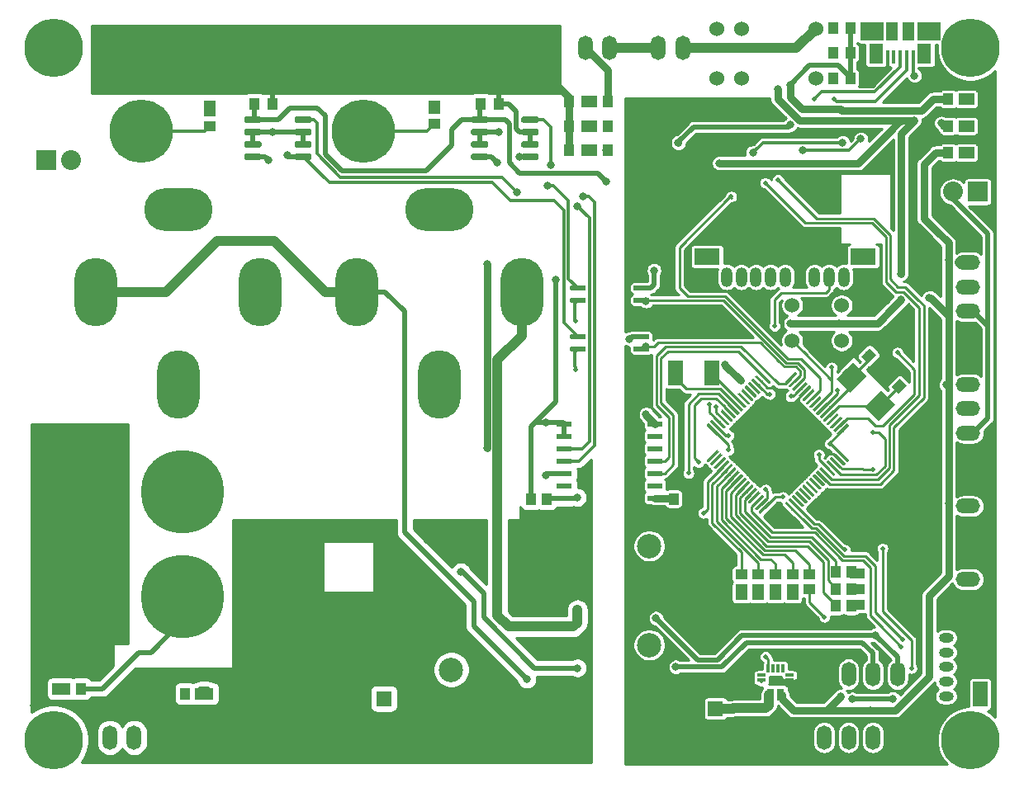
<source format=gbr>
G04 #@! TF.GenerationSoftware,KiCad,Pcbnew,(5.1.4)-1*
G04 #@! TF.CreationDate,2019-11-19T01:24:44+09:00*
G04 #@! TF.ProjectId,Electrocity_Manager_40W,456c6563-7472-46f6-9369-74795f4d616e,rev?*
G04 #@! TF.SameCoordinates,Original*
G04 #@! TF.FileFunction,Copper,L1,Top*
G04 #@! TF.FilePolarity,Positive*
%FSLAX46Y46*%
G04 Gerber Fmt 4.6, Leading zero omitted, Abs format (unit mm)*
G04 Created by KiCad (PCBNEW (5.1.4)-1) date 2019-11-19 01:24:44*
%MOMM*%
%LPD*%
G04 APERTURE LIST*
%ADD10C,1.524000*%
%ADD11C,1.000000*%
%ADD12C,0.100000*%
%ADD13C,2.000000*%
%ADD14R,1.000000X1.200000*%
%ADD15R,1.200000X1.000000*%
%ADD16C,6.500000*%
%ADD17R,2.032000X2.032000*%
%ADD18O,2.032000X2.032000*%
%ADD19O,2.500000X1.500000*%
%ADD20O,1.500000X2.500000*%
%ADD21C,8.500000*%
%ADD22R,1.500000X2.600000*%
%ADD23O,1.524000X1.000000*%
%ADD24C,4.500880*%
%ADD25R,1.500000X0.600000*%
%ADD26R,1.175000X1.900000*%
%ADD27R,2.375000X1.900000*%
%ADD28R,1.475000X2.100000*%
%ADD29R,0.450000X1.380000*%
%ADD30R,1.500000X1.000000*%
%ADD31O,1.200000X2.000000*%
%ADD32R,2.600000X1.700000*%
%ADD33C,0.300000*%
%ADD34C,0.550000*%
%ADD35C,0.600000*%
%ADD36C,2.500000*%
%ADD37O,4.400000X7.000000*%
%ADD38O,7.000000X4.400000*%
%ADD39R,0.400000X1.300000*%
%ADD40R,0.850000X0.300000*%
%ADD41R,0.300000X0.850000*%
%ADD42R,1.600000X1.600000*%
%ADD43C,1.600000*%
%ADD44C,6.000000*%
%ADD45C,0.800000*%
%ADD46C,0.500000*%
%ADD47C,0.250000*%
%ADD48C,0.300000*%
%ADD49C,1.000000*%
%ADD50C,0.800000*%
%ADD51C,0.500000*%
%ADD52C,0.254000*%
G04 APERTURE END LIST*
D10*
X131790000Y-127400000D03*
X129250000Y-127400000D03*
X126710000Y-127400000D03*
D11*
X134578249Y-132578249D03*
D12*
G36*
X133800432Y-132648960D02*
G01*
X134648960Y-131800432D01*
X135356066Y-132507538D01*
X134507538Y-133356066D01*
X133800432Y-132648960D01*
X133800432Y-132648960D01*
G37*
D11*
X135907609Y-133907609D03*
D12*
G36*
X135129792Y-133978320D02*
G01*
X135978320Y-133129792D01*
X136685426Y-133836898D01*
X135836898Y-134685426D01*
X135129792Y-133978320D01*
X135129792Y-133978320D01*
G37*
D13*
X132800431Y-134800431D03*
D12*
G36*
X134356066Y-134659010D02*
G01*
X132659010Y-136356066D01*
X131244796Y-134941852D01*
X132941852Y-133244796D01*
X134356066Y-134659010D01*
X134356066Y-134659010D01*
G37*
D13*
X135699569Y-137699569D03*
D12*
G36*
X137255204Y-137558148D02*
G01*
X135558148Y-139255204D01*
X134143934Y-137840990D01*
X135840990Y-136143934D01*
X137255204Y-137558148D01*
X137255204Y-137558148D01*
G37*
D14*
X131220000Y-156500000D03*
X132780000Y-156500000D03*
X132750000Y-158250000D03*
X131190000Y-158250000D03*
X132780000Y-154750000D03*
X131220000Y-154750000D03*
D15*
X123250000Y-158910000D03*
X123250000Y-157150000D03*
D16*
X82750000Y-102500000D03*
X82750000Y-109500000D03*
X60000000Y-109500000D03*
X60000000Y-102500000D03*
D14*
X116430000Y-147250000D03*
X114550000Y-147250000D03*
D17*
X145750000Y-115750000D03*
D18*
X143210000Y-115750000D03*
D19*
X144750000Y-128000000D03*
X144750000Y-125500000D03*
X144750000Y-123000000D03*
X144750000Y-120500000D03*
D20*
X59250000Y-171750000D03*
X56750000Y-171750000D03*
D21*
X53250000Y-157250000D03*
X64250000Y-157250000D03*
X64250000Y-146500000D03*
X53250000Y-146500000D03*
D22*
X146000000Y-161700000D03*
X146000000Y-167300000D03*
D23*
X142500000Y-160000000D03*
X142500000Y-161500000D03*
X142500000Y-163000000D03*
X142500000Y-164500000D03*
X142500000Y-166000000D03*
X142500000Y-167500000D03*
D11*
X137671751Y-135671751D03*
D12*
G36*
X138449568Y-135601040D02*
G01*
X137601040Y-136449568D01*
X136893934Y-135742462D01*
X137742462Y-134893934D01*
X138449568Y-135601040D01*
X138449568Y-135601040D01*
G37*
D11*
X136342391Y-134342391D03*
D12*
G36*
X137120208Y-134271680D02*
G01*
X136271680Y-135120208D01*
X135564574Y-134413102D01*
X136413102Y-133564574D01*
X137120208Y-134271680D01*
X137120208Y-134271680D01*
G37*
D14*
X144870000Y-111750000D03*
X146630000Y-111750000D03*
X146630000Y-109000000D03*
X144870000Y-109000000D03*
X144870000Y-106250000D03*
X146630000Y-106250000D03*
D15*
X121500000Y-157150000D03*
X121500000Y-158910000D03*
X125000000Y-157150000D03*
X125000000Y-158910000D03*
X126750000Y-158910000D03*
X126750000Y-157150000D03*
D14*
X51380000Y-166750000D03*
X49620000Y-166750000D03*
X66870000Y-167250000D03*
X68630000Y-167250000D03*
D15*
X67000000Y-105120000D03*
X67000000Y-106880000D03*
X90000000Y-106880000D03*
X90000000Y-105120000D03*
D14*
X103860000Y-108990000D03*
X105620000Y-108990000D03*
X103860000Y-106490000D03*
X105620000Y-106490000D03*
X103860000Y-111490000D03*
X105620000Y-111490000D03*
D17*
X50250000Y-112500000D03*
D18*
X52790000Y-112500000D03*
D20*
X137500000Y-165250000D03*
X135000000Y-165250000D03*
X132500000Y-165250000D03*
X130000000Y-165250000D03*
D19*
X144750000Y-153000000D03*
X144750000Y-155500000D03*
X144750000Y-148000000D03*
X144750000Y-145500000D03*
D20*
X108000000Y-101000000D03*
X105500000Y-101000000D03*
X113000000Y-101000000D03*
X115500000Y-101000000D03*
D24*
X99000000Y-101500000D03*
D14*
X142720000Y-111750000D03*
X144280000Y-111750000D03*
X144280000Y-109000000D03*
X142720000Y-109000000D03*
X142720000Y-106250000D03*
X144280000Y-106250000D03*
D15*
X121500000Y-156560000D03*
X121500000Y-155000000D03*
X123250000Y-155000000D03*
X123250000Y-156560000D03*
X125000000Y-156560000D03*
X125000000Y-155000000D03*
X126750000Y-155000000D03*
X126750000Y-156560000D03*
X128500000Y-156530000D03*
X128500000Y-154970000D03*
D14*
X101530000Y-147250000D03*
X99970000Y-147250000D03*
X52220000Y-166750000D03*
X53780000Y-166750000D03*
X64470000Y-167250000D03*
X66030000Y-167250000D03*
D15*
X67000000Y-107470000D03*
X67000000Y-109030000D03*
X90000000Y-108780000D03*
X90000000Y-107220000D03*
D14*
X106220000Y-108990000D03*
X107780000Y-108990000D03*
X107780000Y-106490000D03*
X106220000Y-106490000D03*
X107780000Y-111490000D03*
X106220000Y-111490000D03*
D19*
X144750000Y-140500000D03*
X144750000Y-138000000D03*
X144750000Y-135500000D03*
X144750000Y-133000000D03*
D25*
X103350000Y-139555000D03*
X103350000Y-140825000D03*
X103350000Y-142095000D03*
X103350000Y-143365000D03*
X103350000Y-144635000D03*
X103350000Y-145905000D03*
X103350000Y-147175000D03*
X103350000Y-148445000D03*
X112650000Y-148445000D03*
X112650000Y-147175000D03*
X112650000Y-145905000D03*
X112650000Y-144635000D03*
X112650000Y-143365000D03*
X112650000Y-142095000D03*
X112650000Y-140825000D03*
X112650000Y-139555000D03*
D20*
X130000000Y-171750000D03*
X132500000Y-171750000D03*
X135000000Y-171750000D03*
X137500000Y-171750000D03*
D14*
X130920000Y-104100000D03*
X132680000Y-104100000D03*
X132680000Y-101500000D03*
X130920000Y-101500000D03*
X130920000Y-98950000D03*
X132680000Y-98950000D03*
D10*
X129160000Y-99000000D03*
X129160000Y-104080000D03*
X121540000Y-99000000D03*
X121540000Y-104080000D03*
X119000000Y-104080000D03*
X119000000Y-99000000D03*
D26*
X136960000Y-99250000D03*
X138640000Y-99250000D03*
D27*
X134890000Y-99250000D03*
X140710000Y-99250000D03*
D28*
X135337500Y-101550000D03*
X140262500Y-101550000D03*
D29*
X136500000Y-101910000D03*
X137150000Y-101910000D03*
X137800000Y-101910000D03*
X138450000Y-101910000D03*
X139100000Y-101910000D03*
D10*
X131790000Y-131000000D03*
X129250000Y-131000000D03*
X126710000Y-131000000D03*
D22*
X114750000Y-134300000D03*
X114750000Y-128700000D03*
X118500000Y-128700000D03*
X118500000Y-134300000D03*
D30*
X138400000Y-154900000D03*
X138400000Y-156500000D03*
X138400000Y-158100000D03*
X133400000Y-158100000D03*
X133400000Y-156500000D03*
X133400000Y-154900000D03*
D31*
X132000000Y-124500000D03*
X130500000Y-124500000D03*
X129000000Y-124500000D03*
X127500000Y-124500000D03*
X126000000Y-124500000D03*
X124500000Y-124500000D03*
X123000000Y-124500000D03*
X121500000Y-124500000D03*
X120000000Y-124500000D03*
D32*
X134000000Y-122400000D03*
X118000000Y-122400000D03*
D12*
G36*
X132363774Y-139516172D02*
G01*
X132371055Y-139517252D01*
X132378194Y-139519040D01*
X132385124Y-139521520D01*
X132391778Y-139524667D01*
X132398091Y-139528451D01*
X132404002Y-139532835D01*
X132409456Y-139537778D01*
X132515522Y-139643844D01*
X132520465Y-139649298D01*
X132524849Y-139655209D01*
X132528633Y-139661522D01*
X132531780Y-139668176D01*
X132534260Y-139675106D01*
X132536048Y-139682245D01*
X132537128Y-139689526D01*
X132537489Y-139696877D01*
X132537128Y-139704228D01*
X132536048Y-139711509D01*
X132534260Y-139718648D01*
X132531780Y-139725578D01*
X132528633Y-139732232D01*
X132524849Y-139738545D01*
X132520465Y-139744456D01*
X132515522Y-139749910D01*
X131525572Y-140739860D01*
X131520118Y-140744803D01*
X131514207Y-140749187D01*
X131507894Y-140752971D01*
X131501240Y-140756118D01*
X131494310Y-140758598D01*
X131487171Y-140760386D01*
X131479890Y-140761466D01*
X131472539Y-140761827D01*
X131465188Y-140761466D01*
X131457907Y-140760386D01*
X131450768Y-140758598D01*
X131443838Y-140756118D01*
X131437184Y-140752971D01*
X131430871Y-140749187D01*
X131424960Y-140744803D01*
X131419506Y-140739860D01*
X131313440Y-140633794D01*
X131308497Y-140628340D01*
X131304113Y-140622429D01*
X131300329Y-140616116D01*
X131297182Y-140609462D01*
X131294702Y-140602532D01*
X131292914Y-140595393D01*
X131291834Y-140588112D01*
X131291473Y-140580761D01*
X131291834Y-140573410D01*
X131292914Y-140566129D01*
X131294702Y-140558990D01*
X131297182Y-140552060D01*
X131300329Y-140545406D01*
X131304113Y-140539093D01*
X131308497Y-140533182D01*
X131313440Y-140527728D01*
X132303390Y-139537778D01*
X132308844Y-139532835D01*
X132314755Y-139528451D01*
X132321068Y-139524667D01*
X132327722Y-139521520D01*
X132334652Y-139519040D01*
X132341791Y-139517252D01*
X132349072Y-139516172D01*
X132356423Y-139515811D01*
X132363774Y-139516172D01*
X132363774Y-139516172D01*
G37*
D33*
X131914481Y-140138819D03*
D12*
G36*
X132010221Y-139162619D02*
G01*
X132017502Y-139163699D01*
X132024641Y-139165487D01*
X132031571Y-139167967D01*
X132038225Y-139171114D01*
X132044538Y-139174898D01*
X132050449Y-139179282D01*
X132055903Y-139184225D01*
X132161969Y-139290291D01*
X132166912Y-139295745D01*
X132171296Y-139301656D01*
X132175080Y-139307969D01*
X132178227Y-139314623D01*
X132180707Y-139321553D01*
X132182495Y-139328692D01*
X132183575Y-139335973D01*
X132183936Y-139343324D01*
X132183575Y-139350675D01*
X132182495Y-139357956D01*
X132180707Y-139365095D01*
X132178227Y-139372025D01*
X132175080Y-139378679D01*
X132171296Y-139384992D01*
X132166912Y-139390903D01*
X132161969Y-139396357D01*
X131172019Y-140386307D01*
X131166565Y-140391250D01*
X131160654Y-140395634D01*
X131154341Y-140399418D01*
X131147687Y-140402565D01*
X131140757Y-140405045D01*
X131133618Y-140406833D01*
X131126337Y-140407913D01*
X131118986Y-140408274D01*
X131111635Y-140407913D01*
X131104354Y-140406833D01*
X131097215Y-140405045D01*
X131090285Y-140402565D01*
X131083631Y-140399418D01*
X131077318Y-140395634D01*
X131071407Y-140391250D01*
X131065953Y-140386307D01*
X130959887Y-140280241D01*
X130954944Y-140274787D01*
X130950560Y-140268876D01*
X130946776Y-140262563D01*
X130943629Y-140255909D01*
X130941149Y-140248979D01*
X130939361Y-140241840D01*
X130938281Y-140234559D01*
X130937920Y-140227208D01*
X130938281Y-140219857D01*
X130939361Y-140212576D01*
X130941149Y-140205437D01*
X130943629Y-140198507D01*
X130946776Y-140191853D01*
X130950560Y-140185540D01*
X130954944Y-140179629D01*
X130959887Y-140174175D01*
X131949837Y-139184225D01*
X131955291Y-139179282D01*
X131961202Y-139174898D01*
X131967515Y-139171114D01*
X131974169Y-139167967D01*
X131981099Y-139165487D01*
X131988238Y-139163699D01*
X131995519Y-139162619D01*
X132002870Y-139162258D01*
X132010221Y-139162619D01*
X132010221Y-139162619D01*
G37*
D33*
X131560928Y-139785266D03*
D12*
G36*
X131656668Y-138809066D02*
G01*
X131663949Y-138810146D01*
X131671088Y-138811934D01*
X131678018Y-138814414D01*
X131684672Y-138817561D01*
X131690985Y-138821345D01*
X131696896Y-138825729D01*
X131702350Y-138830672D01*
X131808416Y-138936738D01*
X131813359Y-138942192D01*
X131817743Y-138948103D01*
X131821527Y-138954416D01*
X131824674Y-138961070D01*
X131827154Y-138968000D01*
X131828942Y-138975139D01*
X131830022Y-138982420D01*
X131830383Y-138989771D01*
X131830022Y-138997122D01*
X131828942Y-139004403D01*
X131827154Y-139011542D01*
X131824674Y-139018472D01*
X131821527Y-139025126D01*
X131817743Y-139031439D01*
X131813359Y-139037350D01*
X131808416Y-139042804D01*
X130818466Y-140032754D01*
X130813012Y-140037697D01*
X130807101Y-140042081D01*
X130800788Y-140045865D01*
X130794134Y-140049012D01*
X130787204Y-140051492D01*
X130780065Y-140053280D01*
X130772784Y-140054360D01*
X130765433Y-140054721D01*
X130758082Y-140054360D01*
X130750801Y-140053280D01*
X130743662Y-140051492D01*
X130736732Y-140049012D01*
X130730078Y-140045865D01*
X130723765Y-140042081D01*
X130717854Y-140037697D01*
X130712400Y-140032754D01*
X130606334Y-139926688D01*
X130601391Y-139921234D01*
X130597007Y-139915323D01*
X130593223Y-139909010D01*
X130590076Y-139902356D01*
X130587596Y-139895426D01*
X130585808Y-139888287D01*
X130584728Y-139881006D01*
X130584367Y-139873655D01*
X130584728Y-139866304D01*
X130585808Y-139859023D01*
X130587596Y-139851884D01*
X130590076Y-139844954D01*
X130593223Y-139838300D01*
X130597007Y-139831987D01*
X130601391Y-139826076D01*
X130606334Y-139820622D01*
X131596284Y-138830672D01*
X131601738Y-138825729D01*
X131607649Y-138821345D01*
X131613962Y-138817561D01*
X131620616Y-138814414D01*
X131627546Y-138811934D01*
X131634685Y-138810146D01*
X131641966Y-138809066D01*
X131649317Y-138808705D01*
X131656668Y-138809066D01*
X131656668Y-138809066D01*
G37*
D33*
X131207375Y-139431713D03*
D12*
G36*
X131303114Y-138455512D02*
G01*
X131310395Y-138456592D01*
X131317534Y-138458380D01*
X131324464Y-138460860D01*
X131331118Y-138464007D01*
X131337431Y-138467791D01*
X131343342Y-138472175D01*
X131348796Y-138477118D01*
X131454862Y-138583184D01*
X131459805Y-138588638D01*
X131464189Y-138594549D01*
X131467973Y-138600862D01*
X131471120Y-138607516D01*
X131473600Y-138614446D01*
X131475388Y-138621585D01*
X131476468Y-138628866D01*
X131476829Y-138636217D01*
X131476468Y-138643568D01*
X131475388Y-138650849D01*
X131473600Y-138657988D01*
X131471120Y-138664918D01*
X131467973Y-138671572D01*
X131464189Y-138677885D01*
X131459805Y-138683796D01*
X131454862Y-138689250D01*
X130464912Y-139679200D01*
X130459458Y-139684143D01*
X130453547Y-139688527D01*
X130447234Y-139692311D01*
X130440580Y-139695458D01*
X130433650Y-139697938D01*
X130426511Y-139699726D01*
X130419230Y-139700806D01*
X130411879Y-139701167D01*
X130404528Y-139700806D01*
X130397247Y-139699726D01*
X130390108Y-139697938D01*
X130383178Y-139695458D01*
X130376524Y-139692311D01*
X130370211Y-139688527D01*
X130364300Y-139684143D01*
X130358846Y-139679200D01*
X130252780Y-139573134D01*
X130247837Y-139567680D01*
X130243453Y-139561769D01*
X130239669Y-139555456D01*
X130236522Y-139548802D01*
X130234042Y-139541872D01*
X130232254Y-139534733D01*
X130231174Y-139527452D01*
X130230813Y-139520101D01*
X130231174Y-139512750D01*
X130232254Y-139505469D01*
X130234042Y-139498330D01*
X130236522Y-139491400D01*
X130239669Y-139484746D01*
X130243453Y-139478433D01*
X130247837Y-139472522D01*
X130252780Y-139467068D01*
X131242730Y-138477118D01*
X131248184Y-138472175D01*
X131254095Y-138467791D01*
X131260408Y-138464007D01*
X131267062Y-138460860D01*
X131273992Y-138458380D01*
X131281131Y-138456592D01*
X131288412Y-138455512D01*
X131295763Y-138455151D01*
X131303114Y-138455512D01*
X131303114Y-138455512D01*
G37*
D33*
X130853821Y-139078159D03*
D12*
G36*
X130949561Y-138101959D02*
G01*
X130956842Y-138103039D01*
X130963981Y-138104827D01*
X130970911Y-138107307D01*
X130977565Y-138110454D01*
X130983878Y-138114238D01*
X130989789Y-138118622D01*
X130995243Y-138123565D01*
X131101309Y-138229631D01*
X131106252Y-138235085D01*
X131110636Y-138240996D01*
X131114420Y-138247309D01*
X131117567Y-138253963D01*
X131120047Y-138260893D01*
X131121835Y-138268032D01*
X131122915Y-138275313D01*
X131123276Y-138282664D01*
X131122915Y-138290015D01*
X131121835Y-138297296D01*
X131120047Y-138304435D01*
X131117567Y-138311365D01*
X131114420Y-138318019D01*
X131110636Y-138324332D01*
X131106252Y-138330243D01*
X131101309Y-138335697D01*
X130111359Y-139325647D01*
X130105905Y-139330590D01*
X130099994Y-139334974D01*
X130093681Y-139338758D01*
X130087027Y-139341905D01*
X130080097Y-139344385D01*
X130072958Y-139346173D01*
X130065677Y-139347253D01*
X130058326Y-139347614D01*
X130050975Y-139347253D01*
X130043694Y-139346173D01*
X130036555Y-139344385D01*
X130029625Y-139341905D01*
X130022971Y-139338758D01*
X130016658Y-139334974D01*
X130010747Y-139330590D01*
X130005293Y-139325647D01*
X129899227Y-139219581D01*
X129894284Y-139214127D01*
X129889900Y-139208216D01*
X129886116Y-139201903D01*
X129882969Y-139195249D01*
X129880489Y-139188319D01*
X129878701Y-139181180D01*
X129877621Y-139173899D01*
X129877260Y-139166548D01*
X129877621Y-139159197D01*
X129878701Y-139151916D01*
X129880489Y-139144777D01*
X129882969Y-139137847D01*
X129886116Y-139131193D01*
X129889900Y-139124880D01*
X129894284Y-139118969D01*
X129899227Y-139113515D01*
X130889177Y-138123565D01*
X130894631Y-138118622D01*
X130900542Y-138114238D01*
X130906855Y-138110454D01*
X130913509Y-138107307D01*
X130920439Y-138104827D01*
X130927578Y-138103039D01*
X130934859Y-138101959D01*
X130942210Y-138101598D01*
X130949561Y-138101959D01*
X130949561Y-138101959D01*
G37*
D33*
X130500268Y-138724606D03*
D12*
G36*
X130596007Y-137748405D02*
G01*
X130603288Y-137749485D01*
X130610427Y-137751273D01*
X130617357Y-137753753D01*
X130624011Y-137756900D01*
X130630324Y-137760684D01*
X130636235Y-137765068D01*
X130641689Y-137770011D01*
X130747755Y-137876077D01*
X130752698Y-137881531D01*
X130757082Y-137887442D01*
X130760866Y-137893755D01*
X130764013Y-137900409D01*
X130766493Y-137907339D01*
X130768281Y-137914478D01*
X130769361Y-137921759D01*
X130769722Y-137929110D01*
X130769361Y-137936461D01*
X130768281Y-137943742D01*
X130766493Y-137950881D01*
X130764013Y-137957811D01*
X130760866Y-137964465D01*
X130757082Y-137970778D01*
X130752698Y-137976689D01*
X130747755Y-137982143D01*
X129757805Y-138972093D01*
X129752351Y-138977036D01*
X129746440Y-138981420D01*
X129740127Y-138985204D01*
X129733473Y-138988351D01*
X129726543Y-138990831D01*
X129719404Y-138992619D01*
X129712123Y-138993699D01*
X129704772Y-138994060D01*
X129697421Y-138993699D01*
X129690140Y-138992619D01*
X129683001Y-138990831D01*
X129676071Y-138988351D01*
X129669417Y-138985204D01*
X129663104Y-138981420D01*
X129657193Y-138977036D01*
X129651739Y-138972093D01*
X129545673Y-138866027D01*
X129540730Y-138860573D01*
X129536346Y-138854662D01*
X129532562Y-138848349D01*
X129529415Y-138841695D01*
X129526935Y-138834765D01*
X129525147Y-138827626D01*
X129524067Y-138820345D01*
X129523706Y-138812994D01*
X129524067Y-138805643D01*
X129525147Y-138798362D01*
X129526935Y-138791223D01*
X129529415Y-138784293D01*
X129532562Y-138777639D01*
X129536346Y-138771326D01*
X129540730Y-138765415D01*
X129545673Y-138759961D01*
X130535623Y-137770011D01*
X130541077Y-137765068D01*
X130546988Y-137760684D01*
X130553301Y-137756900D01*
X130559955Y-137753753D01*
X130566885Y-137751273D01*
X130574024Y-137749485D01*
X130581305Y-137748405D01*
X130588656Y-137748044D01*
X130596007Y-137748405D01*
X130596007Y-137748405D01*
G37*
D33*
X130146714Y-138371052D03*
D12*
G36*
X130242454Y-137394852D02*
G01*
X130249735Y-137395932D01*
X130256874Y-137397720D01*
X130263804Y-137400200D01*
X130270458Y-137403347D01*
X130276771Y-137407131D01*
X130282682Y-137411515D01*
X130288136Y-137416458D01*
X130394202Y-137522524D01*
X130399145Y-137527978D01*
X130403529Y-137533889D01*
X130407313Y-137540202D01*
X130410460Y-137546856D01*
X130412940Y-137553786D01*
X130414728Y-137560925D01*
X130415808Y-137568206D01*
X130416169Y-137575557D01*
X130415808Y-137582908D01*
X130414728Y-137590189D01*
X130412940Y-137597328D01*
X130410460Y-137604258D01*
X130407313Y-137610912D01*
X130403529Y-137617225D01*
X130399145Y-137623136D01*
X130394202Y-137628590D01*
X129404252Y-138618540D01*
X129398798Y-138623483D01*
X129392887Y-138627867D01*
X129386574Y-138631651D01*
X129379920Y-138634798D01*
X129372990Y-138637278D01*
X129365851Y-138639066D01*
X129358570Y-138640146D01*
X129351219Y-138640507D01*
X129343868Y-138640146D01*
X129336587Y-138639066D01*
X129329448Y-138637278D01*
X129322518Y-138634798D01*
X129315864Y-138631651D01*
X129309551Y-138627867D01*
X129303640Y-138623483D01*
X129298186Y-138618540D01*
X129192120Y-138512474D01*
X129187177Y-138507020D01*
X129182793Y-138501109D01*
X129179009Y-138494796D01*
X129175862Y-138488142D01*
X129173382Y-138481212D01*
X129171594Y-138474073D01*
X129170514Y-138466792D01*
X129170153Y-138459441D01*
X129170514Y-138452090D01*
X129171594Y-138444809D01*
X129173382Y-138437670D01*
X129175862Y-138430740D01*
X129179009Y-138424086D01*
X129182793Y-138417773D01*
X129187177Y-138411862D01*
X129192120Y-138406408D01*
X130182070Y-137416458D01*
X130187524Y-137411515D01*
X130193435Y-137407131D01*
X130199748Y-137403347D01*
X130206402Y-137400200D01*
X130213332Y-137397720D01*
X130220471Y-137395932D01*
X130227752Y-137394852D01*
X130235103Y-137394491D01*
X130242454Y-137394852D01*
X130242454Y-137394852D01*
G37*
D33*
X129793161Y-138017499D03*
D12*
G36*
X129888901Y-137041299D02*
G01*
X129896182Y-137042379D01*
X129903321Y-137044167D01*
X129910251Y-137046647D01*
X129916905Y-137049794D01*
X129923218Y-137053578D01*
X129929129Y-137057962D01*
X129934583Y-137062905D01*
X130040649Y-137168971D01*
X130045592Y-137174425D01*
X130049976Y-137180336D01*
X130053760Y-137186649D01*
X130056907Y-137193303D01*
X130059387Y-137200233D01*
X130061175Y-137207372D01*
X130062255Y-137214653D01*
X130062616Y-137222004D01*
X130062255Y-137229355D01*
X130061175Y-137236636D01*
X130059387Y-137243775D01*
X130056907Y-137250705D01*
X130053760Y-137257359D01*
X130049976Y-137263672D01*
X130045592Y-137269583D01*
X130040649Y-137275037D01*
X129050699Y-138264987D01*
X129045245Y-138269930D01*
X129039334Y-138274314D01*
X129033021Y-138278098D01*
X129026367Y-138281245D01*
X129019437Y-138283725D01*
X129012298Y-138285513D01*
X129005017Y-138286593D01*
X128997666Y-138286954D01*
X128990315Y-138286593D01*
X128983034Y-138285513D01*
X128975895Y-138283725D01*
X128968965Y-138281245D01*
X128962311Y-138278098D01*
X128955998Y-138274314D01*
X128950087Y-138269930D01*
X128944633Y-138264987D01*
X128838567Y-138158921D01*
X128833624Y-138153467D01*
X128829240Y-138147556D01*
X128825456Y-138141243D01*
X128822309Y-138134589D01*
X128819829Y-138127659D01*
X128818041Y-138120520D01*
X128816961Y-138113239D01*
X128816600Y-138105888D01*
X128816961Y-138098537D01*
X128818041Y-138091256D01*
X128819829Y-138084117D01*
X128822309Y-138077187D01*
X128825456Y-138070533D01*
X128829240Y-138064220D01*
X128833624Y-138058309D01*
X128838567Y-138052855D01*
X129828517Y-137062905D01*
X129833971Y-137057962D01*
X129839882Y-137053578D01*
X129846195Y-137049794D01*
X129852849Y-137046647D01*
X129859779Y-137044167D01*
X129866918Y-137042379D01*
X129874199Y-137041299D01*
X129881550Y-137040938D01*
X129888901Y-137041299D01*
X129888901Y-137041299D01*
G37*
D33*
X129439608Y-137663946D03*
D12*
G36*
X129535347Y-136687745D02*
G01*
X129542628Y-136688825D01*
X129549767Y-136690613D01*
X129556697Y-136693093D01*
X129563351Y-136696240D01*
X129569664Y-136700024D01*
X129575575Y-136704408D01*
X129581029Y-136709351D01*
X129687095Y-136815417D01*
X129692038Y-136820871D01*
X129696422Y-136826782D01*
X129700206Y-136833095D01*
X129703353Y-136839749D01*
X129705833Y-136846679D01*
X129707621Y-136853818D01*
X129708701Y-136861099D01*
X129709062Y-136868450D01*
X129708701Y-136875801D01*
X129707621Y-136883082D01*
X129705833Y-136890221D01*
X129703353Y-136897151D01*
X129700206Y-136903805D01*
X129696422Y-136910118D01*
X129692038Y-136916029D01*
X129687095Y-136921483D01*
X128697145Y-137911433D01*
X128691691Y-137916376D01*
X128685780Y-137920760D01*
X128679467Y-137924544D01*
X128672813Y-137927691D01*
X128665883Y-137930171D01*
X128658744Y-137931959D01*
X128651463Y-137933039D01*
X128644112Y-137933400D01*
X128636761Y-137933039D01*
X128629480Y-137931959D01*
X128622341Y-137930171D01*
X128615411Y-137927691D01*
X128608757Y-137924544D01*
X128602444Y-137920760D01*
X128596533Y-137916376D01*
X128591079Y-137911433D01*
X128485013Y-137805367D01*
X128480070Y-137799913D01*
X128475686Y-137794002D01*
X128471902Y-137787689D01*
X128468755Y-137781035D01*
X128466275Y-137774105D01*
X128464487Y-137766966D01*
X128463407Y-137759685D01*
X128463046Y-137752334D01*
X128463407Y-137744983D01*
X128464487Y-137737702D01*
X128466275Y-137730563D01*
X128468755Y-137723633D01*
X128471902Y-137716979D01*
X128475686Y-137710666D01*
X128480070Y-137704755D01*
X128485013Y-137699301D01*
X129474963Y-136709351D01*
X129480417Y-136704408D01*
X129486328Y-136700024D01*
X129492641Y-136696240D01*
X129499295Y-136693093D01*
X129506225Y-136690613D01*
X129513364Y-136688825D01*
X129520645Y-136687745D01*
X129527996Y-136687384D01*
X129535347Y-136687745D01*
X129535347Y-136687745D01*
G37*
D33*
X129086054Y-137310392D03*
D12*
G36*
X129181794Y-136334192D02*
G01*
X129189075Y-136335272D01*
X129196214Y-136337060D01*
X129203144Y-136339540D01*
X129209798Y-136342687D01*
X129216111Y-136346471D01*
X129222022Y-136350855D01*
X129227476Y-136355798D01*
X129333542Y-136461864D01*
X129338485Y-136467318D01*
X129342869Y-136473229D01*
X129346653Y-136479542D01*
X129349800Y-136486196D01*
X129352280Y-136493126D01*
X129354068Y-136500265D01*
X129355148Y-136507546D01*
X129355509Y-136514897D01*
X129355148Y-136522248D01*
X129354068Y-136529529D01*
X129352280Y-136536668D01*
X129349800Y-136543598D01*
X129346653Y-136550252D01*
X129342869Y-136556565D01*
X129338485Y-136562476D01*
X129333542Y-136567930D01*
X128343592Y-137557880D01*
X128338138Y-137562823D01*
X128332227Y-137567207D01*
X128325914Y-137570991D01*
X128319260Y-137574138D01*
X128312330Y-137576618D01*
X128305191Y-137578406D01*
X128297910Y-137579486D01*
X128290559Y-137579847D01*
X128283208Y-137579486D01*
X128275927Y-137578406D01*
X128268788Y-137576618D01*
X128261858Y-137574138D01*
X128255204Y-137570991D01*
X128248891Y-137567207D01*
X128242980Y-137562823D01*
X128237526Y-137557880D01*
X128131460Y-137451814D01*
X128126517Y-137446360D01*
X128122133Y-137440449D01*
X128118349Y-137434136D01*
X128115202Y-137427482D01*
X128112722Y-137420552D01*
X128110934Y-137413413D01*
X128109854Y-137406132D01*
X128109493Y-137398781D01*
X128109854Y-137391430D01*
X128110934Y-137384149D01*
X128112722Y-137377010D01*
X128115202Y-137370080D01*
X128118349Y-137363426D01*
X128122133Y-137357113D01*
X128126517Y-137351202D01*
X128131460Y-137345748D01*
X129121410Y-136355798D01*
X129126864Y-136350855D01*
X129132775Y-136346471D01*
X129139088Y-136342687D01*
X129145742Y-136339540D01*
X129152672Y-136337060D01*
X129159811Y-136335272D01*
X129167092Y-136334192D01*
X129174443Y-136333831D01*
X129181794Y-136334192D01*
X129181794Y-136334192D01*
G37*
D33*
X128732501Y-136956839D03*
D12*
G36*
X128828241Y-135980639D02*
G01*
X128835522Y-135981719D01*
X128842661Y-135983507D01*
X128849591Y-135985987D01*
X128856245Y-135989134D01*
X128862558Y-135992918D01*
X128868469Y-135997302D01*
X128873923Y-136002245D01*
X128979989Y-136108311D01*
X128984932Y-136113765D01*
X128989316Y-136119676D01*
X128993100Y-136125989D01*
X128996247Y-136132643D01*
X128998727Y-136139573D01*
X129000515Y-136146712D01*
X129001595Y-136153993D01*
X129001956Y-136161344D01*
X129001595Y-136168695D01*
X129000515Y-136175976D01*
X128998727Y-136183115D01*
X128996247Y-136190045D01*
X128993100Y-136196699D01*
X128989316Y-136203012D01*
X128984932Y-136208923D01*
X128979989Y-136214377D01*
X127990039Y-137204327D01*
X127984585Y-137209270D01*
X127978674Y-137213654D01*
X127972361Y-137217438D01*
X127965707Y-137220585D01*
X127958777Y-137223065D01*
X127951638Y-137224853D01*
X127944357Y-137225933D01*
X127937006Y-137226294D01*
X127929655Y-137225933D01*
X127922374Y-137224853D01*
X127915235Y-137223065D01*
X127908305Y-137220585D01*
X127901651Y-137217438D01*
X127895338Y-137213654D01*
X127889427Y-137209270D01*
X127883973Y-137204327D01*
X127777907Y-137098261D01*
X127772964Y-137092807D01*
X127768580Y-137086896D01*
X127764796Y-137080583D01*
X127761649Y-137073929D01*
X127759169Y-137066999D01*
X127757381Y-137059860D01*
X127756301Y-137052579D01*
X127755940Y-137045228D01*
X127756301Y-137037877D01*
X127757381Y-137030596D01*
X127759169Y-137023457D01*
X127761649Y-137016527D01*
X127764796Y-137009873D01*
X127768580Y-137003560D01*
X127772964Y-136997649D01*
X127777907Y-136992195D01*
X128767857Y-136002245D01*
X128773311Y-135997302D01*
X128779222Y-135992918D01*
X128785535Y-135989134D01*
X128792189Y-135985987D01*
X128799119Y-135983507D01*
X128806258Y-135981719D01*
X128813539Y-135980639D01*
X128820890Y-135980278D01*
X128828241Y-135980639D01*
X128828241Y-135980639D01*
G37*
D33*
X128378948Y-136603286D03*
D12*
G36*
X128474687Y-135627085D02*
G01*
X128481968Y-135628165D01*
X128489107Y-135629953D01*
X128496037Y-135632433D01*
X128502691Y-135635580D01*
X128509004Y-135639364D01*
X128514915Y-135643748D01*
X128520369Y-135648691D01*
X128626435Y-135754757D01*
X128631378Y-135760211D01*
X128635762Y-135766122D01*
X128639546Y-135772435D01*
X128642693Y-135779089D01*
X128645173Y-135786019D01*
X128646961Y-135793158D01*
X128648041Y-135800439D01*
X128648402Y-135807790D01*
X128648041Y-135815141D01*
X128646961Y-135822422D01*
X128645173Y-135829561D01*
X128642693Y-135836491D01*
X128639546Y-135843145D01*
X128635762Y-135849458D01*
X128631378Y-135855369D01*
X128626435Y-135860823D01*
X127636485Y-136850773D01*
X127631031Y-136855716D01*
X127625120Y-136860100D01*
X127618807Y-136863884D01*
X127612153Y-136867031D01*
X127605223Y-136869511D01*
X127598084Y-136871299D01*
X127590803Y-136872379D01*
X127583452Y-136872740D01*
X127576101Y-136872379D01*
X127568820Y-136871299D01*
X127561681Y-136869511D01*
X127554751Y-136867031D01*
X127548097Y-136863884D01*
X127541784Y-136860100D01*
X127535873Y-136855716D01*
X127530419Y-136850773D01*
X127424353Y-136744707D01*
X127419410Y-136739253D01*
X127415026Y-136733342D01*
X127411242Y-136727029D01*
X127408095Y-136720375D01*
X127405615Y-136713445D01*
X127403827Y-136706306D01*
X127402747Y-136699025D01*
X127402386Y-136691674D01*
X127402747Y-136684323D01*
X127403827Y-136677042D01*
X127405615Y-136669903D01*
X127408095Y-136662973D01*
X127411242Y-136656319D01*
X127415026Y-136650006D01*
X127419410Y-136644095D01*
X127424353Y-136638641D01*
X128414303Y-135648691D01*
X128419757Y-135643748D01*
X128425668Y-135639364D01*
X128431981Y-135635580D01*
X128438635Y-135632433D01*
X128445565Y-135629953D01*
X128452704Y-135628165D01*
X128459985Y-135627085D01*
X128467336Y-135626724D01*
X128474687Y-135627085D01*
X128474687Y-135627085D01*
G37*
D33*
X128025394Y-136249732D03*
D12*
G36*
X128121134Y-135273532D02*
G01*
X128128415Y-135274612D01*
X128135554Y-135276400D01*
X128142484Y-135278880D01*
X128149138Y-135282027D01*
X128155451Y-135285811D01*
X128161362Y-135290195D01*
X128166816Y-135295138D01*
X128272882Y-135401204D01*
X128277825Y-135406658D01*
X128282209Y-135412569D01*
X128285993Y-135418882D01*
X128289140Y-135425536D01*
X128291620Y-135432466D01*
X128293408Y-135439605D01*
X128294488Y-135446886D01*
X128294849Y-135454237D01*
X128294488Y-135461588D01*
X128293408Y-135468869D01*
X128291620Y-135476008D01*
X128289140Y-135482938D01*
X128285993Y-135489592D01*
X128282209Y-135495905D01*
X128277825Y-135501816D01*
X128272882Y-135507270D01*
X127282932Y-136497220D01*
X127277478Y-136502163D01*
X127271567Y-136506547D01*
X127265254Y-136510331D01*
X127258600Y-136513478D01*
X127251670Y-136515958D01*
X127244531Y-136517746D01*
X127237250Y-136518826D01*
X127229899Y-136519187D01*
X127222548Y-136518826D01*
X127215267Y-136517746D01*
X127208128Y-136515958D01*
X127201198Y-136513478D01*
X127194544Y-136510331D01*
X127188231Y-136506547D01*
X127182320Y-136502163D01*
X127176866Y-136497220D01*
X127070800Y-136391154D01*
X127065857Y-136385700D01*
X127061473Y-136379789D01*
X127057689Y-136373476D01*
X127054542Y-136366822D01*
X127052062Y-136359892D01*
X127050274Y-136352753D01*
X127049194Y-136345472D01*
X127048833Y-136338121D01*
X127049194Y-136330770D01*
X127050274Y-136323489D01*
X127052062Y-136316350D01*
X127054542Y-136309420D01*
X127057689Y-136302766D01*
X127061473Y-136296453D01*
X127065857Y-136290542D01*
X127070800Y-136285088D01*
X128060750Y-135295138D01*
X128066204Y-135290195D01*
X128072115Y-135285811D01*
X128078428Y-135282027D01*
X128085082Y-135278880D01*
X128092012Y-135276400D01*
X128099151Y-135274612D01*
X128106432Y-135273532D01*
X128113783Y-135273171D01*
X128121134Y-135273532D01*
X128121134Y-135273532D01*
G37*
D33*
X127671841Y-135896179D03*
D12*
G36*
X127767580Y-134919978D02*
G01*
X127774861Y-134921058D01*
X127782000Y-134922846D01*
X127788930Y-134925326D01*
X127795584Y-134928473D01*
X127801897Y-134932257D01*
X127807808Y-134936641D01*
X127813262Y-134941584D01*
X127919328Y-135047650D01*
X127924271Y-135053104D01*
X127928655Y-135059015D01*
X127932439Y-135065328D01*
X127935586Y-135071982D01*
X127938066Y-135078912D01*
X127939854Y-135086051D01*
X127940934Y-135093332D01*
X127941295Y-135100683D01*
X127940934Y-135108034D01*
X127939854Y-135115315D01*
X127938066Y-135122454D01*
X127935586Y-135129384D01*
X127932439Y-135136038D01*
X127928655Y-135142351D01*
X127924271Y-135148262D01*
X127919328Y-135153716D01*
X126929378Y-136143666D01*
X126923924Y-136148609D01*
X126918013Y-136152993D01*
X126911700Y-136156777D01*
X126905046Y-136159924D01*
X126898116Y-136162404D01*
X126890977Y-136164192D01*
X126883696Y-136165272D01*
X126876345Y-136165633D01*
X126868994Y-136165272D01*
X126861713Y-136164192D01*
X126854574Y-136162404D01*
X126847644Y-136159924D01*
X126840990Y-136156777D01*
X126834677Y-136152993D01*
X126828766Y-136148609D01*
X126823312Y-136143666D01*
X126717246Y-136037600D01*
X126712303Y-136032146D01*
X126707919Y-136026235D01*
X126704135Y-136019922D01*
X126700988Y-136013268D01*
X126698508Y-136006338D01*
X126696720Y-135999199D01*
X126695640Y-135991918D01*
X126695279Y-135984567D01*
X126695640Y-135977216D01*
X126696720Y-135969935D01*
X126698508Y-135962796D01*
X126700988Y-135955866D01*
X126704135Y-135949212D01*
X126707919Y-135942899D01*
X126712303Y-135936988D01*
X126717246Y-135931534D01*
X127707196Y-134941584D01*
X127712650Y-134936641D01*
X127718561Y-134932257D01*
X127724874Y-134928473D01*
X127731528Y-134925326D01*
X127738458Y-134922846D01*
X127745597Y-134921058D01*
X127752878Y-134919978D01*
X127760229Y-134919617D01*
X127767580Y-134919978D01*
X127767580Y-134919978D01*
G37*
D33*
X127318287Y-135542625D03*
D12*
G36*
X127414027Y-134566425D02*
G01*
X127421308Y-134567505D01*
X127428447Y-134569293D01*
X127435377Y-134571773D01*
X127442031Y-134574920D01*
X127448344Y-134578704D01*
X127454255Y-134583088D01*
X127459709Y-134588031D01*
X127565775Y-134694097D01*
X127570718Y-134699551D01*
X127575102Y-134705462D01*
X127578886Y-134711775D01*
X127582033Y-134718429D01*
X127584513Y-134725359D01*
X127586301Y-134732498D01*
X127587381Y-134739779D01*
X127587742Y-134747130D01*
X127587381Y-134754481D01*
X127586301Y-134761762D01*
X127584513Y-134768901D01*
X127582033Y-134775831D01*
X127578886Y-134782485D01*
X127575102Y-134788798D01*
X127570718Y-134794709D01*
X127565775Y-134800163D01*
X126575825Y-135790113D01*
X126570371Y-135795056D01*
X126564460Y-135799440D01*
X126558147Y-135803224D01*
X126551493Y-135806371D01*
X126544563Y-135808851D01*
X126537424Y-135810639D01*
X126530143Y-135811719D01*
X126522792Y-135812080D01*
X126515441Y-135811719D01*
X126508160Y-135810639D01*
X126501021Y-135808851D01*
X126494091Y-135806371D01*
X126487437Y-135803224D01*
X126481124Y-135799440D01*
X126475213Y-135795056D01*
X126469759Y-135790113D01*
X126363693Y-135684047D01*
X126358750Y-135678593D01*
X126354366Y-135672682D01*
X126350582Y-135666369D01*
X126347435Y-135659715D01*
X126344955Y-135652785D01*
X126343167Y-135645646D01*
X126342087Y-135638365D01*
X126341726Y-135631014D01*
X126342087Y-135623663D01*
X126343167Y-135616382D01*
X126344955Y-135609243D01*
X126347435Y-135602313D01*
X126350582Y-135595659D01*
X126354366Y-135589346D01*
X126358750Y-135583435D01*
X126363693Y-135577981D01*
X127353643Y-134588031D01*
X127359097Y-134583088D01*
X127365008Y-134578704D01*
X127371321Y-134574920D01*
X127377975Y-134571773D01*
X127384905Y-134569293D01*
X127392044Y-134567505D01*
X127399325Y-134566425D01*
X127406676Y-134566064D01*
X127414027Y-134566425D01*
X127414027Y-134566425D01*
G37*
D33*
X126964734Y-135189072D03*
D12*
G36*
X127060474Y-134212872D02*
G01*
X127067755Y-134213952D01*
X127074894Y-134215740D01*
X127081824Y-134218220D01*
X127088478Y-134221367D01*
X127094791Y-134225151D01*
X127100702Y-134229535D01*
X127106156Y-134234478D01*
X127212222Y-134340544D01*
X127217165Y-134345998D01*
X127221549Y-134351909D01*
X127225333Y-134358222D01*
X127228480Y-134364876D01*
X127230960Y-134371806D01*
X127232748Y-134378945D01*
X127233828Y-134386226D01*
X127234189Y-134393577D01*
X127233828Y-134400928D01*
X127232748Y-134408209D01*
X127230960Y-134415348D01*
X127228480Y-134422278D01*
X127225333Y-134428932D01*
X127221549Y-134435245D01*
X127217165Y-134441156D01*
X127212222Y-134446610D01*
X126222272Y-135436560D01*
X126216818Y-135441503D01*
X126210907Y-135445887D01*
X126204594Y-135449671D01*
X126197940Y-135452818D01*
X126191010Y-135455298D01*
X126183871Y-135457086D01*
X126176590Y-135458166D01*
X126169239Y-135458527D01*
X126161888Y-135458166D01*
X126154607Y-135457086D01*
X126147468Y-135455298D01*
X126140538Y-135452818D01*
X126133884Y-135449671D01*
X126127571Y-135445887D01*
X126121660Y-135441503D01*
X126116206Y-135436560D01*
X126010140Y-135330494D01*
X126005197Y-135325040D01*
X126000813Y-135319129D01*
X125997029Y-135312816D01*
X125993882Y-135306162D01*
X125991402Y-135299232D01*
X125989614Y-135292093D01*
X125988534Y-135284812D01*
X125988173Y-135277461D01*
X125988534Y-135270110D01*
X125989614Y-135262829D01*
X125991402Y-135255690D01*
X125993882Y-135248760D01*
X125997029Y-135242106D01*
X126000813Y-135235793D01*
X126005197Y-135229882D01*
X126010140Y-135224428D01*
X127000090Y-134234478D01*
X127005544Y-134229535D01*
X127011455Y-134225151D01*
X127017768Y-134221367D01*
X127024422Y-134218220D01*
X127031352Y-134215740D01*
X127038491Y-134213952D01*
X127045772Y-134212872D01*
X127053123Y-134212511D01*
X127060474Y-134212872D01*
X127060474Y-134212872D01*
G37*
D33*
X126611181Y-134835519D03*
D12*
G36*
X123454228Y-134212872D02*
G01*
X123461509Y-134213952D01*
X123468648Y-134215740D01*
X123475578Y-134218220D01*
X123482232Y-134221367D01*
X123488545Y-134225151D01*
X123494456Y-134229535D01*
X123499910Y-134234478D01*
X124489860Y-135224428D01*
X124494803Y-135229882D01*
X124499187Y-135235793D01*
X124502971Y-135242106D01*
X124506118Y-135248760D01*
X124508598Y-135255690D01*
X124510386Y-135262829D01*
X124511466Y-135270110D01*
X124511827Y-135277461D01*
X124511466Y-135284812D01*
X124510386Y-135292093D01*
X124508598Y-135299232D01*
X124506118Y-135306162D01*
X124502971Y-135312816D01*
X124499187Y-135319129D01*
X124494803Y-135325040D01*
X124489860Y-135330494D01*
X124383794Y-135436560D01*
X124378340Y-135441503D01*
X124372429Y-135445887D01*
X124366116Y-135449671D01*
X124359462Y-135452818D01*
X124352532Y-135455298D01*
X124345393Y-135457086D01*
X124338112Y-135458166D01*
X124330761Y-135458527D01*
X124323410Y-135458166D01*
X124316129Y-135457086D01*
X124308990Y-135455298D01*
X124302060Y-135452818D01*
X124295406Y-135449671D01*
X124289093Y-135445887D01*
X124283182Y-135441503D01*
X124277728Y-135436560D01*
X123287778Y-134446610D01*
X123282835Y-134441156D01*
X123278451Y-134435245D01*
X123274667Y-134428932D01*
X123271520Y-134422278D01*
X123269040Y-134415348D01*
X123267252Y-134408209D01*
X123266172Y-134400928D01*
X123265811Y-134393577D01*
X123266172Y-134386226D01*
X123267252Y-134378945D01*
X123269040Y-134371806D01*
X123271520Y-134364876D01*
X123274667Y-134358222D01*
X123278451Y-134351909D01*
X123282835Y-134345998D01*
X123287778Y-134340544D01*
X123393844Y-134234478D01*
X123399298Y-134229535D01*
X123405209Y-134225151D01*
X123411522Y-134221367D01*
X123418176Y-134218220D01*
X123425106Y-134215740D01*
X123432245Y-134213952D01*
X123439526Y-134212872D01*
X123446877Y-134212511D01*
X123454228Y-134212872D01*
X123454228Y-134212872D01*
G37*
D33*
X123888819Y-134835519D03*
D12*
G36*
X123100675Y-134566425D02*
G01*
X123107956Y-134567505D01*
X123115095Y-134569293D01*
X123122025Y-134571773D01*
X123128679Y-134574920D01*
X123134992Y-134578704D01*
X123140903Y-134583088D01*
X123146357Y-134588031D01*
X124136307Y-135577981D01*
X124141250Y-135583435D01*
X124145634Y-135589346D01*
X124149418Y-135595659D01*
X124152565Y-135602313D01*
X124155045Y-135609243D01*
X124156833Y-135616382D01*
X124157913Y-135623663D01*
X124158274Y-135631014D01*
X124157913Y-135638365D01*
X124156833Y-135645646D01*
X124155045Y-135652785D01*
X124152565Y-135659715D01*
X124149418Y-135666369D01*
X124145634Y-135672682D01*
X124141250Y-135678593D01*
X124136307Y-135684047D01*
X124030241Y-135790113D01*
X124024787Y-135795056D01*
X124018876Y-135799440D01*
X124012563Y-135803224D01*
X124005909Y-135806371D01*
X123998979Y-135808851D01*
X123991840Y-135810639D01*
X123984559Y-135811719D01*
X123977208Y-135812080D01*
X123969857Y-135811719D01*
X123962576Y-135810639D01*
X123955437Y-135808851D01*
X123948507Y-135806371D01*
X123941853Y-135803224D01*
X123935540Y-135799440D01*
X123929629Y-135795056D01*
X123924175Y-135790113D01*
X122934225Y-134800163D01*
X122929282Y-134794709D01*
X122924898Y-134788798D01*
X122921114Y-134782485D01*
X122917967Y-134775831D01*
X122915487Y-134768901D01*
X122913699Y-134761762D01*
X122912619Y-134754481D01*
X122912258Y-134747130D01*
X122912619Y-134739779D01*
X122913699Y-134732498D01*
X122915487Y-134725359D01*
X122917967Y-134718429D01*
X122921114Y-134711775D01*
X122924898Y-134705462D01*
X122929282Y-134699551D01*
X122934225Y-134694097D01*
X123040291Y-134588031D01*
X123045745Y-134583088D01*
X123051656Y-134578704D01*
X123057969Y-134574920D01*
X123064623Y-134571773D01*
X123071553Y-134569293D01*
X123078692Y-134567505D01*
X123085973Y-134566425D01*
X123093324Y-134566064D01*
X123100675Y-134566425D01*
X123100675Y-134566425D01*
G37*
D33*
X123535266Y-135189072D03*
D12*
G36*
X122747122Y-134919978D02*
G01*
X122754403Y-134921058D01*
X122761542Y-134922846D01*
X122768472Y-134925326D01*
X122775126Y-134928473D01*
X122781439Y-134932257D01*
X122787350Y-134936641D01*
X122792804Y-134941584D01*
X123782754Y-135931534D01*
X123787697Y-135936988D01*
X123792081Y-135942899D01*
X123795865Y-135949212D01*
X123799012Y-135955866D01*
X123801492Y-135962796D01*
X123803280Y-135969935D01*
X123804360Y-135977216D01*
X123804721Y-135984567D01*
X123804360Y-135991918D01*
X123803280Y-135999199D01*
X123801492Y-136006338D01*
X123799012Y-136013268D01*
X123795865Y-136019922D01*
X123792081Y-136026235D01*
X123787697Y-136032146D01*
X123782754Y-136037600D01*
X123676688Y-136143666D01*
X123671234Y-136148609D01*
X123665323Y-136152993D01*
X123659010Y-136156777D01*
X123652356Y-136159924D01*
X123645426Y-136162404D01*
X123638287Y-136164192D01*
X123631006Y-136165272D01*
X123623655Y-136165633D01*
X123616304Y-136165272D01*
X123609023Y-136164192D01*
X123601884Y-136162404D01*
X123594954Y-136159924D01*
X123588300Y-136156777D01*
X123581987Y-136152993D01*
X123576076Y-136148609D01*
X123570622Y-136143666D01*
X122580672Y-135153716D01*
X122575729Y-135148262D01*
X122571345Y-135142351D01*
X122567561Y-135136038D01*
X122564414Y-135129384D01*
X122561934Y-135122454D01*
X122560146Y-135115315D01*
X122559066Y-135108034D01*
X122558705Y-135100683D01*
X122559066Y-135093332D01*
X122560146Y-135086051D01*
X122561934Y-135078912D01*
X122564414Y-135071982D01*
X122567561Y-135065328D01*
X122571345Y-135059015D01*
X122575729Y-135053104D01*
X122580672Y-135047650D01*
X122686738Y-134941584D01*
X122692192Y-134936641D01*
X122698103Y-134932257D01*
X122704416Y-134928473D01*
X122711070Y-134925326D01*
X122718000Y-134922846D01*
X122725139Y-134921058D01*
X122732420Y-134919978D01*
X122739771Y-134919617D01*
X122747122Y-134919978D01*
X122747122Y-134919978D01*
G37*
D33*
X123181713Y-135542625D03*
D12*
G36*
X122393568Y-135273532D02*
G01*
X122400849Y-135274612D01*
X122407988Y-135276400D01*
X122414918Y-135278880D01*
X122421572Y-135282027D01*
X122427885Y-135285811D01*
X122433796Y-135290195D01*
X122439250Y-135295138D01*
X123429200Y-136285088D01*
X123434143Y-136290542D01*
X123438527Y-136296453D01*
X123442311Y-136302766D01*
X123445458Y-136309420D01*
X123447938Y-136316350D01*
X123449726Y-136323489D01*
X123450806Y-136330770D01*
X123451167Y-136338121D01*
X123450806Y-136345472D01*
X123449726Y-136352753D01*
X123447938Y-136359892D01*
X123445458Y-136366822D01*
X123442311Y-136373476D01*
X123438527Y-136379789D01*
X123434143Y-136385700D01*
X123429200Y-136391154D01*
X123323134Y-136497220D01*
X123317680Y-136502163D01*
X123311769Y-136506547D01*
X123305456Y-136510331D01*
X123298802Y-136513478D01*
X123291872Y-136515958D01*
X123284733Y-136517746D01*
X123277452Y-136518826D01*
X123270101Y-136519187D01*
X123262750Y-136518826D01*
X123255469Y-136517746D01*
X123248330Y-136515958D01*
X123241400Y-136513478D01*
X123234746Y-136510331D01*
X123228433Y-136506547D01*
X123222522Y-136502163D01*
X123217068Y-136497220D01*
X122227118Y-135507270D01*
X122222175Y-135501816D01*
X122217791Y-135495905D01*
X122214007Y-135489592D01*
X122210860Y-135482938D01*
X122208380Y-135476008D01*
X122206592Y-135468869D01*
X122205512Y-135461588D01*
X122205151Y-135454237D01*
X122205512Y-135446886D01*
X122206592Y-135439605D01*
X122208380Y-135432466D01*
X122210860Y-135425536D01*
X122214007Y-135418882D01*
X122217791Y-135412569D01*
X122222175Y-135406658D01*
X122227118Y-135401204D01*
X122333184Y-135295138D01*
X122338638Y-135290195D01*
X122344549Y-135285811D01*
X122350862Y-135282027D01*
X122357516Y-135278880D01*
X122364446Y-135276400D01*
X122371585Y-135274612D01*
X122378866Y-135273532D01*
X122386217Y-135273171D01*
X122393568Y-135273532D01*
X122393568Y-135273532D01*
G37*
D33*
X122828159Y-135896179D03*
D12*
G36*
X122040015Y-135627085D02*
G01*
X122047296Y-135628165D01*
X122054435Y-135629953D01*
X122061365Y-135632433D01*
X122068019Y-135635580D01*
X122074332Y-135639364D01*
X122080243Y-135643748D01*
X122085697Y-135648691D01*
X123075647Y-136638641D01*
X123080590Y-136644095D01*
X123084974Y-136650006D01*
X123088758Y-136656319D01*
X123091905Y-136662973D01*
X123094385Y-136669903D01*
X123096173Y-136677042D01*
X123097253Y-136684323D01*
X123097614Y-136691674D01*
X123097253Y-136699025D01*
X123096173Y-136706306D01*
X123094385Y-136713445D01*
X123091905Y-136720375D01*
X123088758Y-136727029D01*
X123084974Y-136733342D01*
X123080590Y-136739253D01*
X123075647Y-136744707D01*
X122969581Y-136850773D01*
X122964127Y-136855716D01*
X122958216Y-136860100D01*
X122951903Y-136863884D01*
X122945249Y-136867031D01*
X122938319Y-136869511D01*
X122931180Y-136871299D01*
X122923899Y-136872379D01*
X122916548Y-136872740D01*
X122909197Y-136872379D01*
X122901916Y-136871299D01*
X122894777Y-136869511D01*
X122887847Y-136867031D01*
X122881193Y-136863884D01*
X122874880Y-136860100D01*
X122868969Y-136855716D01*
X122863515Y-136850773D01*
X121873565Y-135860823D01*
X121868622Y-135855369D01*
X121864238Y-135849458D01*
X121860454Y-135843145D01*
X121857307Y-135836491D01*
X121854827Y-135829561D01*
X121853039Y-135822422D01*
X121851959Y-135815141D01*
X121851598Y-135807790D01*
X121851959Y-135800439D01*
X121853039Y-135793158D01*
X121854827Y-135786019D01*
X121857307Y-135779089D01*
X121860454Y-135772435D01*
X121864238Y-135766122D01*
X121868622Y-135760211D01*
X121873565Y-135754757D01*
X121979631Y-135648691D01*
X121985085Y-135643748D01*
X121990996Y-135639364D01*
X121997309Y-135635580D01*
X122003963Y-135632433D01*
X122010893Y-135629953D01*
X122018032Y-135628165D01*
X122025313Y-135627085D01*
X122032664Y-135626724D01*
X122040015Y-135627085D01*
X122040015Y-135627085D01*
G37*
D33*
X122474606Y-136249732D03*
D12*
G36*
X121686461Y-135980639D02*
G01*
X121693742Y-135981719D01*
X121700881Y-135983507D01*
X121707811Y-135985987D01*
X121714465Y-135989134D01*
X121720778Y-135992918D01*
X121726689Y-135997302D01*
X121732143Y-136002245D01*
X122722093Y-136992195D01*
X122727036Y-136997649D01*
X122731420Y-137003560D01*
X122735204Y-137009873D01*
X122738351Y-137016527D01*
X122740831Y-137023457D01*
X122742619Y-137030596D01*
X122743699Y-137037877D01*
X122744060Y-137045228D01*
X122743699Y-137052579D01*
X122742619Y-137059860D01*
X122740831Y-137066999D01*
X122738351Y-137073929D01*
X122735204Y-137080583D01*
X122731420Y-137086896D01*
X122727036Y-137092807D01*
X122722093Y-137098261D01*
X122616027Y-137204327D01*
X122610573Y-137209270D01*
X122604662Y-137213654D01*
X122598349Y-137217438D01*
X122591695Y-137220585D01*
X122584765Y-137223065D01*
X122577626Y-137224853D01*
X122570345Y-137225933D01*
X122562994Y-137226294D01*
X122555643Y-137225933D01*
X122548362Y-137224853D01*
X122541223Y-137223065D01*
X122534293Y-137220585D01*
X122527639Y-137217438D01*
X122521326Y-137213654D01*
X122515415Y-137209270D01*
X122509961Y-137204327D01*
X121520011Y-136214377D01*
X121515068Y-136208923D01*
X121510684Y-136203012D01*
X121506900Y-136196699D01*
X121503753Y-136190045D01*
X121501273Y-136183115D01*
X121499485Y-136175976D01*
X121498405Y-136168695D01*
X121498044Y-136161344D01*
X121498405Y-136153993D01*
X121499485Y-136146712D01*
X121501273Y-136139573D01*
X121503753Y-136132643D01*
X121506900Y-136125989D01*
X121510684Y-136119676D01*
X121515068Y-136113765D01*
X121520011Y-136108311D01*
X121626077Y-136002245D01*
X121631531Y-135997302D01*
X121637442Y-135992918D01*
X121643755Y-135989134D01*
X121650409Y-135985987D01*
X121657339Y-135983507D01*
X121664478Y-135981719D01*
X121671759Y-135980639D01*
X121679110Y-135980278D01*
X121686461Y-135980639D01*
X121686461Y-135980639D01*
G37*
D33*
X122121052Y-136603286D03*
D12*
G36*
X121332908Y-136334192D02*
G01*
X121340189Y-136335272D01*
X121347328Y-136337060D01*
X121354258Y-136339540D01*
X121360912Y-136342687D01*
X121367225Y-136346471D01*
X121373136Y-136350855D01*
X121378590Y-136355798D01*
X122368540Y-137345748D01*
X122373483Y-137351202D01*
X122377867Y-137357113D01*
X122381651Y-137363426D01*
X122384798Y-137370080D01*
X122387278Y-137377010D01*
X122389066Y-137384149D01*
X122390146Y-137391430D01*
X122390507Y-137398781D01*
X122390146Y-137406132D01*
X122389066Y-137413413D01*
X122387278Y-137420552D01*
X122384798Y-137427482D01*
X122381651Y-137434136D01*
X122377867Y-137440449D01*
X122373483Y-137446360D01*
X122368540Y-137451814D01*
X122262474Y-137557880D01*
X122257020Y-137562823D01*
X122251109Y-137567207D01*
X122244796Y-137570991D01*
X122238142Y-137574138D01*
X122231212Y-137576618D01*
X122224073Y-137578406D01*
X122216792Y-137579486D01*
X122209441Y-137579847D01*
X122202090Y-137579486D01*
X122194809Y-137578406D01*
X122187670Y-137576618D01*
X122180740Y-137574138D01*
X122174086Y-137570991D01*
X122167773Y-137567207D01*
X122161862Y-137562823D01*
X122156408Y-137557880D01*
X121166458Y-136567930D01*
X121161515Y-136562476D01*
X121157131Y-136556565D01*
X121153347Y-136550252D01*
X121150200Y-136543598D01*
X121147720Y-136536668D01*
X121145932Y-136529529D01*
X121144852Y-136522248D01*
X121144491Y-136514897D01*
X121144852Y-136507546D01*
X121145932Y-136500265D01*
X121147720Y-136493126D01*
X121150200Y-136486196D01*
X121153347Y-136479542D01*
X121157131Y-136473229D01*
X121161515Y-136467318D01*
X121166458Y-136461864D01*
X121272524Y-136355798D01*
X121277978Y-136350855D01*
X121283889Y-136346471D01*
X121290202Y-136342687D01*
X121296856Y-136339540D01*
X121303786Y-136337060D01*
X121310925Y-136335272D01*
X121318206Y-136334192D01*
X121325557Y-136333831D01*
X121332908Y-136334192D01*
X121332908Y-136334192D01*
G37*
D33*
X121767499Y-136956839D03*
D12*
G36*
X120979355Y-136687745D02*
G01*
X120986636Y-136688825D01*
X120993775Y-136690613D01*
X121000705Y-136693093D01*
X121007359Y-136696240D01*
X121013672Y-136700024D01*
X121019583Y-136704408D01*
X121025037Y-136709351D01*
X122014987Y-137699301D01*
X122019930Y-137704755D01*
X122024314Y-137710666D01*
X122028098Y-137716979D01*
X122031245Y-137723633D01*
X122033725Y-137730563D01*
X122035513Y-137737702D01*
X122036593Y-137744983D01*
X122036954Y-137752334D01*
X122036593Y-137759685D01*
X122035513Y-137766966D01*
X122033725Y-137774105D01*
X122031245Y-137781035D01*
X122028098Y-137787689D01*
X122024314Y-137794002D01*
X122019930Y-137799913D01*
X122014987Y-137805367D01*
X121908921Y-137911433D01*
X121903467Y-137916376D01*
X121897556Y-137920760D01*
X121891243Y-137924544D01*
X121884589Y-137927691D01*
X121877659Y-137930171D01*
X121870520Y-137931959D01*
X121863239Y-137933039D01*
X121855888Y-137933400D01*
X121848537Y-137933039D01*
X121841256Y-137931959D01*
X121834117Y-137930171D01*
X121827187Y-137927691D01*
X121820533Y-137924544D01*
X121814220Y-137920760D01*
X121808309Y-137916376D01*
X121802855Y-137911433D01*
X120812905Y-136921483D01*
X120807962Y-136916029D01*
X120803578Y-136910118D01*
X120799794Y-136903805D01*
X120796647Y-136897151D01*
X120794167Y-136890221D01*
X120792379Y-136883082D01*
X120791299Y-136875801D01*
X120790938Y-136868450D01*
X120791299Y-136861099D01*
X120792379Y-136853818D01*
X120794167Y-136846679D01*
X120796647Y-136839749D01*
X120799794Y-136833095D01*
X120803578Y-136826782D01*
X120807962Y-136820871D01*
X120812905Y-136815417D01*
X120918971Y-136709351D01*
X120924425Y-136704408D01*
X120930336Y-136700024D01*
X120936649Y-136696240D01*
X120943303Y-136693093D01*
X120950233Y-136690613D01*
X120957372Y-136688825D01*
X120964653Y-136687745D01*
X120972004Y-136687384D01*
X120979355Y-136687745D01*
X120979355Y-136687745D01*
G37*
D33*
X121413946Y-137310392D03*
D12*
G36*
X120625801Y-137041299D02*
G01*
X120633082Y-137042379D01*
X120640221Y-137044167D01*
X120647151Y-137046647D01*
X120653805Y-137049794D01*
X120660118Y-137053578D01*
X120666029Y-137057962D01*
X120671483Y-137062905D01*
X121661433Y-138052855D01*
X121666376Y-138058309D01*
X121670760Y-138064220D01*
X121674544Y-138070533D01*
X121677691Y-138077187D01*
X121680171Y-138084117D01*
X121681959Y-138091256D01*
X121683039Y-138098537D01*
X121683400Y-138105888D01*
X121683039Y-138113239D01*
X121681959Y-138120520D01*
X121680171Y-138127659D01*
X121677691Y-138134589D01*
X121674544Y-138141243D01*
X121670760Y-138147556D01*
X121666376Y-138153467D01*
X121661433Y-138158921D01*
X121555367Y-138264987D01*
X121549913Y-138269930D01*
X121544002Y-138274314D01*
X121537689Y-138278098D01*
X121531035Y-138281245D01*
X121524105Y-138283725D01*
X121516966Y-138285513D01*
X121509685Y-138286593D01*
X121502334Y-138286954D01*
X121494983Y-138286593D01*
X121487702Y-138285513D01*
X121480563Y-138283725D01*
X121473633Y-138281245D01*
X121466979Y-138278098D01*
X121460666Y-138274314D01*
X121454755Y-138269930D01*
X121449301Y-138264987D01*
X120459351Y-137275037D01*
X120454408Y-137269583D01*
X120450024Y-137263672D01*
X120446240Y-137257359D01*
X120443093Y-137250705D01*
X120440613Y-137243775D01*
X120438825Y-137236636D01*
X120437745Y-137229355D01*
X120437384Y-137222004D01*
X120437745Y-137214653D01*
X120438825Y-137207372D01*
X120440613Y-137200233D01*
X120443093Y-137193303D01*
X120446240Y-137186649D01*
X120450024Y-137180336D01*
X120454408Y-137174425D01*
X120459351Y-137168971D01*
X120565417Y-137062905D01*
X120570871Y-137057962D01*
X120576782Y-137053578D01*
X120583095Y-137049794D01*
X120589749Y-137046647D01*
X120596679Y-137044167D01*
X120603818Y-137042379D01*
X120611099Y-137041299D01*
X120618450Y-137040938D01*
X120625801Y-137041299D01*
X120625801Y-137041299D01*
G37*
D33*
X121060392Y-137663946D03*
D12*
G36*
X120272248Y-137394852D02*
G01*
X120279529Y-137395932D01*
X120286668Y-137397720D01*
X120293598Y-137400200D01*
X120300252Y-137403347D01*
X120306565Y-137407131D01*
X120312476Y-137411515D01*
X120317930Y-137416458D01*
X121307880Y-138406408D01*
X121312823Y-138411862D01*
X121317207Y-138417773D01*
X121320991Y-138424086D01*
X121324138Y-138430740D01*
X121326618Y-138437670D01*
X121328406Y-138444809D01*
X121329486Y-138452090D01*
X121329847Y-138459441D01*
X121329486Y-138466792D01*
X121328406Y-138474073D01*
X121326618Y-138481212D01*
X121324138Y-138488142D01*
X121320991Y-138494796D01*
X121317207Y-138501109D01*
X121312823Y-138507020D01*
X121307880Y-138512474D01*
X121201814Y-138618540D01*
X121196360Y-138623483D01*
X121190449Y-138627867D01*
X121184136Y-138631651D01*
X121177482Y-138634798D01*
X121170552Y-138637278D01*
X121163413Y-138639066D01*
X121156132Y-138640146D01*
X121148781Y-138640507D01*
X121141430Y-138640146D01*
X121134149Y-138639066D01*
X121127010Y-138637278D01*
X121120080Y-138634798D01*
X121113426Y-138631651D01*
X121107113Y-138627867D01*
X121101202Y-138623483D01*
X121095748Y-138618540D01*
X120105798Y-137628590D01*
X120100855Y-137623136D01*
X120096471Y-137617225D01*
X120092687Y-137610912D01*
X120089540Y-137604258D01*
X120087060Y-137597328D01*
X120085272Y-137590189D01*
X120084192Y-137582908D01*
X120083831Y-137575557D01*
X120084192Y-137568206D01*
X120085272Y-137560925D01*
X120087060Y-137553786D01*
X120089540Y-137546856D01*
X120092687Y-137540202D01*
X120096471Y-137533889D01*
X120100855Y-137527978D01*
X120105798Y-137522524D01*
X120211864Y-137416458D01*
X120217318Y-137411515D01*
X120223229Y-137407131D01*
X120229542Y-137403347D01*
X120236196Y-137400200D01*
X120243126Y-137397720D01*
X120250265Y-137395932D01*
X120257546Y-137394852D01*
X120264897Y-137394491D01*
X120272248Y-137394852D01*
X120272248Y-137394852D01*
G37*
D33*
X120706839Y-138017499D03*
D12*
G36*
X119918695Y-137748405D02*
G01*
X119925976Y-137749485D01*
X119933115Y-137751273D01*
X119940045Y-137753753D01*
X119946699Y-137756900D01*
X119953012Y-137760684D01*
X119958923Y-137765068D01*
X119964377Y-137770011D01*
X120954327Y-138759961D01*
X120959270Y-138765415D01*
X120963654Y-138771326D01*
X120967438Y-138777639D01*
X120970585Y-138784293D01*
X120973065Y-138791223D01*
X120974853Y-138798362D01*
X120975933Y-138805643D01*
X120976294Y-138812994D01*
X120975933Y-138820345D01*
X120974853Y-138827626D01*
X120973065Y-138834765D01*
X120970585Y-138841695D01*
X120967438Y-138848349D01*
X120963654Y-138854662D01*
X120959270Y-138860573D01*
X120954327Y-138866027D01*
X120848261Y-138972093D01*
X120842807Y-138977036D01*
X120836896Y-138981420D01*
X120830583Y-138985204D01*
X120823929Y-138988351D01*
X120816999Y-138990831D01*
X120809860Y-138992619D01*
X120802579Y-138993699D01*
X120795228Y-138994060D01*
X120787877Y-138993699D01*
X120780596Y-138992619D01*
X120773457Y-138990831D01*
X120766527Y-138988351D01*
X120759873Y-138985204D01*
X120753560Y-138981420D01*
X120747649Y-138977036D01*
X120742195Y-138972093D01*
X119752245Y-137982143D01*
X119747302Y-137976689D01*
X119742918Y-137970778D01*
X119739134Y-137964465D01*
X119735987Y-137957811D01*
X119733507Y-137950881D01*
X119731719Y-137943742D01*
X119730639Y-137936461D01*
X119730278Y-137929110D01*
X119730639Y-137921759D01*
X119731719Y-137914478D01*
X119733507Y-137907339D01*
X119735987Y-137900409D01*
X119739134Y-137893755D01*
X119742918Y-137887442D01*
X119747302Y-137881531D01*
X119752245Y-137876077D01*
X119858311Y-137770011D01*
X119863765Y-137765068D01*
X119869676Y-137760684D01*
X119875989Y-137756900D01*
X119882643Y-137753753D01*
X119889573Y-137751273D01*
X119896712Y-137749485D01*
X119903993Y-137748405D01*
X119911344Y-137748044D01*
X119918695Y-137748405D01*
X119918695Y-137748405D01*
G37*
D33*
X120353286Y-138371052D03*
D12*
G36*
X119565141Y-138101959D02*
G01*
X119572422Y-138103039D01*
X119579561Y-138104827D01*
X119586491Y-138107307D01*
X119593145Y-138110454D01*
X119599458Y-138114238D01*
X119605369Y-138118622D01*
X119610823Y-138123565D01*
X120600773Y-139113515D01*
X120605716Y-139118969D01*
X120610100Y-139124880D01*
X120613884Y-139131193D01*
X120617031Y-139137847D01*
X120619511Y-139144777D01*
X120621299Y-139151916D01*
X120622379Y-139159197D01*
X120622740Y-139166548D01*
X120622379Y-139173899D01*
X120621299Y-139181180D01*
X120619511Y-139188319D01*
X120617031Y-139195249D01*
X120613884Y-139201903D01*
X120610100Y-139208216D01*
X120605716Y-139214127D01*
X120600773Y-139219581D01*
X120494707Y-139325647D01*
X120489253Y-139330590D01*
X120483342Y-139334974D01*
X120477029Y-139338758D01*
X120470375Y-139341905D01*
X120463445Y-139344385D01*
X120456306Y-139346173D01*
X120449025Y-139347253D01*
X120441674Y-139347614D01*
X120434323Y-139347253D01*
X120427042Y-139346173D01*
X120419903Y-139344385D01*
X120412973Y-139341905D01*
X120406319Y-139338758D01*
X120400006Y-139334974D01*
X120394095Y-139330590D01*
X120388641Y-139325647D01*
X119398691Y-138335697D01*
X119393748Y-138330243D01*
X119389364Y-138324332D01*
X119385580Y-138318019D01*
X119382433Y-138311365D01*
X119379953Y-138304435D01*
X119378165Y-138297296D01*
X119377085Y-138290015D01*
X119376724Y-138282664D01*
X119377085Y-138275313D01*
X119378165Y-138268032D01*
X119379953Y-138260893D01*
X119382433Y-138253963D01*
X119385580Y-138247309D01*
X119389364Y-138240996D01*
X119393748Y-138235085D01*
X119398691Y-138229631D01*
X119504757Y-138123565D01*
X119510211Y-138118622D01*
X119516122Y-138114238D01*
X119522435Y-138110454D01*
X119529089Y-138107307D01*
X119536019Y-138104827D01*
X119543158Y-138103039D01*
X119550439Y-138101959D01*
X119557790Y-138101598D01*
X119565141Y-138101959D01*
X119565141Y-138101959D01*
G37*
D33*
X119999732Y-138724606D03*
D12*
G36*
X119211588Y-138455512D02*
G01*
X119218869Y-138456592D01*
X119226008Y-138458380D01*
X119232938Y-138460860D01*
X119239592Y-138464007D01*
X119245905Y-138467791D01*
X119251816Y-138472175D01*
X119257270Y-138477118D01*
X120247220Y-139467068D01*
X120252163Y-139472522D01*
X120256547Y-139478433D01*
X120260331Y-139484746D01*
X120263478Y-139491400D01*
X120265958Y-139498330D01*
X120267746Y-139505469D01*
X120268826Y-139512750D01*
X120269187Y-139520101D01*
X120268826Y-139527452D01*
X120267746Y-139534733D01*
X120265958Y-139541872D01*
X120263478Y-139548802D01*
X120260331Y-139555456D01*
X120256547Y-139561769D01*
X120252163Y-139567680D01*
X120247220Y-139573134D01*
X120141154Y-139679200D01*
X120135700Y-139684143D01*
X120129789Y-139688527D01*
X120123476Y-139692311D01*
X120116822Y-139695458D01*
X120109892Y-139697938D01*
X120102753Y-139699726D01*
X120095472Y-139700806D01*
X120088121Y-139701167D01*
X120080770Y-139700806D01*
X120073489Y-139699726D01*
X120066350Y-139697938D01*
X120059420Y-139695458D01*
X120052766Y-139692311D01*
X120046453Y-139688527D01*
X120040542Y-139684143D01*
X120035088Y-139679200D01*
X119045138Y-138689250D01*
X119040195Y-138683796D01*
X119035811Y-138677885D01*
X119032027Y-138671572D01*
X119028880Y-138664918D01*
X119026400Y-138657988D01*
X119024612Y-138650849D01*
X119023532Y-138643568D01*
X119023171Y-138636217D01*
X119023532Y-138628866D01*
X119024612Y-138621585D01*
X119026400Y-138614446D01*
X119028880Y-138607516D01*
X119032027Y-138600862D01*
X119035811Y-138594549D01*
X119040195Y-138588638D01*
X119045138Y-138583184D01*
X119151204Y-138477118D01*
X119156658Y-138472175D01*
X119162569Y-138467791D01*
X119168882Y-138464007D01*
X119175536Y-138460860D01*
X119182466Y-138458380D01*
X119189605Y-138456592D01*
X119196886Y-138455512D01*
X119204237Y-138455151D01*
X119211588Y-138455512D01*
X119211588Y-138455512D01*
G37*
D33*
X119646179Y-139078159D03*
D12*
G36*
X118858034Y-138809066D02*
G01*
X118865315Y-138810146D01*
X118872454Y-138811934D01*
X118879384Y-138814414D01*
X118886038Y-138817561D01*
X118892351Y-138821345D01*
X118898262Y-138825729D01*
X118903716Y-138830672D01*
X119893666Y-139820622D01*
X119898609Y-139826076D01*
X119902993Y-139831987D01*
X119906777Y-139838300D01*
X119909924Y-139844954D01*
X119912404Y-139851884D01*
X119914192Y-139859023D01*
X119915272Y-139866304D01*
X119915633Y-139873655D01*
X119915272Y-139881006D01*
X119914192Y-139888287D01*
X119912404Y-139895426D01*
X119909924Y-139902356D01*
X119906777Y-139909010D01*
X119902993Y-139915323D01*
X119898609Y-139921234D01*
X119893666Y-139926688D01*
X119787600Y-140032754D01*
X119782146Y-140037697D01*
X119776235Y-140042081D01*
X119769922Y-140045865D01*
X119763268Y-140049012D01*
X119756338Y-140051492D01*
X119749199Y-140053280D01*
X119741918Y-140054360D01*
X119734567Y-140054721D01*
X119727216Y-140054360D01*
X119719935Y-140053280D01*
X119712796Y-140051492D01*
X119705866Y-140049012D01*
X119699212Y-140045865D01*
X119692899Y-140042081D01*
X119686988Y-140037697D01*
X119681534Y-140032754D01*
X118691584Y-139042804D01*
X118686641Y-139037350D01*
X118682257Y-139031439D01*
X118678473Y-139025126D01*
X118675326Y-139018472D01*
X118672846Y-139011542D01*
X118671058Y-139004403D01*
X118669978Y-138997122D01*
X118669617Y-138989771D01*
X118669978Y-138982420D01*
X118671058Y-138975139D01*
X118672846Y-138968000D01*
X118675326Y-138961070D01*
X118678473Y-138954416D01*
X118682257Y-138948103D01*
X118686641Y-138942192D01*
X118691584Y-138936738D01*
X118797650Y-138830672D01*
X118803104Y-138825729D01*
X118809015Y-138821345D01*
X118815328Y-138817561D01*
X118821982Y-138814414D01*
X118828912Y-138811934D01*
X118836051Y-138810146D01*
X118843332Y-138809066D01*
X118850683Y-138808705D01*
X118858034Y-138809066D01*
X118858034Y-138809066D01*
G37*
D33*
X119292625Y-139431713D03*
D12*
G36*
X118504481Y-139162619D02*
G01*
X118511762Y-139163699D01*
X118518901Y-139165487D01*
X118525831Y-139167967D01*
X118532485Y-139171114D01*
X118538798Y-139174898D01*
X118544709Y-139179282D01*
X118550163Y-139184225D01*
X119540113Y-140174175D01*
X119545056Y-140179629D01*
X119549440Y-140185540D01*
X119553224Y-140191853D01*
X119556371Y-140198507D01*
X119558851Y-140205437D01*
X119560639Y-140212576D01*
X119561719Y-140219857D01*
X119562080Y-140227208D01*
X119561719Y-140234559D01*
X119560639Y-140241840D01*
X119558851Y-140248979D01*
X119556371Y-140255909D01*
X119553224Y-140262563D01*
X119549440Y-140268876D01*
X119545056Y-140274787D01*
X119540113Y-140280241D01*
X119434047Y-140386307D01*
X119428593Y-140391250D01*
X119422682Y-140395634D01*
X119416369Y-140399418D01*
X119409715Y-140402565D01*
X119402785Y-140405045D01*
X119395646Y-140406833D01*
X119388365Y-140407913D01*
X119381014Y-140408274D01*
X119373663Y-140407913D01*
X119366382Y-140406833D01*
X119359243Y-140405045D01*
X119352313Y-140402565D01*
X119345659Y-140399418D01*
X119339346Y-140395634D01*
X119333435Y-140391250D01*
X119327981Y-140386307D01*
X118338031Y-139396357D01*
X118333088Y-139390903D01*
X118328704Y-139384992D01*
X118324920Y-139378679D01*
X118321773Y-139372025D01*
X118319293Y-139365095D01*
X118317505Y-139357956D01*
X118316425Y-139350675D01*
X118316064Y-139343324D01*
X118316425Y-139335973D01*
X118317505Y-139328692D01*
X118319293Y-139321553D01*
X118321773Y-139314623D01*
X118324920Y-139307969D01*
X118328704Y-139301656D01*
X118333088Y-139295745D01*
X118338031Y-139290291D01*
X118444097Y-139184225D01*
X118449551Y-139179282D01*
X118455462Y-139174898D01*
X118461775Y-139171114D01*
X118468429Y-139167967D01*
X118475359Y-139165487D01*
X118482498Y-139163699D01*
X118489779Y-139162619D01*
X118497130Y-139162258D01*
X118504481Y-139162619D01*
X118504481Y-139162619D01*
G37*
D33*
X118939072Y-139785266D03*
D12*
G36*
X118150928Y-139516172D02*
G01*
X118158209Y-139517252D01*
X118165348Y-139519040D01*
X118172278Y-139521520D01*
X118178932Y-139524667D01*
X118185245Y-139528451D01*
X118191156Y-139532835D01*
X118196610Y-139537778D01*
X119186560Y-140527728D01*
X119191503Y-140533182D01*
X119195887Y-140539093D01*
X119199671Y-140545406D01*
X119202818Y-140552060D01*
X119205298Y-140558990D01*
X119207086Y-140566129D01*
X119208166Y-140573410D01*
X119208527Y-140580761D01*
X119208166Y-140588112D01*
X119207086Y-140595393D01*
X119205298Y-140602532D01*
X119202818Y-140609462D01*
X119199671Y-140616116D01*
X119195887Y-140622429D01*
X119191503Y-140628340D01*
X119186560Y-140633794D01*
X119080494Y-140739860D01*
X119075040Y-140744803D01*
X119069129Y-140749187D01*
X119062816Y-140752971D01*
X119056162Y-140756118D01*
X119049232Y-140758598D01*
X119042093Y-140760386D01*
X119034812Y-140761466D01*
X119027461Y-140761827D01*
X119020110Y-140761466D01*
X119012829Y-140760386D01*
X119005690Y-140758598D01*
X118998760Y-140756118D01*
X118992106Y-140752971D01*
X118985793Y-140749187D01*
X118979882Y-140744803D01*
X118974428Y-140739860D01*
X117984478Y-139749910D01*
X117979535Y-139744456D01*
X117975151Y-139738545D01*
X117971367Y-139732232D01*
X117968220Y-139725578D01*
X117965740Y-139718648D01*
X117963952Y-139711509D01*
X117962872Y-139704228D01*
X117962511Y-139696877D01*
X117962872Y-139689526D01*
X117963952Y-139682245D01*
X117965740Y-139675106D01*
X117968220Y-139668176D01*
X117971367Y-139661522D01*
X117975151Y-139655209D01*
X117979535Y-139649298D01*
X117984478Y-139643844D01*
X118090544Y-139537778D01*
X118095998Y-139532835D01*
X118101909Y-139528451D01*
X118108222Y-139524667D01*
X118114876Y-139521520D01*
X118121806Y-139519040D01*
X118128945Y-139517252D01*
X118136226Y-139516172D01*
X118143577Y-139515811D01*
X118150928Y-139516172D01*
X118150928Y-139516172D01*
G37*
D33*
X118585519Y-140138819D03*
D12*
G36*
X119034812Y-142238534D02*
G01*
X119042093Y-142239614D01*
X119049232Y-142241402D01*
X119056162Y-142243882D01*
X119062816Y-142247029D01*
X119069129Y-142250813D01*
X119075040Y-142255197D01*
X119080494Y-142260140D01*
X119186560Y-142366206D01*
X119191503Y-142371660D01*
X119195887Y-142377571D01*
X119199671Y-142383884D01*
X119202818Y-142390538D01*
X119205298Y-142397468D01*
X119207086Y-142404607D01*
X119208166Y-142411888D01*
X119208527Y-142419239D01*
X119208166Y-142426590D01*
X119207086Y-142433871D01*
X119205298Y-142441010D01*
X119202818Y-142447940D01*
X119199671Y-142454594D01*
X119195887Y-142460907D01*
X119191503Y-142466818D01*
X119186560Y-142472272D01*
X118196610Y-143462222D01*
X118191156Y-143467165D01*
X118185245Y-143471549D01*
X118178932Y-143475333D01*
X118172278Y-143478480D01*
X118165348Y-143480960D01*
X118158209Y-143482748D01*
X118150928Y-143483828D01*
X118143577Y-143484189D01*
X118136226Y-143483828D01*
X118128945Y-143482748D01*
X118121806Y-143480960D01*
X118114876Y-143478480D01*
X118108222Y-143475333D01*
X118101909Y-143471549D01*
X118095998Y-143467165D01*
X118090544Y-143462222D01*
X117984478Y-143356156D01*
X117979535Y-143350702D01*
X117975151Y-143344791D01*
X117971367Y-143338478D01*
X117968220Y-143331824D01*
X117965740Y-143324894D01*
X117963952Y-143317755D01*
X117962872Y-143310474D01*
X117962511Y-143303123D01*
X117962872Y-143295772D01*
X117963952Y-143288491D01*
X117965740Y-143281352D01*
X117968220Y-143274422D01*
X117971367Y-143267768D01*
X117975151Y-143261455D01*
X117979535Y-143255544D01*
X117984478Y-143250090D01*
X118974428Y-142260140D01*
X118979882Y-142255197D01*
X118985793Y-142250813D01*
X118992106Y-142247029D01*
X118998760Y-142243882D01*
X119005690Y-142241402D01*
X119012829Y-142239614D01*
X119020110Y-142238534D01*
X119027461Y-142238173D01*
X119034812Y-142238534D01*
X119034812Y-142238534D01*
G37*
D33*
X118585519Y-142861181D03*
D12*
G36*
X119388365Y-142592087D02*
G01*
X119395646Y-142593167D01*
X119402785Y-142594955D01*
X119409715Y-142597435D01*
X119416369Y-142600582D01*
X119422682Y-142604366D01*
X119428593Y-142608750D01*
X119434047Y-142613693D01*
X119540113Y-142719759D01*
X119545056Y-142725213D01*
X119549440Y-142731124D01*
X119553224Y-142737437D01*
X119556371Y-142744091D01*
X119558851Y-142751021D01*
X119560639Y-142758160D01*
X119561719Y-142765441D01*
X119562080Y-142772792D01*
X119561719Y-142780143D01*
X119560639Y-142787424D01*
X119558851Y-142794563D01*
X119556371Y-142801493D01*
X119553224Y-142808147D01*
X119549440Y-142814460D01*
X119545056Y-142820371D01*
X119540113Y-142825825D01*
X118550163Y-143815775D01*
X118544709Y-143820718D01*
X118538798Y-143825102D01*
X118532485Y-143828886D01*
X118525831Y-143832033D01*
X118518901Y-143834513D01*
X118511762Y-143836301D01*
X118504481Y-143837381D01*
X118497130Y-143837742D01*
X118489779Y-143837381D01*
X118482498Y-143836301D01*
X118475359Y-143834513D01*
X118468429Y-143832033D01*
X118461775Y-143828886D01*
X118455462Y-143825102D01*
X118449551Y-143820718D01*
X118444097Y-143815775D01*
X118338031Y-143709709D01*
X118333088Y-143704255D01*
X118328704Y-143698344D01*
X118324920Y-143692031D01*
X118321773Y-143685377D01*
X118319293Y-143678447D01*
X118317505Y-143671308D01*
X118316425Y-143664027D01*
X118316064Y-143656676D01*
X118316425Y-143649325D01*
X118317505Y-143642044D01*
X118319293Y-143634905D01*
X118321773Y-143627975D01*
X118324920Y-143621321D01*
X118328704Y-143615008D01*
X118333088Y-143609097D01*
X118338031Y-143603643D01*
X119327981Y-142613693D01*
X119333435Y-142608750D01*
X119339346Y-142604366D01*
X119345659Y-142600582D01*
X119352313Y-142597435D01*
X119359243Y-142594955D01*
X119366382Y-142593167D01*
X119373663Y-142592087D01*
X119381014Y-142591726D01*
X119388365Y-142592087D01*
X119388365Y-142592087D01*
G37*
D33*
X118939072Y-143214734D03*
D12*
G36*
X119741918Y-142945640D02*
G01*
X119749199Y-142946720D01*
X119756338Y-142948508D01*
X119763268Y-142950988D01*
X119769922Y-142954135D01*
X119776235Y-142957919D01*
X119782146Y-142962303D01*
X119787600Y-142967246D01*
X119893666Y-143073312D01*
X119898609Y-143078766D01*
X119902993Y-143084677D01*
X119906777Y-143090990D01*
X119909924Y-143097644D01*
X119912404Y-143104574D01*
X119914192Y-143111713D01*
X119915272Y-143118994D01*
X119915633Y-143126345D01*
X119915272Y-143133696D01*
X119914192Y-143140977D01*
X119912404Y-143148116D01*
X119909924Y-143155046D01*
X119906777Y-143161700D01*
X119902993Y-143168013D01*
X119898609Y-143173924D01*
X119893666Y-143179378D01*
X118903716Y-144169328D01*
X118898262Y-144174271D01*
X118892351Y-144178655D01*
X118886038Y-144182439D01*
X118879384Y-144185586D01*
X118872454Y-144188066D01*
X118865315Y-144189854D01*
X118858034Y-144190934D01*
X118850683Y-144191295D01*
X118843332Y-144190934D01*
X118836051Y-144189854D01*
X118828912Y-144188066D01*
X118821982Y-144185586D01*
X118815328Y-144182439D01*
X118809015Y-144178655D01*
X118803104Y-144174271D01*
X118797650Y-144169328D01*
X118691584Y-144063262D01*
X118686641Y-144057808D01*
X118682257Y-144051897D01*
X118678473Y-144045584D01*
X118675326Y-144038930D01*
X118672846Y-144032000D01*
X118671058Y-144024861D01*
X118669978Y-144017580D01*
X118669617Y-144010229D01*
X118669978Y-144002878D01*
X118671058Y-143995597D01*
X118672846Y-143988458D01*
X118675326Y-143981528D01*
X118678473Y-143974874D01*
X118682257Y-143968561D01*
X118686641Y-143962650D01*
X118691584Y-143957196D01*
X119681534Y-142967246D01*
X119686988Y-142962303D01*
X119692899Y-142957919D01*
X119699212Y-142954135D01*
X119705866Y-142950988D01*
X119712796Y-142948508D01*
X119719935Y-142946720D01*
X119727216Y-142945640D01*
X119734567Y-142945279D01*
X119741918Y-142945640D01*
X119741918Y-142945640D01*
G37*
D33*
X119292625Y-143568287D03*
D12*
G36*
X120095472Y-143299194D02*
G01*
X120102753Y-143300274D01*
X120109892Y-143302062D01*
X120116822Y-143304542D01*
X120123476Y-143307689D01*
X120129789Y-143311473D01*
X120135700Y-143315857D01*
X120141154Y-143320800D01*
X120247220Y-143426866D01*
X120252163Y-143432320D01*
X120256547Y-143438231D01*
X120260331Y-143444544D01*
X120263478Y-143451198D01*
X120265958Y-143458128D01*
X120267746Y-143465267D01*
X120268826Y-143472548D01*
X120269187Y-143479899D01*
X120268826Y-143487250D01*
X120267746Y-143494531D01*
X120265958Y-143501670D01*
X120263478Y-143508600D01*
X120260331Y-143515254D01*
X120256547Y-143521567D01*
X120252163Y-143527478D01*
X120247220Y-143532932D01*
X119257270Y-144522882D01*
X119251816Y-144527825D01*
X119245905Y-144532209D01*
X119239592Y-144535993D01*
X119232938Y-144539140D01*
X119226008Y-144541620D01*
X119218869Y-144543408D01*
X119211588Y-144544488D01*
X119204237Y-144544849D01*
X119196886Y-144544488D01*
X119189605Y-144543408D01*
X119182466Y-144541620D01*
X119175536Y-144539140D01*
X119168882Y-144535993D01*
X119162569Y-144532209D01*
X119156658Y-144527825D01*
X119151204Y-144522882D01*
X119045138Y-144416816D01*
X119040195Y-144411362D01*
X119035811Y-144405451D01*
X119032027Y-144399138D01*
X119028880Y-144392484D01*
X119026400Y-144385554D01*
X119024612Y-144378415D01*
X119023532Y-144371134D01*
X119023171Y-144363783D01*
X119023532Y-144356432D01*
X119024612Y-144349151D01*
X119026400Y-144342012D01*
X119028880Y-144335082D01*
X119032027Y-144328428D01*
X119035811Y-144322115D01*
X119040195Y-144316204D01*
X119045138Y-144310750D01*
X120035088Y-143320800D01*
X120040542Y-143315857D01*
X120046453Y-143311473D01*
X120052766Y-143307689D01*
X120059420Y-143304542D01*
X120066350Y-143302062D01*
X120073489Y-143300274D01*
X120080770Y-143299194D01*
X120088121Y-143298833D01*
X120095472Y-143299194D01*
X120095472Y-143299194D01*
G37*
D33*
X119646179Y-143921841D03*
D12*
G36*
X120449025Y-143652747D02*
G01*
X120456306Y-143653827D01*
X120463445Y-143655615D01*
X120470375Y-143658095D01*
X120477029Y-143661242D01*
X120483342Y-143665026D01*
X120489253Y-143669410D01*
X120494707Y-143674353D01*
X120600773Y-143780419D01*
X120605716Y-143785873D01*
X120610100Y-143791784D01*
X120613884Y-143798097D01*
X120617031Y-143804751D01*
X120619511Y-143811681D01*
X120621299Y-143818820D01*
X120622379Y-143826101D01*
X120622740Y-143833452D01*
X120622379Y-143840803D01*
X120621299Y-143848084D01*
X120619511Y-143855223D01*
X120617031Y-143862153D01*
X120613884Y-143868807D01*
X120610100Y-143875120D01*
X120605716Y-143881031D01*
X120600773Y-143886485D01*
X119610823Y-144876435D01*
X119605369Y-144881378D01*
X119599458Y-144885762D01*
X119593145Y-144889546D01*
X119586491Y-144892693D01*
X119579561Y-144895173D01*
X119572422Y-144896961D01*
X119565141Y-144898041D01*
X119557790Y-144898402D01*
X119550439Y-144898041D01*
X119543158Y-144896961D01*
X119536019Y-144895173D01*
X119529089Y-144892693D01*
X119522435Y-144889546D01*
X119516122Y-144885762D01*
X119510211Y-144881378D01*
X119504757Y-144876435D01*
X119398691Y-144770369D01*
X119393748Y-144764915D01*
X119389364Y-144759004D01*
X119385580Y-144752691D01*
X119382433Y-144746037D01*
X119379953Y-144739107D01*
X119378165Y-144731968D01*
X119377085Y-144724687D01*
X119376724Y-144717336D01*
X119377085Y-144709985D01*
X119378165Y-144702704D01*
X119379953Y-144695565D01*
X119382433Y-144688635D01*
X119385580Y-144681981D01*
X119389364Y-144675668D01*
X119393748Y-144669757D01*
X119398691Y-144664303D01*
X120388641Y-143674353D01*
X120394095Y-143669410D01*
X120400006Y-143665026D01*
X120406319Y-143661242D01*
X120412973Y-143658095D01*
X120419903Y-143655615D01*
X120427042Y-143653827D01*
X120434323Y-143652747D01*
X120441674Y-143652386D01*
X120449025Y-143652747D01*
X120449025Y-143652747D01*
G37*
D33*
X119999732Y-144275394D03*
D12*
G36*
X120802579Y-144006301D02*
G01*
X120809860Y-144007381D01*
X120816999Y-144009169D01*
X120823929Y-144011649D01*
X120830583Y-144014796D01*
X120836896Y-144018580D01*
X120842807Y-144022964D01*
X120848261Y-144027907D01*
X120954327Y-144133973D01*
X120959270Y-144139427D01*
X120963654Y-144145338D01*
X120967438Y-144151651D01*
X120970585Y-144158305D01*
X120973065Y-144165235D01*
X120974853Y-144172374D01*
X120975933Y-144179655D01*
X120976294Y-144187006D01*
X120975933Y-144194357D01*
X120974853Y-144201638D01*
X120973065Y-144208777D01*
X120970585Y-144215707D01*
X120967438Y-144222361D01*
X120963654Y-144228674D01*
X120959270Y-144234585D01*
X120954327Y-144240039D01*
X119964377Y-145229989D01*
X119958923Y-145234932D01*
X119953012Y-145239316D01*
X119946699Y-145243100D01*
X119940045Y-145246247D01*
X119933115Y-145248727D01*
X119925976Y-145250515D01*
X119918695Y-145251595D01*
X119911344Y-145251956D01*
X119903993Y-145251595D01*
X119896712Y-145250515D01*
X119889573Y-145248727D01*
X119882643Y-145246247D01*
X119875989Y-145243100D01*
X119869676Y-145239316D01*
X119863765Y-145234932D01*
X119858311Y-145229989D01*
X119752245Y-145123923D01*
X119747302Y-145118469D01*
X119742918Y-145112558D01*
X119739134Y-145106245D01*
X119735987Y-145099591D01*
X119733507Y-145092661D01*
X119731719Y-145085522D01*
X119730639Y-145078241D01*
X119730278Y-145070890D01*
X119730639Y-145063539D01*
X119731719Y-145056258D01*
X119733507Y-145049119D01*
X119735987Y-145042189D01*
X119739134Y-145035535D01*
X119742918Y-145029222D01*
X119747302Y-145023311D01*
X119752245Y-145017857D01*
X120742195Y-144027907D01*
X120747649Y-144022964D01*
X120753560Y-144018580D01*
X120759873Y-144014796D01*
X120766527Y-144011649D01*
X120773457Y-144009169D01*
X120780596Y-144007381D01*
X120787877Y-144006301D01*
X120795228Y-144005940D01*
X120802579Y-144006301D01*
X120802579Y-144006301D01*
G37*
D33*
X120353286Y-144628948D03*
D12*
G36*
X121156132Y-144359854D02*
G01*
X121163413Y-144360934D01*
X121170552Y-144362722D01*
X121177482Y-144365202D01*
X121184136Y-144368349D01*
X121190449Y-144372133D01*
X121196360Y-144376517D01*
X121201814Y-144381460D01*
X121307880Y-144487526D01*
X121312823Y-144492980D01*
X121317207Y-144498891D01*
X121320991Y-144505204D01*
X121324138Y-144511858D01*
X121326618Y-144518788D01*
X121328406Y-144525927D01*
X121329486Y-144533208D01*
X121329847Y-144540559D01*
X121329486Y-144547910D01*
X121328406Y-144555191D01*
X121326618Y-144562330D01*
X121324138Y-144569260D01*
X121320991Y-144575914D01*
X121317207Y-144582227D01*
X121312823Y-144588138D01*
X121307880Y-144593592D01*
X120317930Y-145583542D01*
X120312476Y-145588485D01*
X120306565Y-145592869D01*
X120300252Y-145596653D01*
X120293598Y-145599800D01*
X120286668Y-145602280D01*
X120279529Y-145604068D01*
X120272248Y-145605148D01*
X120264897Y-145605509D01*
X120257546Y-145605148D01*
X120250265Y-145604068D01*
X120243126Y-145602280D01*
X120236196Y-145599800D01*
X120229542Y-145596653D01*
X120223229Y-145592869D01*
X120217318Y-145588485D01*
X120211864Y-145583542D01*
X120105798Y-145477476D01*
X120100855Y-145472022D01*
X120096471Y-145466111D01*
X120092687Y-145459798D01*
X120089540Y-145453144D01*
X120087060Y-145446214D01*
X120085272Y-145439075D01*
X120084192Y-145431794D01*
X120083831Y-145424443D01*
X120084192Y-145417092D01*
X120085272Y-145409811D01*
X120087060Y-145402672D01*
X120089540Y-145395742D01*
X120092687Y-145389088D01*
X120096471Y-145382775D01*
X120100855Y-145376864D01*
X120105798Y-145371410D01*
X121095748Y-144381460D01*
X121101202Y-144376517D01*
X121107113Y-144372133D01*
X121113426Y-144368349D01*
X121120080Y-144365202D01*
X121127010Y-144362722D01*
X121134149Y-144360934D01*
X121141430Y-144359854D01*
X121148781Y-144359493D01*
X121156132Y-144359854D01*
X121156132Y-144359854D01*
G37*
D33*
X120706839Y-144982501D03*
D12*
G36*
X121509685Y-144713407D02*
G01*
X121516966Y-144714487D01*
X121524105Y-144716275D01*
X121531035Y-144718755D01*
X121537689Y-144721902D01*
X121544002Y-144725686D01*
X121549913Y-144730070D01*
X121555367Y-144735013D01*
X121661433Y-144841079D01*
X121666376Y-144846533D01*
X121670760Y-144852444D01*
X121674544Y-144858757D01*
X121677691Y-144865411D01*
X121680171Y-144872341D01*
X121681959Y-144879480D01*
X121683039Y-144886761D01*
X121683400Y-144894112D01*
X121683039Y-144901463D01*
X121681959Y-144908744D01*
X121680171Y-144915883D01*
X121677691Y-144922813D01*
X121674544Y-144929467D01*
X121670760Y-144935780D01*
X121666376Y-144941691D01*
X121661433Y-144947145D01*
X120671483Y-145937095D01*
X120666029Y-145942038D01*
X120660118Y-145946422D01*
X120653805Y-145950206D01*
X120647151Y-145953353D01*
X120640221Y-145955833D01*
X120633082Y-145957621D01*
X120625801Y-145958701D01*
X120618450Y-145959062D01*
X120611099Y-145958701D01*
X120603818Y-145957621D01*
X120596679Y-145955833D01*
X120589749Y-145953353D01*
X120583095Y-145950206D01*
X120576782Y-145946422D01*
X120570871Y-145942038D01*
X120565417Y-145937095D01*
X120459351Y-145831029D01*
X120454408Y-145825575D01*
X120450024Y-145819664D01*
X120446240Y-145813351D01*
X120443093Y-145806697D01*
X120440613Y-145799767D01*
X120438825Y-145792628D01*
X120437745Y-145785347D01*
X120437384Y-145777996D01*
X120437745Y-145770645D01*
X120438825Y-145763364D01*
X120440613Y-145756225D01*
X120443093Y-145749295D01*
X120446240Y-145742641D01*
X120450024Y-145736328D01*
X120454408Y-145730417D01*
X120459351Y-145724963D01*
X121449301Y-144735013D01*
X121454755Y-144730070D01*
X121460666Y-144725686D01*
X121466979Y-144721902D01*
X121473633Y-144718755D01*
X121480563Y-144716275D01*
X121487702Y-144714487D01*
X121494983Y-144713407D01*
X121502334Y-144713046D01*
X121509685Y-144713407D01*
X121509685Y-144713407D01*
G37*
D33*
X121060392Y-145336054D03*
D12*
G36*
X121863239Y-145066961D02*
G01*
X121870520Y-145068041D01*
X121877659Y-145069829D01*
X121884589Y-145072309D01*
X121891243Y-145075456D01*
X121897556Y-145079240D01*
X121903467Y-145083624D01*
X121908921Y-145088567D01*
X122014987Y-145194633D01*
X122019930Y-145200087D01*
X122024314Y-145205998D01*
X122028098Y-145212311D01*
X122031245Y-145218965D01*
X122033725Y-145225895D01*
X122035513Y-145233034D01*
X122036593Y-145240315D01*
X122036954Y-145247666D01*
X122036593Y-145255017D01*
X122035513Y-145262298D01*
X122033725Y-145269437D01*
X122031245Y-145276367D01*
X122028098Y-145283021D01*
X122024314Y-145289334D01*
X122019930Y-145295245D01*
X122014987Y-145300699D01*
X121025037Y-146290649D01*
X121019583Y-146295592D01*
X121013672Y-146299976D01*
X121007359Y-146303760D01*
X121000705Y-146306907D01*
X120993775Y-146309387D01*
X120986636Y-146311175D01*
X120979355Y-146312255D01*
X120972004Y-146312616D01*
X120964653Y-146312255D01*
X120957372Y-146311175D01*
X120950233Y-146309387D01*
X120943303Y-146306907D01*
X120936649Y-146303760D01*
X120930336Y-146299976D01*
X120924425Y-146295592D01*
X120918971Y-146290649D01*
X120812905Y-146184583D01*
X120807962Y-146179129D01*
X120803578Y-146173218D01*
X120799794Y-146166905D01*
X120796647Y-146160251D01*
X120794167Y-146153321D01*
X120792379Y-146146182D01*
X120791299Y-146138901D01*
X120790938Y-146131550D01*
X120791299Y-146124199D01*
X120792379Y-146116918D01*
X120794167Y-146109779D01*
X120796647Y-146102849D01*
X120799794Y-146096195D01*
X120803578Y-146089882D01*
X120807962Y-146083971D01*
X120812905Y-146078517D01*
X121802855Y-145088567D01*
X121808309Y-145083624D01*
X121814220Y-145079240D01*
X121820533Y-145075456D01*
X121827187Y-145072309D01*
X121834117Y-145069829D01*
X121841256Y-145068041D01*
X121848537Y-145066961D01*
X121855888Y-145066600D01*
X121863239Y-145066961D01*
X121863239Y-145066961D01*
G37*
D33*
X121413946Y-145689608D03*
D12*
G36*
X122216792Y-145420514D02*
G01*
X122224073Y-145421594D01*
X122231212Y-145423382D01*
X122238142Y-145425862D01*
X122244796Y-145429009D01*
X122251109Y-145432793D01*
X122257020Y-145437177D01*
X122262474Y-145442120D01*
X122368540Y-145548186D01*
X122373483Y-145553640D01*
X122377867Y-145559551D01*
X122381651Y-145565864D01*
X122384798Y-145572518D01*
X122387278Y-145579448D01*
X122389066Y-145586587D01*
X122390146Y-145593868D01*
X122390507Y-145601219D01*
X122390146Y-145608570D01*
X122389066Y-145615851D01*
X122387278Y-145622990D01*
X122384798Y-145629920D01*
X122381651Y-145636574D01*
X122377867Y-145642887D01*
X122373483Y-145648798D01*
X122368540Y-145654252D01*
X121378590Y-146644202D01*
X121373136Y-146649145D01*
X121367225Y-146653529D01*
X121360912Y-146657313D01*
X121354258Y-146660460D01*
X121347328Y-146662940D01*
X121340189Y-146664728D01*
X121332908Y-146665808D01*
X121325557Y-146666169D01*
X121318206Y-146665808D01*
X121310925Y-146664728D01*
X121303786Y-146662940D01*
X121296856Y-146660460D01*
X121290202Y-146657313D01*
X121283889Y-146653529D01*
X121277978Y-146649145D01*
X121272524Y-146644202D01*
X121166458Y-146538136D01*
X121161515Y-146532682D01*
X121157131Y-146526771D01*
X121153347Y-146520458D01*
X121150200Y-146513804D01*
X121147720Y-146506874D01*
X121145932Y-146499735D01*
X121144852Y-146492454D01*
X121144491Y-146485103D01*
X121144852Y-146477752D01*
X121145932Y-146470471D01*
X121147720Y-146463332D01*
X121150200Y-146456402D01*
X121153347Y-146449748D01*
X121157131Y-146443435D01*
X121161515Y-146437524D01*
X121166458Y-146432070D01*
X122156408Y-145442120D01*
X122161862Y-145437177D01*
X122167773Y-145432793D01*
X122174086Y-145429009D01*
X122180740Y-145425862D01*
X122187670Y-145423382D01*
X122194809Y-145421594D01*
X122202090Y-145420514D01*
X122209441Y-145420153D01*
X122216792Y-145420514D01*
X122216792Y-145420514D01*
G37*
D33*
X121767499Y-146043161D03*
D12*
G36*
X122570345Y-145774067D02*
G01*
X122577626Y-145775147D01*
X122584765Y-145776935D01*
X122591695Y-145779415D01*
X122598349Y-145782562D01*
X122604662Y-145786346D01*
X122610573Y-145790730D01*
X122616027Y-145795673D01*
X122722093Y-145901739D01*
X122727036Y-145907193D01*
X122731420Y-145913104D01*
X122735204Y-145919417D01*
X122738351Y-145926071D01*
X122740831Y-145933001D01*
X122742619Y-145940140D01*
X122743699Y-145947421D01*
X122744060Y-145954772D01*
X122743699Y-145962123D01*
X122742619Y-145969404D01*
X122740831Y-145976543D01*
X122738351Y-145983473D01*
X122735204Y-145990127D01*
X122731420Y-145996440D01*
X122727036Y-146002351D01*
X122722093Y-146007805D01*
X121732143Y-146997755D01*
X121726689Y-147002698D01*
X121720778Y-147007082D01*
X121714465Y-147010866D01*
X121707811Y-147014013D01*
X121700881Y-147016493D01*
X121693742Y-147018281D01*
X121686461Y-147019361D01*
X121679110Y-147019722D01*
X121671759Y-147019361D01*
X121664478Y-147018281D01*
X121657339Y-147016493D01*
X121650409Y-147014013D01*
X121643755Y-147010866D01*
X121637442Y-147007082D01*
X121631531Y-147002698D01*
X121626077Y-146997755D01*
X121520011Y-146891689D01*
X121515068Y-146886235D01*
X121510684Y-146880324D01*
X121506900Y-146874011D01*
X121503753Y-146867357D01*
X121501273Y-146860427D01*
X121499485Y-146853288D01*
X121498405Y-146846007D01*
X121498044Y-146838656D01*
X121498405Y-146831305D01*
X121499485Y-146824024D01*
X121501273Y-146816885D01*
X121503753Y-146809955D01*
X121506900Y-146803301D01*
X121510684Y-146796988D01*
X121515068Y-146791077D01*
X121520011Y-146785623D01*
X122509961Y-145795673D01*
X122515415Y-145790730D01*
X122521326Y-145786346D01*
X122527639Y-145782562D01*
X122534293Y-145779415D01*
X122541223Y-145776935D01*
X122548362Y-145775147D01*
X122555643Y-145774067D01*
X122562994Y-145773706D01*
X122570345Y-145774067D01*
X122570345Y-145774067D01*
G37*
D33*
X122121052Y-146396714D03*
D12*
G36*
X122923899Y-146127621D02*
G01*
X122931180Y-146128701D01*
X122938319Y-146130489D01*
X122945249Y-146132969D01*
X122951903Y-146136116D01*
X122958216Y-146139900D01*
X122964127Y-146144284D01*
X122969581Y-146149227D01*
X123075647Y-146255293D01*
X123080590Y-146260747D01*
X123084974Y-146266658D01*
X123088758Y-146272971D01*
X123091905Y-146279625D01*
X123094385Y-146286555D01*
X123096173Y-146293694D01*
X123097253Y-146300975D01*
X123097614Y-146308326D01*
X123097253Y-146315677D01*
X123096173Y-146322958D01*
X123094385Y-146330097D01*
X123091905Y-146337027D01*
X123088758Y-146343681D01*
X123084974Y-146349994D01*
X123080590Y-146355905D01*
X123075647Y-146361359D01*
X122085697Y-147351309D01*
X122080243Y-147356252D01*
X122074332Y-147360636D01*
X122068019Y-147364420D01*
X122061365Y-147367567D01*
X122054435Y-147370047D01*
X122047296Y-147371835D01*
X122040015Y-147372915D01*
X122032664Y-147373276D01*
X122025313Y-147372915D01*
X122018032Y-147371835D01*
X122010893Y-147370047D01*
X122003963Y-147367567D01*
X121997309Y-147364420D01*
X121990996Y-147360636D01*
X121985085Y-147356252D01*
X121979631Y-147351309D01*
X121873565Y-147245243D01*
X121868622Y-147239789D01*
X121864238Y-147233878D01*
X121860454Y-147227565D01*
X121857307Y-147220911D01*
X121854827Y-147213981D01*
X121853039Y-147206842D01*
X121851959Y-147199561D01*
X121851598Y-147192210D01*
X121851959Y-147184859D01*
X121853039Y-147177578D01*
X121854827Y-147170439D01*
X121857307Y-147163509D01*
X121860454Y-147156855D01*
X121864238Y-147150542D01*
X121868622Y-147144631D01*
X121873565Y-147139177D01*
X122863515Y-146149227D01*
X122868969Y-146144284D01*
X122874880Y-146139900D01*
X122881193Y-146136116D01*
X122887847Y-146132969D01*
X122894777Y-146130489D01*
X122901916Y-146128701D01*
X122909197Y-146127621D01*
X122916548Y-146127260D01*
X122923899Y-146127621D01*
X122923899Y-146127621D01*
G37*
D33*
X122474606Y-146750268D03*
D12*
G36*
X123277452Y-146481174D02*
G01*
X123284733Y-146482254D01*
X123291872Y-146484042D01*
X123298802Y-146486522D01*
X123305456Y-146489669D01*
X123311769Y-146493453D01*
X123317680Y-146497837D01*
X123323134Y-146502780D01*
X123429200Y-146608846D01*
X123434143Y-146614300D01*
X123438527Y-146620211D01*
X123442311Y-146626524D01*
X123445458Y-146633178D01*
X123447938Y-146640108D01*
X123449726Y-146647247D01*
X123450806Y-146654528D01*
X123451167Y-146661879D01*
X123450806Y-146669230D01*
X123449726Y-146676511D01*
X123447938Y-146683650D01*
X123445458Y-146690580D01*
X123442311Y-146697234D01*
X123438527Y-146703547D01*
X123434143Y-146709458D01*
X123429200Y-146714912D01*
X122439250Y-147704862D01*
X122433796Y-147709805D01*
X122427885Y-147714189D01*
X122421572Y-147717973D01*
X122414918Y-147721120D01*
X122407988Y-147723600D01*
X122400849Y-147725388D01*
X122393568Y-147726468D01*
X122386217Y-147726829D01*
X122378866Y-147726468D01*
X122371585Y-147725388D01*
X122364446Y-147723600D01*
X122357516Y-147721120D01*
X122350862Y-147717973D01*
X122344549Y-147714189D01*
X122338638Y-147709805D01*
X122333184Y-147704862D01*
X122227118Y-147598796D01*
X122222175Y-147593342D01*
X122217791Y-147587431D01*
X122214007Y-147581118D01*
X122210860Y-147574464D01*
X122208380Y-147567534D01*
X122206592Y-147560395D01*
X122205512Y-147553114D01*
X122205151Y-147545763D01*
X122205512Y-147538412D01*
X122206592Y-147531131D01*
X122208380Y-147523992D01*
X122210860Y-147517062D01*
X122214007Y-147510408D01*
X122217791Y-147504095D01*
X122222175Y-147498184D01*
X122227118Y-147492730D01*
X123217068Y-146502780D01*
X123222522Y-146497837D01*
X123228433Y-146493453D01*
X123234746Y-146489669D01*
X123241400Y-146486522D01*
X123248330Y-146484042D01*
X123255469Y-146482254D01*
X123262750Y-146481174D01*
X123270101Y-146480813D01*
X123277452Y-146481174D01*
X123277452Y-146481174D01*
G37*
D33*
X122828159Y-147103821D03*
D12*
G36*
X123631006Y-146834728D02*
G01*
X123638287Y-146835808D01*
X123645426Y-146837596D01*
X123652356Y-146840076D01*
X123659010Y-146843223D01*
X123665323Y-146847007D01*
X123671234Y-146851391D01*
X123676688Y-146856334D01*
X123782754Y-146962400D01*
X123787697Y-146967854D01*
X123792081Y-146973765D01*
X123795865Y-146980078D01*
X123799012Y-146986732D01*
X123801492Y-146993662D01*
X123803280Y-147000801D01*
X123804360Y-147008082D01*
X123804721Y-147015433D01*
X123804360Y-147022784D01*
X123803280Y-147030065D01*
X123801492Y-147037204D01*
X123799012Y-147044134D01*
X123795865Y-147050788D01*
X123792081Y-147057101D01*
X123787697Y-147063012D01*
X123782754Y-147068466D01*
X122792804Y-148058416D01*
X122787350Y-148063359D01*
X122781439Y-148067743D01*
X122775126Y-148071527D01*
X122768472Y-148074674D01*
X122761542Y-148077154D01*
X122754403Y-148078942D01*
X122747122Y-148080022D01*
X122739771Y-148080383D01*
X122732420Y-148080022D01*
X122725139Y-148078942D01*
X122718000Y-148077154D01*
X122711070Y-148074674D01*
X122704416Y-148071527D01*
X122698103Y-148067743D01*
X122692192Y-148063359D01*
X122686738Y-148058416D01*
X122580672Y-147952350D01*
X122575729Y-147946896D01*
X122571345Y-147940985D01*
X122567561Y-147934672D01*
X122564414Y-147928018D01*
X122561934Y-147921088D01*
X122560146Y-147913949D01*
X122559066Y-147906668D01*
X122558705Y-147899317D01*
X122559066Y-147891966D01*
X122560146Y-147884685D01*
X122561934Y-147877546D01*
X122564414Y-147870616D01*
X122567561Y-147863962D01*
X122571345Y-147857649D01*
X122575729Y-147851738D01*
X122580672Y-147846284D01*
X123570622Y-146856334D01*
X123576076Y-146851391D01*
X123581987Y-146847007D01*
X123588300Y-146843223D01*
X123594954Y-146840076D01*
X123601884Y-146837596D01*
X123609023Y-146835808D01*
X123616304Y-146834728D01*
X123623655Y-146834367D01*
X123631006Y-146834728D01*
X123631006Y-146834728D01*
G37*
D33*
X123181713Y-147457375D03*
D12*
G36*
X123984559Y-147188281D02*
G01*
X123991840Y-147189361D01*
X123998979Y-147191149D01*
X124005909Y-147193629D01*
X124012563Y-147196776D01*
X124018876Y-147200560D01*
X124024787Y-147204944D01*
X124030241Y-147209887D01*
X124136307Y-147315953D01*
X124141250Y-147321407D01*
X124145634Y-147327318D01*
X124149418Y-147333631D01*
X124152565Y-147340285D01*
X124155045Y-147347215D01*
X124156833Y-147354354D01*
X124157913Y-147361635D01*
X124158274Y-147368986D01*
X124157913Y-147376337D01*
X124156833Y-147383618D01*
X124155045Y-147390757D01*
X124152565Y-147397687D01*
X124149418Y-147404341D01*
X124145634Y-147410654D01*
X124141250Y-147416565D01*
X124136307Y-147422019D01*
X123146357Y-148411969D01*
X123140903Y-148416912D01*
X123134992Y-148421296D01*
X123128679Y-148425080D01*
X123122025Y-148428227D01*
X123115095Y-148430707D01*
X123107956Y-148432495D01*
X123100675Y-148433575D01*
X123093324Y-148433936D01*
X123085973Y-148433575D01*
X123078692Y-148432495D01*
X123071553Y-148430707D01*
X123064623Y-148428227D01*
X123057969Y-148425080D01*
X123051656Y-148421296D01*
X123045745Y-148416912D01*
X123040291Y-148411969D01*
X122934225Y-148305903D01*
X122929282Y-148300449D01*
X122924898Y-148294538D01*
X122921114Y-148288225D01*
X122917967Y-148281571D01*
X122915487Y-148274641D01*
X122913699Y-148267502D01*
X122912619Y-148260221D01*
X122912258Y-148252870D01*
X122912619Y-148245519D01*
X122913699Y-148238238D01*
X122915487Y-148231099D01*
X122917967Y-148224169D01*
X122921114Y-148217515D01*
X122924898Y-148211202D01*
X122929282Y-148205291D01*
X122934225Y-148199837D01*
X123924175Y-147209887D01*
X123929629Y-147204944D01*
X123935540Y-147200560D01*
X123941853Y-147196776D01*
X123948507Y-147193629D01*
X123955437Y-147191149D01*
X123962576Y-147189361D01*
X123969857Y-147188281D01*
X123977208Y-147187920D01*
X123984559Y-147188281D01*
X123984559Y-147188281D01*
G37*
D33*
X123535266Y-147810928D03*
D12*
G36*
X124338112Y-147541834D02*
G01*
X124345393Y-147542914D01*
X124352532Y-147544702D01*
X124359462Y-147547182D01*
X124366116Y-147550329D01*
X124372429Y-147554113D01*
X124378340Y-147558497D01*
X124383794Y-147563440D01*
X124489860Y-147669506D01*
X124494803Y-147674960D01*
X124499187Y-147680871D01*
X124502971Y-147687184D01*
X124506118Y-147693838D01*
X124508598Y-147700768D01*
X124510386Y-147707907D01*
X124511466Y-147715188D01*
X124511827Y-147722539D01*
X124511466Y-147729890D01*
X124510386Y-147737171D01*
X124508598Y-147744310D01*
X124506118Y-147751240D01*
X124502971Y-147757894D01*
X124499187Y-147764207D01*
X124494803Y-147770118D01*
X124489860Y-147775572D01*
X123499910Y-148765522D01*
X123494456Y-148770465D01*
X123488545Y-148774849D01*
X123482232Y-148778633D01*
X123475578Y-148781780D01*
X123468648Y-148784260D01*
X123461509Y-148786048D01*
X123454228Y-148787128D01*
X123446877Y-148787489D01*
X123439526Y-148787128D01*
X123432245Y-148786048D01*
X123425106Y-148784260D01*
X123418176Y-148781780D01*
X123411522Y-148778633D01*
X123405209Y-148774849D01*
X123399298Y-148770465D01*
X123393844Y-148765522D01*
X123287778Y-148659456D01*
X123282835Y-148654002D01*
X123278451Y-148648091D01*
X123274667Y-148641778D01*
X123271520Y-148635124D01*
X123269040Y-148628194D01*
X123267252Y-148621055D01*
X123266172Y-148613774D01*
X123265811Y-148606423D01*
X123266172Y-148599072D01*
X123267252Y-148591791D01*
X123269040Y-148584652D01*
X123271520Y-148577722D01*
X123274667Y-148571068D01*
X123278451Y-148564755D01*
X123282835Y-148558844D01*
X123287778Y-148553390D01*
X124277728Y-147563440D01*
X124283182Y-147558497D01*
X124289093Y-147554113D01*
X124295406Y-147550329D01*
X124302060Y-147547182D01*
X124308990Y-147544702D01*
X124316129Y-147542914D01*
X124323410Y-147541834D01*
X124330761Y-147541473D01*
X124338112Y-147541834D01*
X124338112Y-147541834D01*
G37*
D33*
X123888819Y-148164481D03*
D12*
G36*
X126176590Y-147541834D02*
G01*
X126183871Y-147542914D01*
X126191010Y-147544702D01*
X126197940Y-147547182D01*
X126204594Y-147550329D01*
X126210907Y-147554113D01*
X126216818Y-147558497D01*
X126222272Y-147563440D01*
X127212222Y-148553390D01*
X127217165Y-148558844D01*
X127221549Y-148564755D01*
X127225333Y-148571068D01*
X127228480Y-148577722D01*
X127230960Y-148584652D01*
X127232748Y-148591791D01*
X127233828Y-148599072D01*
X127234189Y-148606423D01*
X127233828Y-148613774D01*
X127232748Y-148621055D01*
X127230960Y-148628194D01*
X127228480Y-148635124D01*
X127225333Y-148641778D01*
X127221549Y-148648091D01*
X127217165Y-148654002D01*
X127212222Y-148659456D01*
X127106156Y-148765522D01*
X127100702Y-148770465D01*
X127094791Y-148774849D01*
X127088478Y-148778633D01*
X127081824Y-148781780D01*
X127074894Y-148784260D01*
X127067755Y-148786048D01*
X127060474Y-148787128D01*
X127053123Y-148787489D01*
X127045772Y-148787128D01*
X127038491Y-148786048D01*
X127031352Y-148784260D01*
X127024422Y-148781780D01*
X127017768Y-148778633D01*
X127011455Y-148774849D01*
X127005544Y-148770465D01*
X127000090Y-148765522D01*
X126010140Y-147775572D01*
X126005197Y-147770118D01*
X126000813Y-147764207D01*
X125997029Y-147757894D01*
X125993882Y-147751240D01*
X125991402Y-147744310D01*
X125989614Y-147737171D01*
X125988534Y-147729890D01*
X125988173Y-147722539D01*
X125988534Y-147715188D01*
X125989614Y-147707907D01*
X125991402Y-147700768D01*
X125993882Y-147693838D01*
X125997029Y-147687184D01*
X126000813Y-147680871D01*
X126005197Y-147674960D01*
X126010140Y-147669506D01*
X126116206Y-147563440D01*
X126121660Y-147558497D01*
X126127571Y-147554113D01*
X126133884Y-147550329D01*
X126140538Y-147547182D01*
X126147468Y-147544702D01*
X126154607Y-147542914D01*
X126161888Y-147541834D01*
X126169239Y-147541473D01*
X126176590Y-147541834D01*
X126176590Y-147541834D01*
G37*
D33*
X126611181Y-148164481D03*
D12*
G36*
X126530143Y-147188281D02*
G01*
X126537424Y-147189361D01*
X126544563Y-147191149D01*
X126551493Y-147193629D01*
X126558147Y-147196776D01*
X126564460Y-147200560D01*
X126570371Y-147204944D01*
X126575825Y-147209887D01*
X127565775Y-148199837D01*
X127570718Y-148205291D01*
X127575102Y-148211202D01*
X127578886Y-148217515D01*
X127582033Y-148224169D01*
X127584513Y-148231099D01*
X127586301Y-148238238D01*
X127587381Y-148245519D01*
X127587742Y-148252870D01*
X127587381Y-148260221D01*
X127586301Y-148267502D01*
X127584513Y-148274641D01*
X127582033Y-148281571D01*
X127578886Y-148288225D01*
X127575102Y-148294538D01*
X127570718Y-148300449D01*
X127565775Y-148305903D01*
X127459709Y-148411969D01*
X127454255Y-148416912D01*
X127448344Y-148421296D01*
X127442031Y-148425080D01*
X127435377Y-148428227D01*
X127428447Y-148430707D01*
X127421308Y-148432495D01*
X127414027Y-148433575D01*
X127406676Y-148433936D01*
X127399325Y-148433575D01*
X127392044Y-148432495D01*
X127384905Y-148430707D01*
X127377975Y-148428227D01*
X127371321Y-148425080D01*
X127365008Y-148421296D01*
X127359097Y-148416912D01*
X127353643Y-148411969D01*
X126363693Y-147422019D01*
X126358750Y-147416565D01*
X126354366Y-147410654D01*
X126350582Y-147404341D01*
X126347435Y-147397687D01*
X126344955Y-147390757D01*
X126343167Y-147383618D01*
X126342087Y-147376337D01*
X126341726Y-147368986D01*
X126342087Y-147361635D01*
X126343167Y-147354354D01*
X126344955Y-147347215D01*
X126347435Y-147340285D01*
X126350582Y-147333631D01*
X126354366Y-147327318D01*
X126358750Y-147321407D01*
X126363693Y-147315953D01*
X126469759Y-147209887D01*
X126475213Y-147204944D01*
X126481124Y-147200560D01*
X126487437Y-147196776D01*
X126494091Y-147193629D01*
X126501021Y-147191149D01*
X126508160Y-147189361D01*
X126515441Y-147188281D01*
X126522792Y-147187920D01*
X126530143Y-147188281D01*
X126530143Y-147188281D01*
G37*
D33*
X126964734Y-147810928D03*
D12*
G36*
X126883696Y-146834728D02*
G01*
X126890977Y-146835808D01*
X126898116Y-146837596D01*
X126905046Y-146840076D01*
X126911700Y-146843223D01*
X126918013Y-146847007D01*
X126923924Y-146851391D01*
X126929378Y-146856334D01*
X127919328Y-147846284D01*
X127924271Y-147851738D01*
X127928655Y-147857649D01*
X127932439Y-147863962D01*
X127935586Y-147870616D01*
X127938066Y-147877546D01*
X127939854Y-147884685D01*
X127940934Y-147891966D01*
X127941295Y-147899317D01*
X127940934Y-147906668D01*
X127939854Y-147913949D01*
X127938066Y-147921088D01*
X127935586Y-147928018D01*
X127932439Y-147934672D01*
X127928655Y-147940985D01*
X127924271Y-147946896D01*
X127919328Y-147952350D01*
X127813262Y-148058416D01*
X127807808Y-148063359D01*
X127801897Y-148067743D01*
X127795584Y-148071527D01*
X127788930Y-148074674D01*
X127782000Y-148077154D01*
X127774861Y-148078942D01*
X127767580Y-148080022D01*
X127760229Y-148080383D01*
X127752878Y-148080022D01*
X127745597Y-148078942D01*
X127738458Y-148077154D01*
X127731528Y-148074674D01*
X127724874Y-148071527D01*
X127718561Y-148067743D01*
X127712650Y-148063359D01*
X127707196Y-148058416D01*
X126717246Y-147068466D01*
X126712303Y-147063012D01*
X126707919Y-147057101D01*
X126704135Y-147050788D01*
X126700988Y-147044134D01*
X126698508Y-147037204D01*
X126696720Y-147030065D01*
X126695640Y-147022784D01*
X126695279Y-147015433D01*
X126695640Y-147008082D01*
X126696720Y-147000801D01*
X126698508Y-146993662D01*
X126700988Y-146986732D01*
X126704135Y-146980078D01*
X126707919Y-146973765D01*
X126712303Y-146967854D01*
X126717246Y-146962400D01*
X126823312Y-146856334D01*
X126828766Y-146851391D01*
X126834677Y-146847007D01*
X126840990Y-146843223D01*
X126847644Y-146840076D01*
X126854574Y-146837596D01*
X126861713Y-146835808D01*
X126868994Y-146834728D01*
X126876345Y-146834367D01*
X126883696Y-146834728D01*
X126883696Y-146834728D01*
G37*
D33*
X127318287Y-147457375D03*
D12*
G36*
X127237250Y-146481174D02*
G01*
X127244531Y-146482254D01*
X127251670Y-146484042D01*
X127258600Y-146486522D01*
X127265254Y-146489669D01*
X127271567Y-146493453D01*
X127277478Y-146497837D01*
X127282932Y-146502780D01*
X128272882Y-147492730D01*
X128277825Y-147498184D01*
X128282209Y-147504095D01*
X128285993Y-147510408D01*
X128289140Y-147517062D01*
X128291620Y-147523992D01*
X128293408Y-147531131D01*
X128294488Y-147538412D01*
X128294849Y-147545763D01*
X128294488Y-147553114D01*
X128293408Y-147560395D01*
X128291620Y-147567534D01*
X128289140Y-147574464D01*
X128285993Y-147581118D01*
X128282209Y-147587431D01*
X128277825Y-147593342D01*
X128272882Y-147598796D01*
X128166816Y-147704862D01*
X128161362Y-147709805D01*
X128155451Y-147714189D01*
X128149138Y-147717973D01*
X128142484Y-147721120D01*
X128135554Y-147723600D01*
X128128415Y-147725388D01*
X128121134Y-147726468D01*
X128113783Y-147726829D01*
X128106432Y-147726468D01*
X128099151Y-147725388D01*
X128092012Y-147723600D01*
X128085082Y-147721120D01*
X128078428Y-147717973D01*
X128072115Y-147714189D01*
X128066204Y-147709805D01*
X128060750Y-147704862D01*
X127070800Y-146714912D01*
X127065857Y-146709458D01*
X127061473Y-146703547D01*
X127057689Y-146697234D01*
X127054542Y-146690580D01*
X127052062Y-146683650D01*
X127050274Y-146676511D01*
X127049194Y-146669230D01*
X127048833Y-146661879D01*
X127049194Y-146654528D01*
X127050274Y-146647247D01*
X127052062Y-146640108D01*
X127054542Y-146633178D01*
X127057689Y-146626524D01*
X127061473Y-146620211D01*
X127065857Y-146614300D01*
X127070800Y-146608846D01*
X127176866Y-146502780D01*
X127182320Y-146497837D01*
X127188231Y-146493453D01*
X127194544Y-146489669D01*
X127201198Y-146486522D01*
X127208128Y-146484042D01*
X127215267Y-146482254D01*
X127222548Y-146481174D01*
X127229899Y-146480813D01*
X127237250Y-146481174D01*
X127237250Y-146481174D01*
G37*
D33*
X127671841Y-147103821D03*
D12*
G36*
X127590803Y-146127621D02*
G01*
X127598084Y-146128701D01*
X127605223Y-146130489D01*
X127612153Y-146132969D01*
X127618807Y-146136116D01*
X127625120Y-146139900D01*
X127631031Y-146144284D01*
X127636485Y-146149227D01*
X128626435Y-147139177D01*
X128631378Y-147144631D01*
X128635762Y-147150542D01*
X128639546Y-147156855D01*
X128642693Y-147163509D01*
X128645173Y-147170439D01*
X128646961Y-147177578D01*
X128648041Y-147184859D01*
X128648402Y-147192210D01*
X128648041Y-147199561D01*
X128646961Y-147206842D01*
X128645173Y-147213981D01*
X128642693Y-147220911D01*
X128639546Y-147227565D01*
X128635762Y-147233878D01*
X128631378Y-147239789D01*
X128626435Y-147245243D01*
X128520369Y-147351309D01*
X128514915Y-147356252D01*
X128509004Y-147360636D01*
X128502691Y-147364420D01*
X128496037Y-147367567D01*
X128489107Y-147370047D01*
X128481968Y-147371835D01*
X128474687Y-147372915D01*
X128467336Y-147373276D01*
X128459985Y-147372915D01*
X128452704Y-147371835D01*
X128445565Y-147370047D01*
X128438635Y-147367567D01*
X128431981Y-147364420D01*
X128425668Y-147360636D01*
X128419757Y-147356252D01*
X128414303Y-147351309D01*
X127424353Y-146361359D01*
X127419410Y-146355905D01*
X127415026Y-146349994D01*
X127411242Y-146343681D01*
X127408095Y-146337027D01*
X127405615Y-146330097D01*
X127403827Y-146322958D01*
X127402747Y-146315677D01*
X127402386Y-146308326D01*
X127402747Y-146300975D01*
X127403827Y-146293694D01*
X127405615Y-146286555D01*
X127408095Y-146279625D01*
X127411242Y-146272971D01*
X127415026Y-146266658D01*
X127419410Y-146260747D01*
X127424353Y-146255293D01*
X127530419Y-146149227D01*
X127535873Y-146144284D01*
X127541784Y-146139900D01*
X127548097Y-146136116D01*
X127554751Y-146132969D01*
X127561681Y-146130489D01*
X127568820Y-146128701D01*
X127576101Y-146127621D01*
X127583452Y-146127260D01*
X127590803Y-146127621D01*
X127590803Y-146127621D01*
G37*
D33*
X128025394Y-146750268D03*
D12*
G36*
X127944357Y-145774067D02*
G01*
X127951638Y-145775147D01*
X127958777Y-145776935D01*
X127965707Y-145779415D01*
X127972361Y-145782562D01*
X127978674Y-145786346D01*
X127984585Y-145790730D01*
X127990039Y-145795673D01*
X128979989Y-146785623D01*
X128984932Y-146791077D01*
X128989316Y-146796988D01*
X128993100Y-146803301D01*
X128996247Y-146809955D01*
X128998727Y-146816885D01*
X129000515Y-146824024D01*
X129001595Y-146831305D01*
X129001956Y-146838656D01*
X129001595Y-146846007D01*
X129000515Y-146853288D01*
X128998727Y-146860427D01*
X128996247Y-146867357D01*
X128993100Y-146874011D01*
X128989316Y-146880324D01*
X128984932Y-146886235D01*
X128979989Y-146891689D01*
X128873923Y-146997755D01*
X128868469Y-147002698D01*
X128862558Y-147007082D01*
X128856245Y-147010866D01*
X128849591Y-147014013D01*
X128842661Y-147016493D01*
X128835522Y-147018281D01*
X128828241Y-147019361D01*
X128820890Y-147019722D01*
X128813539Y-147019361D01*
X128806258Y-147018281D01*
X128799119Y-147016493D01*
X128792189Y-147014013D01*
X128785535Y-147010866D01*
X128779222Y-147007082D01*
X128773311Y-147002698D01*
X128767857Y-146997755D01*
X127777907Y-146007805D01*
X127772964Y-146002351D01*
X127768580Y-145996440D01*
X127764796Y-145990127D01*
X127761649Y-145983473D01*
X127759169Y-145976543D01*
X127757381Y-145969404D01*
X127756301Y-145962123D01*
X127755940Y-145954772D01*
X127756301Y-145947421D01*
X127757381Y-145940140D01*
X127759169Y-145933001D01*
X127761649Y-145926071D01*
X127764796Y-145919417D01*
X127768580Y-145913104D01*
X127772964Y-145907193D01*
X127777907Y-145901739D01*
X127883973Y-145795673D01*
X127889427Y-145790730D01*
X127895338Y-145786346D01*
X127901651Y-145782562D01*
X127908305Y-145779415D01*
X127915235Y-145776935D01*
X127922374Y-145775147D01*
X127929655Y-145774067D01*
X127937006Y-145773706D01*
X127944357Y-145774067D01*
X127944357Y-145774067D01*
G37*
D33*
X128378948Y-146396714D03*
D12*
G36*
X128297910Y-145420514D02*
G01*
X128305191Y-145421594D01*
X128312330Y-145423382D01*
X128319260Y-145425862D01*
X128325914Y-145429009D01*
X128332227Y-145432793D01*
X128338138Y-145437177D01*
X128343592Y-145442120D01*
X129333542Y-146432070D01*
X129338485Y-146437524D01*
X129342869Y-146443435D01*
X129346653Y-146449748D01*
X129349800Y-146456402D01*
X129352280Y-146463332D01*
X129354068Y-146470471D01*
X129355148Y-146477752D01*
X129355509Y-146485103D01*
X129355148Y-146492454D01*
X129354068Y-146499735D01*
X129352280Y-146506874D01*
X129349800Y-146513804D01*
X129346653Y-146520458D01*
X129342869Y-146526771D01*
X129338485Y-146532682D01*
X129333542Y-146538136D01*
X129227476Y-146644202D01*
X129222022Y-146649145D01*
X129216111Y-146653529D01*
X129209798Y-146657313D01*
X129203144Y-146660460D01*
X129196214Y-146662940D01*
X129189075Y-146664728D01*
X129181794Y-146665808D01*
X129174443Y-146666169D01*
X129167092Y-146665808D01*
X129159811Y-146664728D01*
X129152672Y-146662940D01*
X129145742Y-146660460D01*
X129139088Y-146657313D01*
X129132775Y-146653529D01*
X129126864Y-146649145D01*
X129121410Y-146644202D01*
X128131460Y-145654252D01*
X128126517Y-145648798D01*
X128122133Y-145642887D01*
X128118349Y-145636574D01*
X128115202Y-145629920D01*
X128112722Y-145622990D01*
X128110934Y-145615851D01*
X128109854Y-145608570D01*
X128109493Y-145601219D01*
X128109854Y-145593868D01*
X128110934Y-145586587D01*
X128112722Y-145579448D01*
X128115202Y-145572518D01*
X128118349Y-145565864D01*
X128122133Y-145559551D01*
X128126517Y-145553640D01*
X128131460Y-145548186D01*
X128237526Y-145442120D01*
X128242980Y-145437177D01*
X128248891Y-145432793D01*
X128255204Y-145429009D01*
X128261858Y-145425862D01*
X128268788Y-145423382D01*
X128275927Y-145421594D01*
X128283208Y-145420514D01*
X128290559Y-145420153D01*
X128297910Y-145420514D01*
X128297910Y-145420514D01*
G37*
D33*
X128732501Y-146043161D03*
D12*
G36*
X128651463Y-145066961D02*
G01*
X128658744Y-145068041D01*
X128665883Y-145069829D01*
X128672813Y-145072309D01*
X128679467Y-145075456D01*
X128685780Y-145079240D01*
X128691691Y-145083624D01*
X128697145Y-145088567D01*
X129687095Y-146078517D01*
X129692038Y-146083971D01*
X129696422Y-146089882D01*
X129700206Y-146096195D01*
X129703353Y-146102849D01*
X129705833Y-146109779D01*
X129707621Y-146116918D01*
X129708701Y-146124199D01*
X129709062Y-146131550D01*
X129708701Y-146138901D01*
X129707621Y-146146182D01*
X129705833Y-146153321D01*
X129703353Y-146160251D01*
X129700206Y-146166905D01*
X129696422Y-146173218D01*
X129692038Y-146179129D01*
X129687095Y-146184583D01*
X129581029Y-146290649D01*
X129575575Y-146295592D01*
X129569664Y-146299976D01*
X129563351Y-146303760D01*
X129556697Y-146306907D01*
X129549767Y-146309387D01*
X129542628Y-146311175D01*
X129535347Y-146312255D01*
X129527996Y-146312616D01*
X129520645Y-146312255D01*
X129513364Y-146311175D01*
X129506225Y-146309387D01*
X129499295Y-146306907D01*
X129492641Y-146303760D01*
X129486328Y-146299976D01*
X129480417Y-146295592D01*
X129474963Y-146290649D01*
X128485013Y-145300699D01*
X128480070Y-145295245D01*
X128475686Y-145289334D01*
X128471902Y-145283021D01*
X128468755Y-145276367D01*
X128466275Y-145269437D01*
X128464487Y-145262298D01*
X128463407Y-145255017D01*
X128463046Y-145247666D01*
X128463407Y-145240315D01*
X128464487Y-145233034D01*
X128466275Y-145225895D01*
X128468755Y-145218965D01*
X128471902Y-145212311D01*
X128475686Y-145205998D01*
X128480070Y-145200087D01*
X128485013Y-145194633D01*
X128591079Y-145088567D01*
X128596533Y-145083624D01*
X128602444Y-145079240D01*
X128608757Y-145075456D01*
X128615411Y-145072309D01*
X128622341Y-145069829D01*
X128629480Y-145068041D01*
X128636761Y-145066961D01*
X128644112Y-145066600D01*
X128651463Y-145066961D01*
X128651463Y-145066961D01*
G37*
D33*
X129086054Y-145689608D03*
D12*
G36*
X129005017Y-144713407D02*
G01*
X129012298Y-144714487D01*
X129019437Y-144716275D01*
X129026367Y-144718755D01*
X129033021Y-144721902D01*
X129039334Y-144725686D01*
X129045245Y-144730070D01*
X129050699Y-144735013D01*
X130040649Y-145724963D01*
X130045592Y-145730417D01*
X130049976Y-145736328D01*
X130053760Y-145742641D01*
X130056907Y-145749295D01*
X130059387Y-145756225D01*
X130061175Y-145763364D01*
X130062255Y-145770645D01*
X130062616Y-145777996D01*
X130062255Y-145785347D01*
X130061175Y-145792628D01*
X130059387Y-145799767D01*
X130056907Y-145806697D01*
X130053760Y-145813351D01*
X130049976Y-145819664D01*
X130045592Y-145825575D01*
X130040649Y-145831029D01*
X129934583Y-145937095D01*
X129929129Y-145942038D01*
X129923218Y-145946422D01*
X129916905Y-145950206D01*
X129910251Y-145953353D01*
X129903321Y-145955833D01*
X129896182Y-145957621D01*
X129888901Y-145958701D01*
X129881550Y-145959062D01*
X129874199Y-145958701D01*
X129866918Y-145957621D01*
X129859779Y-145955833D01*
X129852849Y-145953353D01*
X129846195Y-145950206D01*
X129839882Y-145946422D01*
X129833971Y-145942038D01*
X129828517Y-145937095D01*
X128838567Y-144947145D01*
X128833624Y-144941691D01*
X128829240Y-144935780D01*
X128825456Y-144929467D01*
X128822309Y-144922813D01*
X128819829Y-144915883D01*
X128818041Y-144908744D01*
X128816961Y-144901463D01*
X128816600Y-144894112D01*
X128816961Y-144886761D01*
X128818041Y-144879480D01*
X128819829Y-144872341D01*
X128822309Y-144865411D01*
X128825456Y-144858757D01*
X128829240Y-144852444D01*
X128833624Y-144846533D01*
X128838567Y-144841079D01*
X128944633Y-144735013D01*
X128950087Y-144730070D01*
X128955998Y-144725686D01*
X128962311Y-144721902D01*
X128968965Y-144718755D01*
X128975895Y-144716275D01*
X128983034Y-144714487D01*
X128990315Y-144713407D01*
X128997666Y-144713046D01*
X129005017Y-144713407D01*
X129005017Y-144713407D01*
G37*
D33*
X129439608Y-145336054D03*
D12*
G36*
X129358570Y-144359854D02*
G01*
X129365851Y-144360934D01*
X129372990Y-144362722D01*
X129379920Y-144365202D01*
X129386574Y-144368349D01*
X129392887Y-144372133D01*
X129398798Y-144376517D01*
X129404252Y-144381460D01*
X130394202Y-145371410D01*
X130399145Y-145376864D01*
X130403529Y-145382775D01*
X130407313Y-145389088D01*
X130410460Y-145395742D01*
X130412940Y-145402672D01*
X130414728Y-145409811D01*
X130415808Y-145417092D01*
X130416169Y-145424443D01*
X130415808Y-145431794D01*
X130414728Y-145439075D01*
X130412940Y-145446214D01*
X130410460Y-145453144D01*
X130407313Y-145459798D01*
X130403529Y-145466111D01*
X130399145Y-145472022D01*
X130394202Y-145477476D01*
X130288136Y-145583542D01*
X130282682Y-145588485D01*
X130276771Y-145592869D01*
X130270458Y-145596653D01*
X130263804Y-145599800D01*
X130256874Y-145602280D01*
X130249735Y-145604068D01*
X130242454Y-145605148D01*
X130235103Y-145605509D01*
X130227752Y-145605148D01*
X130220471Y-145604068D01*
X130213332Y-145602280D01*
X130206402Y-145599800D01*
X130199748Y-145596653D01*
X130193435Y-145592869D01*
X130187524Y-145588485D01*
X130182070Y-145583542D01*
X129192120Y-144593592D01*
X129187177Y-144588138D01*
X129182793Y-144582227D01*
X129179009Y-144575914D01*
X129175862Y-144569260D01*
X129173382Y-144562330D01*
X129171594Y-144555191D01*
X129170514Y-144547910D01*
X129170153Y-144540559D01*
X129170514Y-144533208D01*
X129171594Y-144525927D01*
X129173382Y-144518788D01*
X129175862Y-144511858D01*
X129179009Y-144505204D01*
X129182793Y-144498891D01*
X129187177Y-144492980D01*
X129192120Y-144487526D01*
X129298186Y-144381460D01*
X129303640Y-144376517D01*
X129309551Y-144372133D01*
X129315864Y-144368349D01*
X129322518Y-144365202D01*
X129329448Y-144362722D01*
X129336587Y-144360934D01*
X129343868Y-144359854D01*
X129351219Y-144359493D01*
X129358570Y-144359854D01*
X129358570Y-144359854D01*
G37*
D33*
X129793161Y-144982501D03*
D12*
G36*
X129712123Y-144006301D02*
G01*
X129719404Y-144007381D01*
X129726543Y-144009169D01*
X129733473Y-144011649D01*
X129740127Y-144014796D01*
X129746440Y-144018580D01*
X129752351Y-144022964D01*
X129757805Y-144027907D01*
X130747755Y-145017857D01*
X130752698Y-145023311D01*
X130757082Y-145029222D01*
X130760866Y-145035535D01*
X130764013Y-145042189D01*
X130766493Y-145049119D01*
X130768281Y-145056258D01*
X130769361Y-145063539D01*
X130769722Y-145070890D01*
X130769361Y-145078241D01*
X130768281Y-145085522D01*
X130766493Y-145092661D01*
X130764013Y-145099591D01*
X130760866Y-145106245D01*
X130757082Y-145112558D01*
X130752698Y-145118469D01*
X130747755Y-145123923D01*
X130641689Y-145229989D01*
X130636235Y-145234932D01*
X130630324Y-145239316D01*
X130624011Y-145243100D01*
X130617357Y-145246247D01*
X130610427Y-145248727D01*
X130603288Y-145250515D01*
X130596007Y-145251595D01*
X130588656Y-145251956D01*
X130581305Y-145251595D01*
X130574024Y-145250515D01*
X130566885Y-145248727D01*
X130559955Y-145246247D01*
X130553301Y-145243100D01*
X130546988Y-145239316D01*
X130541077Y-145234932D01*
X130535623Y-145229989D01*
X129545673Y-144240039D01*
X129540730Y-144234585D01*
X129536346Y-144228674D01*
X129532562Y-144222361D01*
X129529415Y-144215707D01*
X129526935Y-144208777D01*
X129525147Y-144201638D01*
X129524067Y-144194357D01*
X129523706Y-144187006D01*
X129524067Y-144179655D01*
X129525147Y-144172374D01*
X129526935Y-144165235D01*
X129529415Y-144158305D01*
X129532562Y-144151651D01*
X129536346Y-144145338D01*
X129540730Y-144139427D01*
X129545673Y-144133973D01*
X129651739Y-144027907D01*
X129657193Y-144022964D01*
X129663104Y-144018580D01*
X129669417Y-144014796D01*
X129676071Y-144011649D01*
X129683001Y-144009169D01*
X129690140Y-144007381D01*
X129697421Y-144006301D01*
X129704772Y-144005940D01*
X129712123Y-144006301D01*
X129712123Y-144006301D01*
G37*
D33*
X130146714Y-144628948D03*
D12*
G36*
X130065677Y-143652747D02*
G01*
X130072958Y-143653827D01*
X130080097Y-143655615D01*
X130087027Y-143658095D01*
X130093681Y-143661242D01*
X130099994Y-143665026D01*
X130105905Y-143669410D01*
X130111359Y-143674353D01*
X131101309Y-144664303D01*
X131106252Y-144669757D01*
X131110636Y-144675668D01*
X131114420Y-144681981D01*
X131117567Y-144688635D01*
X131120047Y-144695565D01*
X131121835Y-144702704D01*
X131122915Y-144709985D01*
X131123276Y-144717336D01*
X131122915Y-144724687D01*
X131121835Y-144731968D01*
X131120047Y-144739107D01*
X131117567Y-144746037D01*
X131114420Y-144752691D01*
X131110636Y-144759004D01*
X131106252Y-144764915D01*
X131101309Y-144770369D01*
X130995243Y-144876435D01*
X130989789Y-144881378D01*
X130983878Y-144885762D01*
X130977565Y-144889546D01*
X130970911Y-144892693D01*
X130963981Y-144895173D01*
X130956842Y-144896961D01*
X130949561Y-144898041D01*
X130942210Y-144898402D01*
X130934859Y-144898041D01*
X130927578Y-144896961D01*
X130920439Y-144895173D01*
X130913509Y-144892693D01*
X130906855Y-144889546D01*
X130900542Y-144885762D01*
X130894631Y-144881378D01*
X130889177Y-144876435D01*
X129899227Y-143886485D01*
X129894284Y-143881031D01*
X129889900Y-143875120D01*
X129886116Y-143868807D01*
X129882969Y-143862153D01*
X129880489Y-143855223D01*
X129878701Y-143848084D01*
X129877621Y-143840803D01*
X129877260Y-143833452D01*
X129877621Y-143826101D01*
X129878701Y-143818820D01*
X129880489Y-143811681D01*
X129882969Y-143804751D01*
X129886116Y-143798097D01*
X129889900Y-143791784D01*
X129894284Y-143785873D01*
X129899227Y-143780419D01*
X130005293Y-143674353D01*
X130010747Y-143669410D01*
X130016658Y-143665026D01*
X130022971Y-143661242D01*
X130029625Y-143658095D01*
X130036555Y-143655615D01*
X130043694Y-143653827D01*
X130050975Y-143652747D01*
X130058326Y-143652386D01*
X130065677Y-143652747D01*
X130065677Y-143652747D01*
G37*
D33*
X130500268Y-144275394D03*
D12*
G36*
X130419230Y-143299194D02*
G01*
X130426511Y-143300274D01*
X130433650Y-143302062D01*
X130440580Y-143304542D01*
X130447234Y-143307689D01*
X130453547Y-143311473D01*
X130459458Y-143315857D01*
X130464912Y-143320800D01*
X131454862Y-144310750D01*
X131459805Y-144316204D01*
X131464189Y-144322115D01*
X131467973Y-144328428D01*
X131471120Y-144335082D01*
X131473600Y-144342012D01*
X131475388Y-144349151D01*
X131476468Y-144356432D01*
X131476829Y-144363783D01*
X131476468Y-144371134D01*
X131475388Y-144378415D01*
X131473600Y-144385554D01*
X131471120Y-144392484D01*
X131467973Y-144399138D01*
X131464189Y-144405451D01*
X131459805Y-144411362D01*
X131454862Y-144416816D01*
X131348796Y-144522882D01*
X131343342Y-144527825D01*
X131337431Y-144532209D01*
X131331118Y-144535993D01*
X131324464Y-144539140D01*
X131317534Y-144541620D01*
X131310395Y-144543408D01*
X131303114Y-144544488D01*
X131295763Y-144544849D01*
X131288412Y-144544488D01*
X131281131Y-144543408D01*
X131273992Y-144541620D01*
X131267062Y-144539140D01*
X131260408Y-144535993D01*
X131254095Y-144532209D01*
X131248184Y-144527825D01*
X131242730Y-144522882D01*
X130252780Y-143532932D01*
X130247837Y-143527478D01*
X130243453Y-143521567D01*
X130239669Y-143515254D01*
X130236522Y-143508600D01*
X130234042Y-143501670D01*
X130232254Y-143494531D01*
X130231174Y-143487250D01*
X130230813Y-143479899D01*
X130231174Y-143472548D01*
X130232254Y-143465267D01*
X130234042Y-143458128D01*
X130236522Y-143451198D01*
X130239669Y-143444544D01*
X130243453Y-143438231D01*
X130247837Y-143432320D01*
X130252780Y-143426866D01*
X130358846Y-143320800D01*
X130364300Y-143315857D01*
X130370211Y-143311473D01*
X130376524Y-143307689D01*
X130383178Y-143304542D01*
X130390108Y-143302062D01*
X130397247Y-143300274D01*
X130404528Y-143299194D01*
X130411879Y-143298833D01*
X130419230Y-143299194D01*
X130419230Y-143299194D01*
G37*
D33*
X130853821Y-143921841D03*
D12*
G36*
X130772784Y-142945640D02*
G01*
X130780065Y-142946720D01*
X130787204Y-142948508D01*
X130794134Y-142950988D01*
X130800788Y-142954135D01*
X130807101Y-142957919D01*
X130813012Y-142962303D01*
X130818466Y-142967246D01*
X131808416Y-143957196D01*
X131813359Y-143962650D01*
X131817743Y-143968561D01*
X131821527Y-143974874D01*
X131824674Y-143981528D01*
X131827154Y-143988458D01*
X131828942Y-143995597D01*
X131830022Y-144002878D01*
X131830383Y-144010229D01*
X131830022Y-144017580D01*
X131828942Y-144024861D01*
X131827154Y-144032000D01*
X131824674Y-144038930D01*
X131821527Y-144045584D01*
X131817743Y-144051897D01*
X131813359Y-144057808D01*
X131808416Y-144063262D01*
X131702350Y-144169328D01*
X131696896Y-144174271D01*
X131690985Y-144178655D01*
X131684672Y-144182439D01*
X131678018Y-144185586D01*
X131671088Y-144188066D01*
X131663949Y-144189854D01*
X131656668Y-144190934D01*
X131649317Y-144191295D01*
X131641966Y-144190934D01*
X131634685Y-144189854D01*
X131627546Y-144188066D01*
X131620616Y-144185586D01*
X131613962Y-144182439D01*
X131607649Y-144178655D01*
X131601738Y-144174271D01*
X131596284Y-144169328D01*
X130606334Y-143179378D01*
X130601391Y-143173924D01*
X130597007Y-143168013D01*
X130593223Y-143161700D01*
X130590076Y-143155046D01*
X130587596Y-143148116D01*
X130585808Y-143140977D01*
X130584728Y-143133696D01*
X130584367Y-143126345D01*
X130584728Y-143118994D01*
X130585808Y-143111713D01*
X130587596Y-143104574D01*
X130590076Y-143097644D01*
X130593223Y-143090990D01*
X130597007Y-143084677D01*
X130601391Y-143078766D01*
X130606334Y-143073312D01*
X130712400Y-142967246D01*
X130717854Y-142962303D01*
X130723765Y-142957919D01*
X130730078Y-142954135D01*
X130736732Y-142950988D01*
X130743662Y-142948508D01*
X130750801Y-142946720D01*
X130758082Y-142945640D01*
X130765433Y-142945279D01*
X130772784Y-142945640D01*
X130772784Y-142945640D01*
G37*
D33*
X131207375Y-143568287D03*
D12*
G36*
X131126337Y-142592087D02*
G01*
X131133618Y-142593167D01*
X131140757Y-142594955D01*
X131147687Y-142597435D01*
X131154341Y-142600582D01*
X131160654Y-142604366D01*
X131166565Y-142608750D01*
X131172019Y-142613693D01*
X132161969Y-143603643D01*
X132166912Y-143609097D01*
X132171296Y-143615008D01*
X132175080Y-143621321D01*
X132178227Y-143627975D01*
X132180707Y-143634905D01*
X132182495Y-143642044D01*
X132183575Y-143649325D01*
X132183936Y-143656676D01*
X132183575Y-143664027D01*
X132182495Y-143671308D01*
X132180707Y-143678447D01*
X132178227Y-143685377D01*
X132175080Y-143692031D01*
X132171296Y-143698344D01*
X132166912Y-143704255D01*
X132161969Y-143709709D01*
X132055903Y-143815775D01*
X132050449Y-143820718D01*
X132044538Y-143825102D01*
X132038225Y-143828886D01*
X132031571Y-143832033D01*
X132024641Y-143834513D01*
X132017502Y-143836301D01*
X132010221Y-143837381D01*
X132002870Y-143837742D01*
X131995519Y-143837381D01*
X131988238Y-143836301D01*
X131981099Y-143834513D01*
X131974169Y-143832033D01*
X131967515Y-143828886D01*
X131961202Y-143825102D01*
X131955291Y-143820718D01*
X131949837Y-143815775D01*
X130959887Y-142825825D01*
X130954944Y-142820371D01*
X130950560Y-142814460D01*
X130946776Y-142808147D01*
X130943629Y-142801493D01*
X130941149Y-142794563D01*
X130939361Y-142787424D01*
X130938281Y-142780143D01*
X130937920Y-142772792D01*
X130938281Y-142765441D01*
X130939361Y-142758160D01*
X130941149Y-142751021D01*
X130943629Y-142744091D01*
X130946776Y-142737437D01*
X130950560Y-142731124D01*
X130954944Y-142725213D01*
X130959887Y-142719759D01*
X131065953Y-142613693D01*
X131071407Y-142608750D01*
X131077318Y-142604366D01*
X131083631Y-142600582D01*
X131090285Y-142597435D01*
X131097215Y-142594955D01*
X131104354Y-142593167D01*
X131111635Y-142592087D01*
X131118986Y-142591726D01*
X131126337Y-142592087D01*
X131126337Y-142592087D01*
G37*
D33*
X131560928Y-143214734D03*
D12*
G36*
X131479890Y-142238534D02*
G01*
X131487171Y-142239614D01*
X131494310Y-142241402D01*
X131501240Y-142243882D01*
X131507894Y-142247029D01*
X131514207Y-142250813D01*
X131520118Y-142255197D01*
X131525572Y-142260140D01*
X132515522Y-143250090D01*
X132520465Y-143255544D01*
X132524849Y-143261455D01*
X132528633Y-143267768D01*
X132531780Y-143274422D01*
X132534260Y-143281352D01*
X132536048Y-143288491D01*
X132537128Y-143295772D01*
X132537489Y-143303123D01*
X132537128Y-143310474D01*
X132536048Y-143317755D01*
X132534260Y-143324894D01*
X132531780Y-143331824D01*
X132528633Y-143338478D01*
X132524849Y-143344791D01*
X132520465Y-143350702D01*
X132515522Y-143356156D01*
X132409456Y-143462222D01*
X132404002Y-143467165D01*
X132398091Y-143471549D01*
X132391778Y-143475333D01*
X132385124Y-143478480D01*
X132378194Y-143480960D01*
X132371055Y-143482748D01*
X132363774Y-143483828D01*
X132356423Y-143484189D01*
X132349072Y-143483828D01*
X132341791Y-143482748D01*
X132334652Y-143480960D01*
X132327722Y-143478480D01*
X132321068Y-143475333D01*
X132314755Y-143471549D01*
X132308844Y-143467165D01*
X132303390Y-143462222D01*
X131313440Y-142472272D01*
X131308497Y-142466818D01*
X131304113Y-142460907D01*
X131300329Y-142454594D01*
X131297182Y-142447940D01*
X131294702Y-142441010D01*
X131292914Y-142433871D01*
X131291834Y-142426590D01*
X131291473Y-142419239D01*
X131291834Y-142411888D01*
X131292914Y-142404607D01*
X131294702Y-142397468D01*
X131297182Y-142390538D01*
X131300329Y-142383884D01*
X131304113Y-142377571D01*
X131308497Y-142371660D01*
X131313440Y-142366206D01*
X131419506Y-142260140D01*
X131424960Y-142255197D01*
X131430871Y-142250813D01*
X131437184Y-142247029D01*
X131443838Y-142243882D01*
X131450768Y-142241402D01*
X131457907Y-142239614D01*
X131465188Y-142238534D01*
X131472539Y-142238173D01*
X131479890Y-142238534D01*
X131479890Y-142238534D01*
G37*
D33*
X131914481Y-142861181D03*
D12*
G36*
X105425977Y-130340662D02*
G01*
X105439325Y-130342642D01*
X105452414Y-130345921D01*
X105465119Y-130350467D01*
X105477317Y-130356236D01*
X105488891Y-130363173D01*
X105499729Y-130371211D01*
X105509727Y-130380273D01*
X105518789Y-130390271D01*
X105526827Y-130401109D01*
X105533764Y-130412683D01*
X105539533Y-130424881D01*
X105544079Y-130437586D01*
X105547358Y-130450675D01*
X105549338Y-130464023D01*
X105550000Y-130477500D01*
X105550000Y-130752500D01*
X105549338Y-130765977D01*
X105547358Y-130779325D01*
X105544079Y-130792414D01*
X105539533Y-130805119D01*
X105533764Y-130817317D01*
X105526827Y-130828891D01*
X105518789Y-130839729D01*
X105509727Y-130849727D01*
X105499729Y-130858789D01*
X105488891Y-130866827D01*
X105477317Y-130873764D01*
X105465119Y-130879533D01*
X105452414Y-130884079D01*
X105439325Y-130887358D01*
X105425977Y-130889338D01*
X105412500Y-130890000D01*
X104087500Y-130890000D01*
X104074023Y-130889338D01*
X104060675Y-130887358D01*
X104047586Y-130884079D01*
X104034881Y-130879533D01*
X104022683Y-130873764D01*
X104011109Y-130866827D01*
X104000271Y-130858789D01*
X103990273Y-130849727D01*
X103981211Y-130839729D01*
X103973173Y-130828891D01*
X103966236Y-130817317D01*
X103960467Y-130805119D01*
X103955921Y-130792414D01*
X103952642Y-130779325D01*
X103950662Y-130765977D01*
X103950000Y-130752500D01*
X103950000Y-130477500D01*
X103950662Y-130464023D01*
X103952642Y-130450675D01*
X103955921Y-130437586D01*
X103960467Y-130424881D01*
X103966236Y-130412683D01*
X103973173Y-130401109D01*
X103981211Y-130390271D01*
X103990273Y-130380273D01*
X104000271Y-130371211D01*
X104011109Y-130363173D01*
X104022683Y-130356236D01*
X104034881Y-130350467D01*
X104047586Y-130345921D01*
X104060675Y-130342642D01*
X104074023Y-130340662D01*
X104087500Y-130340000D01*
X105412500Y-130340000D01*
X105425977Y-130340662D01*
X105425977Y-130340662D01*
G37*
D34*
X104750000Y-130615000D03*
D12*
G36*
X105425977Y-131610662D02*
G01*
X105439325Y-131612642D01*
X105452414Y-131615921D01*
X105465119Y-131620467D01*
X105477317Y-131626236D01*
X105488891Y-131633173D01*
X105499729Y-131641211D01*
X105509727Y-131650273D01*
X105518789Y-131660271D01*
X105526827Y-131671109D01*
X105533764Y-131682683D01*
X105539533Y-131694881D01*
X105544079Y-131707586D01*
X105547358Y-131720675D01*
X105549338Y-131734023D01*
X105550000Y-131747500D01*
X105550000Y-132022500D01*
X105549338Y-132035977D01*
X105547358Y-132049325D01*
X105544079Y-132062414D01*
X105539533Y-132075119D01*
X105533764Y-132087317D01*
X105526827Y-132098891D01*
X105518789Y-132109729D01*
X105509727Y-132119727D01*
X105499729Y-132128789D01*
X105488891Y-132136827D01*
X105477317Y-132143764D01*
X105465119Y-132149533D01*
X105452414Y-132154079D01*
X105439325Y-132157358D01*
X105425977Y-132159338D01*
X105412500Y-132160000D01*
X104087500Y-132160000D01*
X104074023Y-132159338D01*
X104060675Y-132157358D01*
X104047586Y-132154079D01*
X104034881Y-132149533D01*
X104022683Y-132143764D01*
X104011109Y-132136827D01*
X104000271Y-132128789D01*
X103990273Y-132119727D01*
X103981211Y-132109729D01*
X103973173Y-132098891D01*
X103966236Y-132087317D01*
X103960467Y-132075119D01*
X103955921Y-132062414D01*
X103952642Y-132049325D01*
X103950662Y-132035977D01*
X103950000Y-132022500D01*
X103950000Y-131747500D01*
X103950662Y-131734023D01*
X103952642Y-131720675D01*
X103955921Y-131707586D01*
X103960467Y-131694881D01*
X103966236Y-131682683D01*
X103973173Y-131671109D01*
X103981211Y-131660271D01*
X103990273Y-131650273D01*
X104000271Y-131641211D01*
X104011109Y-131633173D01*
X104022683Y-131626236D01*
X104034881Y-131620467D01*
X104047586Y-131615921D01*
X104060675Y-131612642D01*
X104074023Y-131610662D01*
X104087500Y-131610000D01*
X105412500Y-131610000D01*
X105425977Y-131610662D01*
X105425977Y-131610662D01*
G37*
D34*
X104750000Y-131885000D03*
D12*
G36*
X111925977Y-131610662D02*
G01*
X111939325Y-131612642D01*
X111952414Y-131615921D01*
X111965119Y-131620467D01*
X111977317Y-131626236D01*
X111988891Y-131633173D01*
X111999729Y-131641211D01*
X112009727Y-131650273D01*
X112018789Y-131660271D01*
X112026827Y-131671109D01*
X112033764Y-131682683D01*
X112039533Y-131694881D01*
X112044079Y-131707586D01*
X112047358Y-131720675D01*
X112049338Y-131734023D01*
X112050000Y-131747500D01*
X112050000Y-132022500D01*
X112049338Y-132035977D01*
X112047358Y-132049325D01*
X112044079Y-132062414D01*
X112039533Y-132075119D01*
X112033764Y-132087317D01*
X112026827Y-132098891D01*
X112018789Y-132109729D01*
X112009727Y-132119727D01*
X111999729Y-132128789D01*
X111988891Y-132136827D01*
X111977317Y-132143764D01*
X111965119Y-132149533D01*
X111952414Y-132154079D01*
X111939325Y-132157358D01*
X111925977Y-132159338D01*
X111912500Y-132160000D01*
X110587500Y-132160000D01*
X110574023Y-132159338D01*
X110560675Y-132157358D01*
X110547586Y-132154079D01*
X110534881Y-132149533D01*
X110522683Y-132143764D01*
X110511109Y-132136827D01*
X110500271Y-132128789D01*
X110490273Y-132119727D01*
X110481211Y-132109729D01*
X110473173Y-132098891D01*
X110466236Y-132087317D01*
X110460467Y-132075119D01*
X110455921Y-132062414D01*
X110452642Y-132049325D01*
X110450662Y-132035977D01*
X110450000Y-132022500D01*
X110450000Y-131747500D01*
X110450662Y-131734023D01*
X110452642Y-131720675D01*
X110455921Y-131707586D01*
X110460467Y-131694881D01*
X110466236Y-131682683D01*
X110473173Y-131671109D01*
X110481211Y-131660271D01*
X110490273Y-131650273D01*
X110500271Y-131641211D01*
X110511109Y-131633173D01*
X110522683Y-131626236D01*
X110534881Y-131620467D01*
X110547586Y-131615921D01*
X110560675Y-131612642D01*
X110574023Y-131610662D01*
X110587500Y-131610000D01*
X111912500Y-131610000D01*
X111925977Y-131610662D01*
X111925977Y-131610662D01*
G37*
D34*
X111250000Y-131885000D03*
D12*
G36*
X111925977Y-130340662D02*
G01*
X111939325Y-130342642D01*
X111952414Y-130345921D01*
X111965119Y-130350467D01*
X111977317Y-130356236D01*
X111988891Y-130363173D01*
X111999729Y-130371211D01*
X112009727Y-130380273D01*
X112018789Y-130390271D01*
X112026827Y-130401109D01*
X112033764Y-130412683D01*
X112039533Y-130424881D01*
X112044079Y-130437586D01*
X112047358Y-130450675D01*
X112049338Y-130464023D01*
X112050000Y-130477500D01*
X112050000Y-130752500D01*
X112049338Y-130765977D01*
X112047358Y-130779325D01*
X112044079Y-130792414D01*
X112039533Y-130805119D01*
X112033764Y-130817317D01*
X112026827Y-130828891D01*
X112018789Y-130839729D01*
X112009727Y-130849727D01*
X111999729Y-130858789D01*
X111988891Y-130866827D01*
X111977317Y-130873764D01*
X111965119Y-130879533D01*
X111952414Y-130884079D01*
X111939325Y-130887358D01*
X111925977Y-130889338D01*
X111912500Y-130890000D01*
X110587500Y-130890000D01*
X110574023Y-130889338D01*
X110560675Y-130887358D01*
X110547586Y-130884079D01*
X110534881Y-130879533D01*
X110522683Y-130873764D01*
X110511109Y-130866827D01*
X110500271Y-130858789D01*
X110490273Y-130849727D01*
X110481211Y-130839729D01*
X110473173Y-130828891D01*
X110466236Y-130817317D01*
X110460467Y-130805119D01*
X110455921Y-130792414D01*
X110452642Y-130779325D01*
X110450662Y-130765977D01*
X110450000Y-130752500D01*
X110450000Y-130477500D01*
X110450662Y-130464023D01*
X110452642Y-130450675D01*
X110455921Y-130437586D01*
X110460467Y-130424881D01*
X110466236Y-130412683D01*
X110473173Y-130401109D01*
X110481211Y-130390271D01*
X110490273Y-130380273D01*
X110500271Y-130371211D01*
X110511109Y-130363173D01*
X110522683Y-130356236D01*
X110534881Y-130350467D01*
X110547586Y-130345921D01*
X110560675Y-130342642D01*
X110574023Y-130340662D01*
X110587500Y-130340000D01*
X111912500Y-130340000D01*
X111925977Y-130340662D01*
X111925977Y-130340662D01*
G37*
D34*
X111250000Y-130615000D03*
D12*
G36*
X105425977Y-125340662D02*
G01*
X105439325Y-125342642D01*
X105452414Y-125345921D01*
X105465119Y-125350467D01*
X105477317Y-125356236D01*
X105488891Y-125363173D01*
X105499729Y-125371211D01*
X105509727Y-125380273D01*
X105518789Y-125390271D01*
X105526827Y-125401109D01*
X105533764Y-125412683D01*
X105539533Y-125424881D01*
X105544079Y-125437586D01*
X105547358Y-125450675D01*
X105549338Y-125464023D01*
X105550000Y-125477500D01*
X105550000Y-125752500D01*
X105549338Y-125765977D01*
X105547358Y-125779325D01*
X105544079Y-125792414D01*
X105539533Y-125805119D01*
X105533764Y-125817317D01*
X105526827Y-125828891D01*
X105518789Y-125839729D01*
X105509727Y-125849727D01*
X105499729Y-125858789D01*
X105488891Y-125866827D01*
X105477317Y-125873764D01*
X105465119Y-125879533D01*
X105452414Y-125884079D01*
X105439325Y-125887358D01*
X105425977Y-125889338D01*
X105412500Y-125890000D01*
X104087500Y-125890000D01*
X104074023Y-125889338D01*
X104060675Y-125887358D01*
X104047586Y-125884079D01*
X104034881Y-125879533D01*
X104022683Y-125873764D01*
X104011109Y-125866827D01*
X104000271Y-125858789D01*
X103990273Y-125849727D01*
X103981211Y-125839729D01*
X103973173Y-125828891D01*
X103966236Y-125817317D01*
X103960467Y-125805119D01*
X103955921Y-125792414D01*
X103952642Y-125779325D01*
X103950662Y-125765977D01*
X103950000Y-125752500D01*
X103950000Y-125477500D01*
X103950662Y-125464023D01*
X103952642Y-125450675D01*
X103955921Y-125437586D01*
X103960467Y-125424881D01*
X103966236Y-125412683D01*
X103973173Y-125401109D01*
X103981211Y-125390271D01*
X103990273Y-125380273D01*
X104000271Y-125371211D01*
X104011109Y-125363173D01*
X104022683Y-125356236D01*
X104034881Y-125350467D01*
X104047586Y-125345921D01*
X104060675Y-125342642D01*
X104074023Y-125340662D01*
X104087500Y-125340000D01*
X105412500Y-125340000D01*
X105425977Y-125340662D01*
X105425977Y-125340662D01*
G37*
D34*
X104750000Y-125615000D03*
D12*
G36*
X105425977Y-126610662D02*
G01*
X105439325Y-126612642D01*
X105452414Y-126615921D01*
X105465119Y-126620467D01*
X105477317Y-126626236D01*
X105488891Y-126633173D01*
X105499729Y-126641211D01*
X105509727Y-126650273D01*
X105518789Y-126660271D01*
X105526827Y-126671109D01*
X105533764Y-126682683D01*
X105539533Y-126694881D01*
X105544079Y-126707586D01*
X105547358Y-126720675D01*
X105549338Y-126734023D01*
X105550000Y-126747500D01*
X105550000Y-127022500D01*
X105549338Y-127035977D01*
X105547358Y-127049325D01*
X105544079Y-127062414D01*
X105539533Y-127075119D01*
X105533764Y-127087317D01*
X105526827Y-127098891D01*
X105518789Y-127109729D01*
X105509727Y-127119727D01*
X105499729Y-127128789D01*
X105488891Y-127136827D01*
X105477317Y-127143764D01*
X105465119Y-127149533D01*
X105452414Y-127154079D01*
X105439325Y-127157358D01*
X105425977Y-127159338D01*
X105412500Y-127160000D01*
X104087500Y-127160000D01*
X104074023Y-127159338D01*
X104060675Y-127157358D01*
X104047586Y-127154079D01*
X104034881Y-127149533D01*
X104022683Y-127143764D01*
X104011109Y-127136827D01*
X104000271Y-127128789D01*
X103990273Y-127119727D01*
X103981211Y-127109729D01*
X103973173Y-127098891D01*
X103966236Y-127087317D01*
X103960467Y-127075119D01*
X103955921Y-127062414D01*
X103952642Y-127049325D01*
X103950662Y-127035977D01*
X103950000Y-127022500D01*
X103950000Y-126747500D01*
X103950662Y-126734023D01*
X103952642Y-126720675D01*
X103955921Y-126707586D01*
X103960467Y-126694881D01*
X103966236Y-126682683D01*
X103973173Y-126671109D01*
X103981211Y-126660271D01*
X103990273Y-126650273D01*
X104000271Y-126641211D01*
X104011109Y-126633173D01*
X104022683Y-126626236D01*
X104034881Y-126620467D01*
X104047586Y-126615921D01*
X104060675Y-126612642D01*
X104074023Y-126610662D01*
X104087500Y-126610000D01*
X105412500Y-126610000D01*
X105425977Y-126610662D01*
X105425977Y-126610662D01*
G37*
D34*
X104750000Y-126885000D03*
D12*
G36*
X111925977Y-126610662D02*
G01*
X111939325Y-126612642D01*
X111952414Y-126615921D01*
X111965119Y-126620467D01*
X111977317Y-126626236D01*
X111988891Y-126633173D01*
X111999729Y-126641211D01*
X112009727Y-126650273D01*
X112018789Y-126660271D01*
X112026827Y-126671109D01*
X112033764Y-126682683D01*
X112039533Y-126694881D01*
X112044079Y-126707586D01*
X112047358Y-126720675D01*
X112049338Y-126734023D01*
X112050000Y-126747500D01*
X112050000Y-127022500D01*
X112049338Y-127035977D01*
X112047358Y-127049325D01*
X112044079Y-127062414D01*
X112039533Y-127075119D01*
X112033764Y-127087317D01*
X112026827Y-127098891D01*
X112018789Y-127109729D01*
X112009727Y-127119727D01*
X111999729Y-127128789D01*
X111988891Y-127136827D01*
X111977317Y-127143764D01*
X111965119Y-127149533D01*
X111952414Y-127154079D01*
X111939325Y-127157358D01*
X111925977Y-127159338D01*
X111912500Y-127160000D01*
X110587500Y-127160000D01*
X110574023Y-127159338D01*
X110560675Y-127157358D01*
X110547586Y-127154079D01*
X110534881Y-127149533D01*
X110522683Y-127143764D01*
X110511109Y-127136827D01*
X110500271Y-127128789D01*
X110490273Y-127119727D01*
X110481211Y-127109729D01*
X110473173Y-127098891D01*
X110466236Y-127087317D01*
X110460467Y-127075119D01*
X110455921Y-127062414D01*
X110452642Y-127049325D01*
X110450662Y-127035977D01*
X110450000Y-127022500D01*
X110450000Y-126747500D01*
X110450662Y-126734023D01*
X110452642Y-126720675D01*
X110455921Y-126707586D01*
X110460467Y-126694881D01*
X110466236Y-126682683D01*
X110473173Y-126671109D01*
X110481211Y-126660271D01*
X110490273Y-126650273D01*
X110500271Y-126641211D01*
X110511109Y-126633173D01*
X110522683Y-126626236D01*
X110534881Y-126620467D01*
X110547586Y-126615921D01*
X110560675Y-126612642D01*
X110574023Y-126610662D01*
X110587500Y-126610000D01*
X111912500Y-126610000D01*
X111925977Y-126610662D01*
X111925977Y-126610662D01*
G37*
D34*
X111250000Y-126885000D03*
D12*
G36*
X111925977Y-125340662D02*
G01*
X111939325Y-125342642D01*
X111952414Y-125345921D01*
X111965119Y-125350467D01*
X111977317Y-125356236D01*
X111988891Y-125363173D01*
X111999729Y-125371211D01*
X112009727Y-125380273D01*
X112018789Y-125390271D01*
X112026827Y-125401109D01*
X112033764Y-125412683D01*
X112039533Y-125424881D01*
X112044079Y-125437586D01*
X112047358Y-125450675D01*
X112049338Y-125464023D01*
X112050000Y-125477500D01*
X112050000Y-125752500D01*
X112049338Y-125765977D01*
X112047358Y-125779325D01*
X112044079Y-125792414D01*
X112039533Y-125805119D01*
X112033764Y-125817317D01*
X112026827Y-125828891D01*
X112018789Y-125839729D01*
X112009727Y-125849727D01*
X111999729Y-125858789D01*
X111988891Y-125866827D01*
X111977317Y-125873764D01*
X111965119Y-125879533D01*
X111952414Y-125884079D01*
X111939325Y-125887358D01*
X111925977Y-125889338D01*
X111912500Y-125890000D01*
X110587500Y-125890000D01*
X110574023Y-125889338D01*
X110560675Y-125887358D01*
X110547586Y-125884079D01*
X110534881Y-125879533D01*
X110522683Y-125873764D01*
X110511109Y-125866827D01*
X110500271Y-125858789D01*
X110490273Y-125849727D01*
X110481211Y-125839729D01*
X110473173Y-125828891D01*
X110466236Y-125817317D01*
X110460467Y-125805119D01*
X110455921Y-125792414D01*
X110452642Y-125779325D01*
X110450662Y-125765977D01*
X110450000Y-125752500D01*
X110450000Y-125477500D01*
X110450662Y-125464023D01*
X110452642Y-125450675D01*
X110455921Y-125437586D01*
X110460467Y-125424881D01*
X110466236Y-125412683D01*
X110473173Y-125401109D01*
X110481211Y-125390271D01*
X110490273Y-125380273D01*
X110500271Y-125371211D01*
X110511109Y-125363173D01*
X110522683Y-125356236D01*
X110534881Y-125350467D01*
X110547586Y-125345921D01*
X110560675Y-125342642D01*
X110574023Y-125340662D01*
X110587500Y-125340000D01*
X111912500Y-125340000D01*
X111925977Y-125340662D01*
X111925977Y-125340662D01*
G37*
D34*
X111250000Y-125615000D03*
D12*
G36*
X72164703Y-111855722D02*
G01*
X72179264Y-111857882D01*
X72193543Y-111861459D01*
X72207403Y-111866418D01*
X72220710Y-111872712D01*
X72233336Y-111880280D01*
X72245159Y-111889048D01*
X72256066Y-111898934D01*
X72265952Y-111909841D01*
X72274720Y-111921664D01*
X72282288Y-111934290D01*
X72288582Y-111947597D01*
X72293541Y-111961457D01*
X72297118Y-111975736D01*
X72299278Y-111990297D01*
X72300000Y-112005000D01*
X72300000Y-112305000D01*
X72299278Y-112319703D01*
X72297118Y-112334264D01*
X72293541Y-112348543D01*
X72288582Y-112362403D01*
X72282288Y-112375710D01*
X72274720Y-112388336D01*
X72265952Y-112400159D01*
X72256066Y-112411066D01*
X72245159Y-112420952D01*
X72233336Y-112429720D01*
X72220710Y-112437288D01*
X72207403Y-112443582D01*
X72193543Y-112448541D01*
X72179264Y-112452118D01*
X72164703Y-112454278D01*
X72150000Y-112455000D01*
X70700000Y-112455000D01*
X70685297Y-112454278D01*
X70670736Y-112452118D01*
X70656457Y-112448541D01*
X70642597Y-112443582D01*
X70629290Y-112437288D01*
X70616664Y-112429720D01*
X70604841Y-112420952D01*
X70593934Y-112411066D01*
X70584048Y-112400159D01*
X70575280Y-112388336D01*
X70567712Y-112375710D01*
X70561418Y-112362403D01*
X70556459Y-112348543D01*
X70552882Y-112334264D01*
X70550722Y-112319703D01*
X70550000Y-112305000D01*
X70550000Y-112005000D01*
X70550722Y-111990297D01*
X70552882Y-111975736D01*
X70556459Y-111961457D01*
X70561418Y-111947597D01*
X70567712Y-111934290D01*
X70575280Y-111921664D01*
X70584048Y-111909841D01*
X70593934Y-111898934D01*
X70604841Y-111889048D01*
X70616664Y-111880280D01*
X70629290Y-111872712D01*
X70642597Y-111866418D01*
X70656457Y-111861459D01*
X70670736Y-111857882D01*
X70685297Y-111855722D01*
X70700000Y-111855000D01*
X72150000Y-111855000D01*
X72164703Y-111855722D01*
X72164703Y-111855722D01*
G37*
D35*
X71425000Y-112155000D03*
D12*
G36*
X72164703Y-110585722D02*
G01*
X72179264Y-110587882D01*
X72193543Y-110591459D01*
X72207403Y-110596418D01*
X72220710Y-110602712D01*
X72233336Y-110610280D01*
X72245159Y-110619048D01*
X72256066Y-110628934D01*
X72265952Y-110639841D01*
X72274720Y-110651664D01*
X72282288Y-110664290D01*
X72288582Y-110677597D01*
X72293541Y-110691457D01*
X72297118Y-110705736D01*
X72299278Y-110720297D01*
X72300000Y-110735000D01*
X72300000Y-111035000D01*
X72299278Y-111049703D01*
X72297118Y-111064264D01*
X72293541Y-111078543D01*
X72288582Y-111092403D01*
X72282288Y-111105710D01*
X72274720Y-111118336D01*
X72265952Y-111130159D01*
X72256066Y-111141066D01*
X72245159Y-111150952D01*
X72233336Y-111159720D01*
X72220710Y-111167288D01*
X72207403Y-111173582D01*
X72193543Y-111178541D01*
X72179264Y-111182118D01*
X72164703Y-111184278D01*
X72150000Y-111185000D01*
X70700000Y-111185000D01*
X70685297Y-111184278D01*
X70670736Y-111182118D01*
X70656457Y-111178541D01*
X70642597Y-111173582D01*
X70629290Y-111167288D01*
X70616664Y-111159720D01*
X70604841Y-111150952D01*
X70593934Y-111141066D01*
X70584048Y-111130159D01*
X70575280Y-111118336D01*
X70567712Y-111105710D01*
X70561418Y-111092403D01*
X70556459Y-111078543D01*
X70552882Y-111064264D01*
X70550722Y-111049703D01*
X70550000Y-111035000D01*
X70550000Y-110735000D01*
X70550722Y-110720297D01*
X70552882Y-110705736D01*
X70556459Y-110691457D01*
X70561418Y-110677597D01*
X70567712Y-110664290D01*
X70575280Y-110651664D01*
X70584048Y-110639841D01*
X70593934Y-110628934D01*
X70604841Y-110619048D01*
X70616664Y-110610280D01*
X70629290Y-110602712D01*
X70642597Y-110596418D01*
X70656457Y-110591459D01*
X70670736Y-110587882D01*
X70685297Y-110585722D01*
X70700000Y-110585000D01*
X72150000Y-110585000D01*
X72164703Y-110585722D01*
X72164703Y-110585722D01*
G37*
D35*
X71425000Y-110885000D03*
D12*
G36*
X72164703Y-109315722D02*
G01*
X72179264Y-109317882D01*
X72193543Y-109321459D01*
X72207403Y-109326418D01*
X72220710Y-109332712D01*
X72233336Y-109340280D01*
X72245159Y-109349048D01*
X72256066Y-109358934D01*
X72265952Y-109369841D01*
X72274720Y-109381664D01*
X72282288Y-109394290D01*
X72288582Y-109407597D01*
X72293541Y-109421457D01*
X72297118Y-109435736D01*
X72299278Y-109450297D01*
X72300000Y-109465000D01*
X72300000Y-109765000D01*
X72299278Y-109779703D01*
X72297118Y-109794264D01*
X72293541Y-109808543D01*
X72288582Y-109822403D01*
X72282288Y-109835710D01*
X72274720Y-109848336D01*
X72265952Y-109860159D01*
X72256066Y-109871066D01*
X72245159Y-109880952D01*
X72233336Y-109889720D01*
X72220710Y-109897288D01*
X72207403Y-109903582D01*
X72193543Y-109908541D01*
X72179264Y-109912118D01*
X72164703Y-109914278D01*
X72150000Y-109915000D01*
X70700000Y-109915000D01*
X70685297Y-109914278D01*
X70670736Y-109912118D01*
X70656457Y-109908541D01*
X70642597Y-109903582D01*
X70629290Y-109897288D01*
X70616664Y-109889720D01*
X70604841Y-109880952D01*
X70593934Y-109871066D01*
X70584048Y-109860159D01*
X70575280Y-109848336D01*
X70567712Y-109835710D01*
X70561418Y-109822403D01*
X70556459Y-109808543D01*
X70552882Y-109794264D01*
X70550722Y-109779703D01*
X70550000Y-109765000D01*
X70550000Y-109465000D01*
X70550722Y-109450297D01*
X70552882Y-109435736D01*
X70556459Y-109421457D01*
X70561418Y-109407597D01*
X70567712Y-109394290D01*
X70575280Y-109381664D01*
X70584048Y-109369841D01*
X70593934Y-109358934D01*
X70604841Y-109349048D01*
X70616664Y-109340280D01*
X70629290Y-109332712D01*
X70642597Y-109326418D01*
X70656457Y-109321459D01*
X70670736Y-109317882D01*
X70685297Y-109315722D01*
X70700000Y-109315000D01*
X72150000Y-109315000D01*
X72164703Y-109315722D01*
X72164703Y-109315722D01*
G37*
D35*
X71425000Y-109615000D03*
D12*
G36*
X72164703Y-108045722D02*
G01*
X72179264Y-108047882D01*
X72193543Y-108051459D01*
X72207403Y-108056418D01*
X72220710Y-108062712D01*
X72233336Y-108070280D01*
X72245159Y-108079048D01*
X72256066Y-108088934D01*
X72265952Y-108099841D01*
X72274720Y-108111664D01*
X72282288Y-108124290D01*
X72288582Y-108137597D01*
X72293541Y-108151457D01*
X72297118Y-108165736D01*
X72299278Y-108180297D01*
X72300000Y-108195000D01*
X72300000Y-108495000D01*
X72299278Y-108509703D01*
X72297118Y-108524264D01*
X72293541Y-108538543D01*
X72288582Y-108552403D01*
X72282288Y-108565710D01*
X72274720Y-108578336D01*
X72265952Y-108590159D01*
X72256066Y-108601066D01*
X72245159Y-108610952D01*
X72233336Y-108619720D01*
X72220710Y-108627288D01*
X72207403Y-108633582D01*
X72193543Y-108638541D01*
X72179264Y-108642118D01*
X72164703Y-108644278D01*
X72150000Y-108645000D01*
X70700000Y-108645000D01*
X70685297Y-108644278D01*
X70670736Y-108642118D01*
X70656457Y-108638541D01*
X70642597Y-108633582D01*
X70629290Y-108627288D01*
X70616664Y-108619720D01*
X70604841Y-108610952D01*
X70593934Y-108601066D01*
X70584048Y-108590159D01*
X70575280Y-108578336D01*
X70567712Y-108565710D01*
X70561418Y-108552403D01*
X70556459Y-108538543D01*
X70552882Y-108524264D01*
X70550722Y-108509703D01*
X70550000Y-108495000D01*
X70550000Y-108195000D01*
X70550722Y-108180297D01*
X70552882Y-108165736D01*
X70556459Y-108151457D01*
X70561418Y-108137597D01*
X70567712Y-108124290D01*
X70575280Y-108111664D01*
X70584048Y-108099841D01*
X70593934Y-108088934D01*
X70604841Y-108079048D01*
X70616664Y-108070280D01*
X70629290Y-108062712D01*
X70642597Y-108056418D01*
X70656457Y-108051459D01*
X70670736Y-108047882D01*
X70685297Y-108045722D01*
X70700000Y-108045000D01*
X72150000Y-108045000D01*
X72164703Y-108045722D01*
X72164703Y-108045722D01*
G37*
D35*
X71425000Y-108345000D03*
D12*
G36*
X77314703Y-108045722D02*
G01*
X77329264Y-108047882D01*
X77343543Y-108051459D01*
X77357403Y-108056418D01*
X77370710Y-108062712D01*
X77383336Y-108070280D01*
X77395159Y-108079048D01*
X77406066Y-108088934D01*
X77415952Y-108099841D01*
X77424720Y-108111664D01*
X77432288Y-108124290D01*
X77438582Y-108137597D01*
X77443541Y-108151457D01*
X77447118Y-108165736D01*
X77449278Y-108180297D01*
X77450000Y-108195000D01*
X77450000Y-108495000D01*
X77449278Y-108509703D01*
X77447118Y-108524264D01*
X77443541Y-108538543D01*
X77438582Y-108552403D01*
X77432288Y-108565710D01*
X77424720Y-108578336D01*
X77415952Y-108590159D01*
X77406066Y-108601066D01*
X77395159Y-108610952D01*
X77383336Y-108619720D01*
X77370710Y-108627288D01*
X77357403Y-108633582D01*
X77343543Y-108638541D01*
X77329264Y-108642118D01*
X77314703Y-108644278D01*
X77300000Y-108645000D01*
X75850000Y-108645000D01*
X75835297Y-108644278D01*
X75820736Y-108642118D01*
X75806457Y-108638541D01*
X75792597Y-108633582D01*
X75779290Y-108627288D01*
X75766664Y-108619720D01*
X75754841Y-108610952D01*
X75743934Y-108601066D01*
X75734048Y-108590159D01*
X75725280Y-108578336D01*
X75717712Y-108565710D01*
X75711418Y-108552403D01*
X75706459Y-108538543D01*
X75702882Y-108524264D01*
X75700722Y-108509703D01*
X75700000Y-108495000D01*
X75700000Y-108195000D01*
X75700722Y-108180297D01*
X75702882Y-108165736D01*
X75706459Y-108151457D01*
X75711418Y-108137597D01*
X75717712Y-108124290D01*
X75725280Y-108111664D01*
X75734048Y-108099841D01*
X75743934Y-108088934D01*
X75754841Y-108079048D01*
X75766664Y-108070280D01*
X75779290Y-108062712D01*
X75792597Y-108056418D01*
X75806457Y-108051459D01*
X75820736Y-108047882D01*
X75835297Y-108045722D01*
X75850000Y-108045000D01*
X77300000Y-108045000D01*
X77314703Y-108045722D01*
X77314703Y-108045722D01*
G37*
D35*
X76575000Y-108345000D03*
D12*
G36*
X77314703Y-109315722D02*
G01*
X77329264Y-109317882D01*
X77343543Y-109321459D01*
X77357403Y-109326418D01*
X77370710Y-109332712D01*
X77383336Y-109340280D01*
X77395159Y-109349048D01*
X77406066Y-109358934D01*
X77415952Y-109369841D01*
X77424720Y-109381664D01*
X77432288Y-109394290D01*
X77438582Y-109407597D01*
X77443541Y-109421457D01*
X77447118Y-109435736D01*
X77449278Y-109450297D01*
X77450000Y-109465000D01*
X77450000Y-109765000D01*
X77449278Y-109779703D01*
X77447118Y-109794264D01*
X77443541Y-109808543D01*
X77438582Y-109822403D01*
X77432288Y-109835710D01*
X77424720Y-109848336D01*
X77415952Y-109860159D01*
X77406066Y-109871066D01*
X77395159Y-109880952D01*
X77383336Y-109889720D01*
X77370710Y-109897288D01*
X77357403Y-109903582D01*
X77343543Y-109908541D01*
X77329264Y-109912118D01*
X77314703Y-109914278D01*
X77300000Y-109915000D01*
X75850000Y-109915000D01*
X75835297Y-109914278D01*
X75820736Y-109912118D01*
X75806457Y-109908541D01*
X75792597Y-109903582D01*
X75779290Y-109897288D01*
X75766664Y-109889720D01*
X75754841Y-109880952D01*
X75743934Y-109871066D01*
X75734048Y-109860159D01*
X75725280Y-109848336D01*
X75717712Y-109835710D01*
X75711418Y-109822403D01*
X75706459Y-109808543D01*
X75702882Y-109794264D01*
X75700722Y-109779703D01*
X75700000Y-109765000D01*
X75700000Y-109465000D01*
X75700722Y-109450297D01*
X75702882Y-109435736D01*
X75706459Y-109421457D01*
X75711418Y-109407597D01*
X75717712Y-109394290D01*
X75725280Y-109381664D01*
X75734048Y-109369841D01*
X75743934Y-109358934D01*
X75754841Y-109349048D01*
X75766664Y-109340280D01*
X75779290Y-109332712D01*
X75792597Y-109326418D01*
X75806457Y-109321459D01*
X75820736Y-109317882D01*
X75835297Y-109315722D01*
X75850000Y-109315000D01*
X77300000Y-109315000D01*
X77314703Y-109315722D01*
X77314703Y-109315722D01*
G37*
D35*
X76575000Y-109615000D03*
D12*
G36*
X77314703Y-110585722D02*
G01*
X77329264Y-110587882D01*
X77343543Y-110591459D01*
X77357403Y-110596418D01*
X77370710Y-110602712D01*
X77383336Y-110610280D01*
X77395159Y-110619048D01*
X77406066Y-110628934D01*
X77415952Y-110639841D01*
X77424720Y-110651664D01*
X77432288Y-110664290D01*
X77438582Y-110677597D01*
X77443541Y-110691457D01*
X77447118Y-110705736D01*
X77449278Y-110720297D01*
X77450000Y-110735000D01*
X77450000Y-111035000D01*
X77449278Y-111049703D01*
X77447118Y-111064264D01*
X77443541Y-111078543D01*
X77438582Y-111092403D01*
X77432288Y-111105710D01*
X77424720Y-111118336D01*
X77415952Y-111130159D01*
X77406066Y-111141066D01*
X77395159Y-111150952D01*
X77383336Y-111159720D01*
X77370710Y-111167288D01*
X77357403Y-111173582D01*
X77343543Y-111178541D01*
X77329264Y-111182118D01*
X77314703Y-111184278D01*
X77300000Y-111185000D01*
X75850000Y-111185000D01*
X75835297Y-111184278D01*
X75820736Y-111182118D01*
X75806457Y-111178541D01*
X75792597Y-111173582D01*
X75779290Y-111167288D01*
X75766664Y-111159720D01*
X75754841Y-111150952D01*
X75743934Y-111141066D01*
X75734048Y-111130159D01*
X75725280Y-111118336D01*
X75717712Y-111105710D01*
X75711418Y-111092403D01*
X75706459Y-111078543D01*
X75702882Y-111064264D01*
X75700722Y-111049703D01*
X75700000Y-111035000D01*
X75700000Y-110735000D01*
X75700722Y-110720297D01*
X75702882Y-110705736D01*
X75706459Y-110691457D01*
X75711418Y-110677597D01*
X75717712Y-110664290D01*
X75725280Y-110651664D01*
X75734048Y-110639841D01*
X75743934Y-110628934D01*
X75754841Y-110619048D01*
X75766664Y-110610280D01*
X75779290Y-110602712D01*
X75792597Y-110596418D01*
X75806457Y-110591459D01*
X75820736Y-110587882D01*
X75835297Y-110585722D01*
X75850000Y-110585000D01*
X77300000Y-110585000D01*
X77314703Y-110585722D01*
X77314703Y-110585722D01*
G37*
D35*
X76575000Y-110885000D03*
D12*
G36*
X77314703Y-111855722D02*
G01*
X77329264Y-111857882D01*
X77343543Y-111861459D01*
X77357403Y-111866418D01*
X77370710Y-111872712D01*
X77383336Y-111880280D01*
X77395159Y-111889048D01*
X77406066Y-111898934D01*
X77415952Y-111909841D01*
X77424720Y-111921664D01*
X77432288Y-111934290D01*
X77438582Y-111947597D01*
X77443541Y-111961457D01*
X77447118Y-111975736D01*
X77449278Y-111990297D01*
X77450000Y-112005000D01*
X77450000Y-112305000D01*
X77449278Y-112319703D01*
X77447118Y-112334264D01*
X77443541Y-112348543D01*
X77438582Y-112362403D01*
X77432288Y-112375710D01*
X77424720Y-112388336D01*
X77415952Y-112400159D01*
X77406066Y-112411066D01*
X77395159Y-112420952D01*
X77383336Y-112429720D01*
X77370710Y-112437288D01*
X77357403Y-112443582D01*
X77343543Y-112448541D01*
X77329264Y-112452118D01*
X77314703Y-112454278D01*
X77300000Y-112455000D01*
X75850000Y-112455000D01*
X75835297Y-112454278D01*
X75820736Y-112452118D01*
X75806457Y-112448541D01*
X75792597Y-112443582D01*
X75779290Y-112437288D01*
X75766664Y-112429720D01*
X75754841Y-112420952D01*
X75743934Y-112411066D01*
X75734048Y-112400159D01*
X75725280Y-112388336D01*
X75717712Y-112375710D01*
X75711418Y-112362403D01*
X75706459Y-112348543D01*
X75702882Y-112334264D01*
X75700722Y-112319703D01*
X75700000Y-112305000D01*
X75700000Y-112005000D01*
X75700722Y-111990297D01*
X75702882Y-111975736D01*
X75706459Y-111961457D01*
X75711418Y-111947597D01*
X75717712Y-111934290D01*
X75725280Y-111921664D01*
X75734048Y-111909841D01*
X75743934Y-111898934D01*
X75754841Y-111889048D01*
X75766664Y-111880280D01*
X75779290Y-111872712D01*
X75792597Y-111866418D01*
X75806457Y-111861459D01*
X75820736Y-111857882D01*
X75835297Y-111855722D01*
X75850000Y-111855000D01*
X77300000Y-111855000D01*
X77314703Y-111855722D01*
X77314703Y-111855722D01*
G37*
D35*
X76575000Y-112155000D03*
D12*
G36*
X100564703Y-111855722D02*
G01*
X100579264Y-111857882D01*
X100593543Y-111861459D01*
X100607403Y-111866418D01*
X100620710Y-111872712D01*
X100633336Y-111880280D01*
X100645159Y-111889048D01*
X100656066Y-111898934D01*
X100665952Y-111909841D01*
X100674720Y-111921664D01*
X100682288Y-111934290D01*
X100688582Y-111947597D01*
X100693541Y-111961457D01*
X100697118Y-111975736D01*
X100699278Y-111990297D01*
X100700000Y-112005000D01*
X100700000Y-112305000D01*
X100699278Y-112319703D01*
X100697118Y-112334264D01*
X100693541Y-112348543D01*
X100688582Y-112362403D01*
X100682288Y-112375710D01*
X100674720Y-112388336D01*
X100665952Y-112400159D01*
X100656066Y-112411066D01*
X100645159Y-112420952D01*
X100633336Y-112429720D01*
X100620710Y-112437288D01*
X100607403Y-112443582D01*
X100593543Y-112448541D01*
X100579264Y-112452118D01*
X100564703Y-112454278D01*
X100550000Y-112455000D01*
X99100000Y-112455000D01*
X99085297Y-112454278D01*
X99070736Y-112452118D01*
X99056457Y-112448541D01*
X99042597Y-112443582D01*
X99029290Y-112437288D01*
X99016664Y-112429720D01*
X99004841Y-112420952D01*
X98993934Y-112411066D01*
X98984048Y-112400159D01*
X98975280Y-112388336D01*
X98967712Y-112375710D01*
X98961418Y-112362403D01*
X98956459Y-112348543D01*
X98952882Y-112334264D01*
X98950722Y-112319703D01*
X98950000Y-112305000D01*
X98950000Y-112005000D01*
X98950722Y-111990297D01*
X98952882Y-111975736D01*
X98956459Y-111961457D01*
X98961418Y-111947597D01*
X98967712Y-111934290D01*
X98975280Y-111921664D01*
X98984048Y-111909841D01*
X98993934Y-111898934D01*
X99004841Y-111889048D01*
X99016664Y-111880280D01*
X99029290Y-111872712D01*
X99042597Y-111866418D01*
X99056457Y-111861459D01*
X99070736Y-111857882D01*
X99085297Y-111855722D01*
X99100000Y-111855000D01*
X100550000Y-111855000D01*
X100564703Y-111855722D01*
X100564703Y-111855722D01*
G37*
D35*
X99825000Y-112155000D03*
D12*
G36*
X100564703Y-110585722D02*
G01*
X100579264Y-110587882D01*
X100593543Y-110591459D01*
X100607403Y-110596418D01*
X100620710Y-110602712D01*
X100633336Y-110610280D01*
X100645159Y-110619048D01*
X100656066Y-110628934D01*
X100665952Y-110639841D01*
X100674720Y-110651664D01*
X100682288Y-110664290D01*
X100688582Y-110677597D01*
X100693541Y-110691457D01*
X100697118Y-110705736D01*
X100699278Y-110720297D01*
X100700000Y-110735000D01*
X100700000Y-111035000D01*
X100699278Y-111049703D01*
X100697118Y-111064264D01*
X100693541Y-111078543D01*
X100688582Y-111092403D01*
X100682288Y-111105710D01*
X100674720Y-111118336D01*
X100665952Y-111130159D01*
X100656066Y-111141066D01*
X100645159Y-111150952D01*
X100633336Y-111159720D01*
X100620710Y-111167288D01*
X100607403Y-111173582D01*
X100593543Y-111178541D01*
X100579264Y-111182118D01*
X100564703Y-111184278D01*
X100550000Y-111185000D01*
X99100000Y-111185000D01*
X99085297Y-111184278D01*
X99070736Y-111182118D01*
X99056457Y-111178541D01*
X99042597Y-111173582D01*
X99029290Y-111167288D01*
X99016664Y-111159720D01*
X99004841Y-111150952D01*
X98993934Y-111141066D01*
X98984048Y-111130159D01*
X98975280Y-111118336D01*
X98967712Y-111105710D01*
X98961418Y-111092403D01*
X98956459Y-111078543D01*
X98952882Y-111064264D01*
X98950722Y-111049703D01*
X98950000Y-111035000D01*
X98950000Y-110735000D01*
X98950722Y-110720297D01*
X98952882Y-110705736D01*
X98956459Y-110691457D01*
X98961418Y-110677597D01*
X98967712Y-110664290D01*
X98975280Y-110651664D01*
X98984048Y-110639841D01*
X98993934Y-110628934D01*
X99004841Y-110619048D01*
X99016664Y-110610280D01*
X99029290Y-110602712D01*
X99042597Y-110596418D01*
X99056457Y-110591459D01*
X99070736Y-110587882D01*
X99085297Y-110585722D01*
X99100000Y-110585000D01*
X100550000Y-110585000D01*
X100564703Y-110585722D01*
X100564703Y-110585722D01*
G37*
D35*
X99825000Y-110885000D03*
D12*
G36*
X100564703Y-109315722D02*
G01*
X100579264Y-109317882D01*
X100593543Y-109321459D01*
X100607403Y-109326418D01*
X100620710Y-109332712D01*
X100633336Y-109340280D01*
X100645159Y-109349048D01*
X100656066Y-109358934D01*
X100665952Y-109369841D01*
X100674720Y-109381664D01*
X100682288Y-109394290D01*
X100688582Y-109407597D01*
X100693541Y-109421457D01*
X100697118Y-109435736D01*
X100699278Y-109450297D01*
X100700000Y-109465000D01*
X100700000Y-109765000D01*
X100699278Y-109779703D01*
X100697118Y-109794264D01*
X100693541Y-109808543D01*
X100688582Y-109822403D01*
X100682288Y-109835710D01*
X100674720Y-109848336D01*
X100665952Y-109860159D01*
X100656066Y-109871066D01*
X100645159Y-109880952D01*
X100633336Y-109889720D01*
X100620710Y-109897288D01*
X100607403Y-109903582D01*
X100593543Y-109908541D01*
X100579264Y-109912118D01*
X100564703Y-109914278D01*
X100550000Y-109915000D01*
X99100000Y-109915000D01*
X99085297Y-109914278D01*
X99070736Y-109912118D01*
X99056457Y-109908541D01*
X99042597Y-109903582D01*
X99029290Y-109897288D01*
X99016664Y-109889720D01*
X99004841Y-109880952D01*
X98993934Y-109871066D01*
X98984048Y-109860159D01*
X98975280Y-109848336D01*
X98967712Y-109835710D01*
X98961418Y-109822403D01*
X98956459Y-109808543D01*
X98952882Y-109794264D01*
X98950722Y-109779703D01*
X98950000Y-109765000D01*
X98950000Y-109465000D01*
X98950722Y-109450297D01*
X98952882Y-109435736D01*
X98956459Y-109421457D01*
X98961418Y-109407597D01*
X98967712Y-109394290D01*
X98975280Y-109381664D01*
X98984048Y-109369841D01*
X98993934Y-109358934D01*
X99004841Y-109349048D01*
X99016664Y-109340280D01*
X99029290Y-109332712D01*
X99042597Y-109326418D01*
X99056457Y-109321459D01*
X99070736Y-109317882D01*
X99085297Y-109315722D01*
X99100000Y-109315000D01*
X100550000Y-109315000D01*
X100564703Y-109315722D01*
X100564703Y-109315722D01*
G37*
D35*
X99825000Y-109615000D03*
D12*
G36*
X100564703Y-108045722D02*
G01*
X100579264Y-108047882D01*
X100593543Y-108051459D01*
X100607403Y-108056418D01*
X100620710Y-108062712D01*
X100633336Y-108070280D01*
X100645159Y-108079048D01*
X100656066Y-108088934D01*
X100665952Y-108099841D01*
X100674720Y-108111664D01*
X100682288Y-108124290D01*
X100688582Y-108137597D01*
X100693541Y-108151457D01*
X100697118Y-108165736D01*
X100699278Y-108180297D01*
X100700000Y-108195000D01*
X100700000Y-108495000D01*
X100699278Y-108509703D01*
X100697118Y-108524264D01*
X100693541Y-108538543D01*
X100688582Y-108552403D01*
X100682288Y-108565710D01*
X100674720Y-108578336D01*
X100665952Y-108590159D01*
X100656066Y-108601066D01*
X100645159Y-108610952D01*
X100633336Y-108619720D01*
X100620710Y-108627288D01*
X100607403Y-108633582D01*
X100593543Y-108638541D01*
X100579264Y-108642118D01*
X100564703Y-108644278D01*
X100550000Y-108645000D01*
X99100000Y-108645000D01*
X99085297Y-108644278D01*
X99070736Y-108642118D01*
X99056457Y-108638541D01*
X99042597Y-108633582D01*
X99029290Y-108627288D01*
X99016664Y-108619720D01*
X99004841Y-108610952D01*
X98993934Y-108601066D01*
X98984048Y-108590159D01*
X98975280Y-108578336D01*
X98967712Y-108565710D01*
X98961418Y-108552403D01*
X98956459Y-108538543D01*
X98952882Y-108524264D01*
X98950722Y-108509703D01*
X98950000Y-108495000D01*
X98950000Y-108195000D01*
X98950722Y-108180297D01*
X98952882Y-108165736D01*
X98956459Y-108151457D01*
X98961418Y-108137597D01*
X98967712Y-108124290D01*
X98975280Y-108111664D01*
X98984048Y-108099841D01*
X98993934Y-108088934D01*
X99004841Y-108079048D01*
X99016664Y-108070280D01*
X99029290Y-108062712D01*
X99042597Y-108056418D01*
X99056457Y-108051459D01*
X99070736Y-108047882D01*
X99085297Y-108045722D01*
X99100000Y-108045000D01*
X100550000Y-108045000D01*
X100564703Y-108045722D01*
X100564703Y-108045722D01*
G37*
D35*
X99825000Y-108345000D03*
D12*
G36*
X95414703Y-108045722D02*
G01*
X95429264Y-108047882D01*
X95443543Y-108051459D01*
X95457403Y-108056418D01*
X95470710Y-108062712D01*
X95483336Y-108070280D01*
X95495159Y-108079048D01*
X95506066Y-108088934D01*
X95515952Y-108099841D01*
X95524720Y-108111664D01*
X95532288Y-108124290D01*
X95538582Y-108137597D01*
X95543541Y-108151457D01*
X95547118Y-108165736D01*
X95549278Y-108180297D01*
X95550000Y-108195000D01*
X95550000Y-108495000D01*
X95549278Y-108509703D01*
X95547118Y-108524264D01*
X95543541Y-108538543D01*
X95538582Y-108552403D01*
X95532288Y-108565710D01*
X95524720Y-108578336D01*
X95515952Y-108590159D01*
X95506066Y-108601066D01*
X95495159Y-108610952D01*
X95483336Y-108619720D01*
X95470710Y-108627288D01*
X95457403Y-108633582D01*
X95443543Y-108638541D01*
X95429264Y-108642118D01*
X95414703Y-108644278D01*
X95400000Y-108645000D01*
X93950000Y-108645000D01*
X93935297Y-108644278D01*
X93920736Y-108642118D01*
X93906457Y-108638541D01*
X93892597Y-108633582D01*
X93879290Y-108627288D01*
X93866664Y-108619720D01*
X93854841Y-108610952D01*
X93843934Y-108601066D01*
X93834048Y-108590159D01*
X93825280Y-108578336D01*
X93817712Y-108565710D01*
X93811418Y-108552403D01*
X93806459Y-108538543D01*
X93802882Y-108524264D01*
X93800722Y-108509703D01*
X93800000Y-108495000D01*
X93800000Y-108195000D01*
X93800722Y-108180297D01*
X93802882Y-108165736D01*
X93806459Y-108151457D01*
X93811418Y-108137597D01*
X93817712Y-108124290D01*
X93825280Y-108111664D01*
X93834048Y-108099841D01*
X93843934Y-108088934D01*
X93854841Y-108079048D01*
X93866664Y-108070280D01*
X93879290Y-108062712D01*
X93892597Y-108056418D01*
X93906457Y-108051459D01*
X93920736Y-108047882D01*
X93935297Y-108045722D01*
X93950000Y-108045000D01*
X95400000Y-108045000D01*
X95414703Y-108045722D01*
X95414703Y-108045722D01*
G37*
D35*
X94675000Y-108345000D03*
D12*
G36*
X95414703Y-109315722D02*
G01*
X95429264Y-109317882D01*
X95443543Y-109321459D01*
X95457403Y-109326418D01*
X95470710Y-109332712D01*
X95483336Y-109340280D01*
X95495159Y-109349048D01*
X95506066Y-109358934D01*
X95515952Y-109369841D01*
X95524720Y-109381664D01*
X95532288Y-109394290D01*
X95538582Y-109407597D01*
X95543541Y-109421457D01*
X95547118Y-109435736D01*
X95549278Y-109450297D01*
X95550000Y-109465000D01*
X95550000Y-109765000D01*
X95549278Y-109779703D01*
X95547118Y-109794264D01*
X95543541Y-109808543D01*
X95538582Y-109822403D01*
X95532288Y-109835710D01*
X95524720Y-109848336D01*
X95515952Y-109860159D01*
X95506066Y-109871066D01*
X95495159Y-109880952D01*
X95483336Y-109889720D01*
X95470710Y-109897288D01*
X95457403Y-109903582D01*
X95443543Y-109908541D01*
X95429264Y-109912118D01*
X95414703Y-109914278D01*
X95400000Y-109915000D01*
X93950000Y-109915000D01*
X93935297Y-109914278D01*
X93920736Y-109912118D01*
X93906457Y-109908541D01*
X93892597Y-109903582D01*
X93879290Y-109897288D01*
X93866664Y-109889720D01*
X93854841Y-109880952D01*
X93843934Y-109871066D01*
X93834048Y-109860159D01*
X93825280Y-109848336D01*
X93817712Y-109835710D01*
X93811418Y-109822403D01*
X93806459Y-109808543D01*
X93802882Y-109794264D01*
X93800722Y-109779703D01*
X93800000Y-109765000D01*
X93800000Y-109465000D01*
X93800722Y-109450297D01*
X93802882Y-109435736D01*
X93806459Y-109421457D01*
X93811418Y-109407597D01*
X93817712Y-109394290D01*
X93825280Y-109381664D01*
X93834048Y-109369841D01*
X93843934Y-109358934D01*
X93854841Y-109349048D01*
X93866664Y-109340280D01*
X93879290Y-109332712D01*
X93892597Y-109326418D01*
X93906457Y-109321459D01*
X93920736Y-109317882D01*
X93935297Y-109315722D01*
X93950000Y-109315000D01*
X95400000Y-109315000D01*
X95414703Y-109315722D01*
X95414703Y-109315722D01*
G37*
D35*
X94675000Y-109615000D03*
D12*
G36*
X95414703Y-110585722D02*
G01*
X95429264Y-110587882D01*
X95443543Y-110591459D01*
X95457403Y-110596418D01*
X95470710Y-110602712D01*
X95483336Y-110610280D01*
X95495159Y-110619048D01*
X95506066Y-110628934D01*
X95515952Y-110639841D01*
X95524720Y-110651664D01*
X95532288Y-110664290D01*
X95538582Y-110677597D01*
X95543541Y-110691457D01*
X95547118Y-110705736D01*
X95549278Y-110720297D01*
X95550000Y-110735000D01*
X95550000Y-111035000D01*
X95549278Y-111049703D01*
X95547118Y-111064264D01*
X95543541Y-111078543D01*
X95538582Y-111092403D01*
X95532288Y-111105710D01*
X95524720Y-111118336D01*
X95515952Y-111130159D01*
X95506066Y-111141066D01*
X95495159Y-111150952D01*
X95483336Y-111159720D01*
X95470710Y-111167288D01*
X95457403Y-111173582D01*
X95443543Y-111178541D01*
X95429264Y-111182118D01*
X95414703Y-111184278D01*
X95400000Y-111185000D01*
X93950000Y-111185000D01*
X93935297Y-111184278D01*
X93920736Y-111182118D01*
X93906457Y-111178541D01*
X93892597Y-111173582D01*
X93879290Y-111167288D01*
X93866664Y-111159720D01*
X93854841Y-111150952D01*
X93843934Y-111141066D01*
X93834048Y-111130159D01*
X93825280Y-111118336D01*
X93817712Y-111105710D01*
X93811418Y-111092403D01*
X93806459Y-111078543D01*
X93802882Y-111064264D01*
X93800722Y-111049703D01*
X93800000Y-111035000D01*
X93800000Y-110735000D01*
X93800722Y-110720297D01*
X93802882Y-110705736D01*
X93806459Y-110691457D01*
X93811418Y-110677597D01*
X93817712Y-110664290D01*
X93825280Y-110651664D01*
X93834048Y-110639841D01*
X93843934Y-110628934D01*
X93854841Y-110619048D01*
X93866664Y-110610280D01*
X93879290Y-110602712D01*
X93892597Y-110596418D01*
X93906457Y-110591459D01*
X93920736Y-110587882D01*
X93935297Y-110585722D01*
X93950000Y-110585000D01*
X95400000Y-110585000D01*
X95414703Y-110585722D01*
X95414703Y-110585722D01*
G37*
D35*
X94675000Y-110885000D03*
D12*
G36*
X95414703Y-111855722D02*
G01*
X95429264Y-111857882D01*
X95443543Y-111861459D01*
X95457403Y-111866418D01*
X95470710Y-111872712D01*
X95483336Y-111880280D01*
X95495159Y-111889048D01*
X95506066Y-111898934D01*
X95515952Y-111909841D01*
X95524720Y-111921664D01*
X95532288Y-111934290D01*
X95538582Y-111947597D01*
X95543541Y-111961457D01*
X95547118Y-111975736D01*
X95549278Y-111990297D01*
X95550000Y-112005000D01*
X95550000Y-112305000D01*
X95549278Y-112319703D01*
X95547118Y-112334264D01*
X95543541Y-112348543D01*
X95538582Y-112362403D01*
X95532288Y-112375710D01*
X95524720Y-112388336D01*
X95515952Y-112400159D01*
X95506066Y-112411066D01*
X95495159Y-112420952D01*
X95483336Y-112429720D01*
X95470710Y-112437288D01*
X95457403Y-112443582D01*
X95443543Y-112448541D01*
X95429264Y-112452118D01*
X95414703Y-112454278D01*
X95400000Y-112455000D01*
X93950000Y-112455000D01*
X93935297Y-112454278D01*
X93920736Y-112452118D01*
X93906457Y-112448541D01*
X93892597Y-112443582D01*
X93879290Y-112437288D01*
X93866664Y-112429720D01*
X93854841Y-112420952D01*
X93843934Y-112411066D01*
X93834048Y-112400159D01*
X93825280Y-112388336D01*
X93817712Y-112375710D01*
X93811418Y-112362403D01*
X93806459Y-112348543D01*
X93802882Y-112334264D01*
X93800722Y-112319703D01*
X93800000Y-112305000D01*
X93800000Y-112005000D01*
X93800722Y-111990297D01*
X93802882Y-111975736D01*
X93806459Y-111961457D01*
X93811418Y-111947597D01*
X93817712Y-111934290D01*
X93825280Y-111921664D01*
X93834048Y-111909841D01*
X93843934Y-111898934D01*
X93854841Y-111889048D01*
X93866664Y-111880280D01*
X93879290Y-111872712D01*
X93892597Y-111866418D01*
X93906457Y-111861459D01*
X93920736Y-111857882D01*
X93935297Y-111855722D01*
X93950000Y-111855000D01*
X95400000Y-111855000D01*
X95414703Y-111855722D01*
X95414703Y-111855722D01*
G37*
D35*
X94675000Y-112155000D03*
D14*
X73430000Y-106750000D03*
X71550000Y-106750000D03*
X94800000Y-106750000D03*
X96680000Y-106750000D03*
D36*
X91750000Y-164790000D03*
X91750000Y-159710000D03*
X91750000Y-152090000D03*
X112070000Y-172410000D03*
X112070000Y-162250000D03*
X112070000Y-152090000D03*
D37*
X72200000Y-126000000D03*
X55300000Y-126000000D03*
D38*
X63750000Y-117600000D03*
D37*
X63750000Y-135500000D03*
X90550000Y-135500000D03*
D38*
X90550000Y-117600000D03*
D37*
X82100000Y-126000000D03*
X99000000Y-126000000D03*
D39*
X125700000Y-167350000D03*
X124700000Y-167350000D03*
D40*
X123550000Y-165850000D03*
X123550000Y-165350000D03*
D41*
X124250000Y-164650000D03*
X124750000Y-164650000D03*
X125250000Y-164650000D03*
X125750000Y-164650000D03*
D40*
X126450000Y-165350000D03*
X126450000Y-165850000D03*
D39*
X125300000Y-167350000D03*
X124300000Y-167350000D03*
D42*
X84850000Y-167750000D03*
D43*
X84850000Y-170250000D03*
D42*
X118860000Y-168770000D03*
D43*
X118860000Y-172270000D03*
D44*
X51000000Y-172000000D03*
X145000000Y-101000000D03*
X145000000Y-172000000D03*
X51000000Y-101000000D03*
D45*
X55250000Y-144000000D03*
X56000000Y-145000000D03*
X56000000Y-149000000D03*
X50000000Y-149000000D03*
X52250000Y-150000000D03*
X53750000Y-150000000D03*
X55250000Y-150000000D03*
X50000000Y-157000000D03*
X55250000Y-160000000D03*
X50750000Y-160000000D03*
X51500000Y-161000000D03*
X53000000Y-161000000D03*
X54500000Y-161000000D03*
X131280000Y-160200000D03*
X110000000Y-174250000D03*
X114250000Y-174250000D03*
X118250000Y-174250000D03*
X122250000Y-174250000D03*
X126250000Y-174250000D03*
X130250000Y-174250000D03*
X134250000Y-174250000D03*
X138250000Y-174250000D03*
X141250000Y-173250000D03*
X141500000Y-169500000D03*
X147250000Y-163750000D03*
X110000000Y-170250000D03*
X110000000Y-166250000D03*
X110000000Y-155000000D03*
X110000000Y-151000000D03*
X110000000Y-145750000D03*
X110000000Y-141750000D03*
X110000000Y-138750000D03*
X110000000Y-122750000D03*
X110000000Y-118750000D03*
X110000000Y-114750000D03*
X110000000Y-111750000D03*
X110500000Y-108250000D03*
X112500000Y-106500000D03*
X115250000Y-106500000D03*
X118250000Y-106500000D03*
X120750000Y-106500000D03*
X141500000Y-103250000D03*
X143000000Y-104750000D03*
X145000000Y-105000000D03*
X147000000Y-104500000D03*
X147000000Y-113500000D03*
X147000000Y-142250000D03*
X147000000Y-145250000D03*
X147000000Y-148250000D03*
X147000000Y-152250000D03*
X147000000Y-156250000D03*
X147000000Y-160250000D03*
D46*
X128370000Y-115250000D03*
D45*
X141240000Y-136880000D03*
X130000000Y-109750000D03*
X122500000Y-110250000D03*
X123000000Y-164250000D03*
X127250000Y-164250000D03*
X136250000Y-163750000D03*
X143000000Y-156750000D03*
X144000000Y-167250000D03*
X144000000Y-165000000D03*
X144000000Y-162250000D03*
X141000000Y-167000000D03*
X115750000Y-145750000D03*
X115000000Y-137500000D03*
X123250000Y-137500000D03*
X122000000Y-140000000D03*
X124000000Y-142000000D03*
X124250000Y-145000000D03*
X125000000Y-139250000D03*
X122000000Y-143500000D03*
X127500000Y-138000000D03*
X128500000Y-143750000D03*
X141250000Y-128750000D03*
X141250000Y-132750000D03*
X144000000Y-129500000D03*
X145500000Y-130000000D03*
X142500000Y-114000000D03*
X137000000Y-106000000D03*
D46*
X136500000Y-103000000D03*
D45*
X111250000Y-136500000D03*
X138750000Y-160000000D03*
X137000000Y-154000000D03*
X141000000Y-155250000D03*
X114000000Y-125250000D03*
X126750000Y-149750000D03*
X136000000Y-151000000D03*
X127430000Y-122500000D03*
X113500000Y-108500000D03*
X113500000Y-111250000D03*
X118750000Y-110250000D03*
X113500000Y-114750000D03*
X113500000Y-116500000D03*
X116250000Y-116500000D03*
X116250000Y-114750000D03*
X118750000Y-116500000D03*
X117750000Y-120500000D03*
X120500000Y-118750000D03*
X123500000Y-118750000D03*
X123500000Y-116000000D03*
X129000000Y-116750000D03*
X116000000Y-124000000D03*
X118500000Y-124000000D03*
X117500000Y-125500000D03*
X121000000Y-126250000D03*
X124000000Y-126250000D03*
X123000000Y-128250000D03*
X121750000Y-130250000D03*
X120000000Y-130250000D03*
X116750000Y-130250000D03*
X113000000Y-130250000D03*
X113000000Y-128000000D03*
X111250000Y-134250000D03*
X130500000Y-146750000D03*
X136000000Y-146750000D03*
X133000000Y-149500000D03*
X138000000Y-147250000D03*
X138000000Y-151000000D03*
X141500000Y-151000000D03*
X141500000Y-147250000D03*
X144250000Y-150000000D03*
X146000000Y-150000000D03*
X146000000Y-151250000D03*
X144250000Y-151250000D03*
X144000000Y-159250000D03*
X127250000Y-167500000D03*
X128750000Y-167500000D03*
X122500000Y-166750000D03*
X128250000Y-170750000D03*
X128250000Y-172750000D03*
X139000000Y-169500000D03*
X114250000Y-170250000D03*
X114250000Y-166250000D03*
X117500000Y-170250000D03*
X114250000Y-159000000D03*
X114250000Y-151000000D03*
X118500000Y-155000000D03*
X118500000Y-159000000D03*
X138000000Y-144250000D03*
X138000000Y-140250000D03*
X141250000Y-139250000D03*
X136500000Y-111750000D03*
X131700000Y-167500000D03*
X142750000Y-155200000D03*
X142750000Y-147750000D03*
X142500000Y-135550000D03*
X142750000Y-122700000D03*
X134730000Y-168930000D03*
X140750000Y-126635000D03*
D46*
X123550000Y-165950002D03*
D45*
X115050000Y-110750000D03*
X126500000Y-104750000D03*
X111750000Y-138550000D03*
X126510779Y-108889220D03*
X114550000Y-147250000D03*
D46*
X120180000Y-142250000D03*
X124430000Y-136500000D03*
X126570000Y-136750000D03*
X130592391Y-141592391D03*
X125750000Y-147070000D03*
D45*
X121405564Y-135111968D03*
X119850002Y-133500000D03*
X121405564Y-135111968D03*
X110050000Y-130850000D03*
X112550000Y-123810000D03*
D46*
X120199999Y-140750000D03*
X124000000Y-146300001D03*
D45*
X126550000Y-129250000D03*
X131500000Y-129250000D03*
X142000000Y-108700000D03*
X139250000Y-108410000D03*
X125250000Y-105250000D03*
X119250000Y-112800000D03*
X137900000Y-124150000D03*
X137900000Y-126810000D03*
X101500000Y-139430000D03*
X99970000Y-147250000D03*
X107650000Y-111490000D03*
X107650000Y-114690000D03*
X102500000Y-124750000D03*
X62750000Y-102250000D03*
X60500000Y-105250000D03*
X59000000Y-105250000D03*
X57500000Y-103250000D03*
X57500000Y-101250000D03*
X61250000Y-100250000D03*
X58250000Y-100250000D03*
X59000000Y-99250000D03*
X60500000Y-99250000D03*
X83000000Y-105250000D03*
X81500000Y-105250000D03*
X80750000Y-104250000D03*
X84000000Y-100250000D03*
X80750000Y-100250000D03*
X80000000Y-101250000D03*
X80000000Y-103250000D03*
X56750000Y-160000000D03*
X56750000Y-158000000D03*
X56750000Y-148000000D03*
X50000000Y-147000000D03*
X49250000Y-150000000D03*
X50000000Y-159000000D03*
X49250000Y-160000000D03*
X50000000Y-161000000D03*
X51500000Y-163000000D03*
X54500000Y-163000000D03*
X56750000Y-162000000D03*
X58250000Y-160000000D03*
X58250000Y-158000000D03*
X58250000Y-156000000D03*
X58250000Y-154000000D03*
X58250000Y-152000000D03*
X58250000Y-150000000D03*
X58250000Y-148000000D03*
X58250000Y-146000000D03*
X58250000Y-144000000D03*
X58250000Y-142000000D03*
X58250000Y-140000000D03*
X57500000Y-141000000D03*
X57500000Y-143000000D03*
X57500000Y-145000000D03*
X57500000Y-147000000D03*
X57500000Y-149000000D03*
X57500000Y-151000000D03*
X57500000Y-153000000D03*
X57500000Y-155000000D03*
X57500000Y-157000000D03*
X57500000Y-159000000D03*
X57500000Y-161000000D03*
X56000000Y-163000000D03*
X55250000Y-164000000D03*
X53750000Y-164000000D03*
X52250000Y-164000000D03*
X50750000Y-164000000D03*
X50000000Y-163000000D03*
X49250000Y-164000000D03*
X49250000Y-162000000D03*
X49250000Y-158000000D03*
X49250000Y-156000000D03*
X49250000Y-154000000D03*
X49250000Y-152000000D03*
X50000000Y-153000000D03*
X50000000Y-155000000D03*
X49250000Y-148000000D03*
X49250000Y-146000000D03*
X49250000Y-144000000D03*
X49250000Y-142000000D03*
X49250000Y-140000000D03*
X50000000Y-141000000D03*
X50000000Y-141000000D03*
X50000000Y-141000000D03*
X50000000Y-143000000D03*
X50000000Y-145000000D03*
X50750000Y-144000000D03*
X50750000Y-142000000D03*
X50750000Y-140000000D03*
X51500000Y-141000000D03*
X51500000Y-143000000D03*
X52250000Y-142000000D03*
X52250000Y-140000000D03*
X53000000Y-141000000D03*
X53000000Y-143000000D03*
X53750000Y-140000000D03*
X53750000Y-142000000D03*
X56000000Y-143000000D03*
X56750000Y-144000000D03*
X56750000Y-142000000D03*
X56750000Y-140000000D03*
X55250000Y-140000000D03*
X56000000Y-141000000D03*
X54500000Y-141000000D03*
X54500000Y-143000000D03*
X56750000Y-146000000D03*
X56750000Y-152000000D03*
X56750000Y-154000000D03*
X56750000Y-156000000D03*
X56000000Y-155000000D03*
X56000000Y-153000000D03*
X55250000Y-154000000D03*
X53750000Y-154000000D03*
X52250000Y-154000000D03*
X50750000Y-154000000D03*
X50000000Y-151000000D03*
X56750000Y-150000000D03*
X102500000Y-103250000D03*
X102500000Y-101250000D03*
X102500000Y-99250000D03*
X98750000Y-104250000D03*
X97250000Y-104250000D03*
X96500000Y-103250000D03*
X96500000Y-101250000D03*
X96500000Y-99250000D03*
X101000000Y-99250000D03*
X100250000Y-104250000D03*
X101000000Y-103250000D03*
X101750000Y-104250000D03*
X101750000Y-102250000D03*
X101750000Y-100250000D03*
X99500000Y-103250000D03*
X101000000Y-101250000D03*
X99500000Y-99250000D03*
X98000000Y-99250000D03*
X97250000Y-102250000D03*
X97250000Y-100250000D03*
X98000000Y-103250000D03*
X55220000Y-142020000D03*
X50000000Y-165000000D03*
X51500000Y-165000000D03*
X53000000Y-165000000D03*
X54500000Y-165000000D03*
X56000000Y-165000000D03*
X96600000Y-109610000D03*
X96680000Y-106750000D03*
X73430000Y-109600000D03*
X73430000Y-106750000D03*
X85500000Y-100250000D03*
X85500000Y-102250000D03*
X85500000Y-104250000D03*
X86250000Y-101250000D03*
X86250000Y-99250000D03*
X86250000Y-103250000D03*
X86250000Y-105250000D03*
X80000000Y-105250000D03*
X80000000Y-99250000D03*
X79250000Y-100250000D03*
X79250000Y-102250000D03*
X79250000Y-104250000D03*
X78500000Y-105250000D03*
X78500000Y-103250000D03*
X78500000Y-101250000D03*
X78500000Y-99250000D03*
X81500000Y-99250000D03*
X83000000Y-99250000D03*
X84750000Y-99250000D03*
X84750000Y-105250000D03*
X77750000Y-100250000D03*
X77750000Y-102250000D03*
X77750000Y-104250000D03*
X77000000Y-105250000D03*
X77000000Y-103250000D03*
X77000000Y-101250000D03*
X77000000Y-99250000D03*
X87000000Y-100250000D03*
X87000000Y-102250000D03*
X87000000Y-104250000D03*
X87750000Y-105250000D03*
X87750000Y-103250000D03*
X87750000Y-101250000D03*
X87750000Y-99250000D03*
X62000000Y-99250000D03*
X57500000Y-99250000D03*
X56000000Y-99250000D03*
X56750000Y-100250000D03*
X62750000Y-100250000D03*
X56000000Y-101250000D03*
X56750000Y-102250000D03*
X56000000Y-103250000D03*
X56750000Y-104250000D03*
X56000000Y-105250000D03*
X57500000Y-105250000D03*
X62000000Y-105250000D03*
X63500000Y-105250000D03*
X62750000Y-104250000D03*
X63500000Y-103250000D03*
X63500000Y-101250000D03*
X64250000Y-104250000D03*
X64250000Y-102250000D03*
X64250000Y-100250000D03*
X63500000Y-99250000D03*
X65000000Y-99250000D03*
X65000000Y-101250000D03*
X65000000Y-103250000D03*
X65000000Y-105250000D03*
X55250000Y-104250000D03*
X55250000Y-102250000D03*
X55250000Y-100250000D03*
X105750000Y-174000000D03*
X105750000Y-170250000D03*
X105750000Y-167000000D03*
X105750000Y-163500000D03*
X105750000Y-162250000D03*
X105750000Y-155000000D03*
X105750000Y-151000000D03*
X105750000Y-149250000D03*
X105750000Y-145750000D03*
X105750000Y-144250000D03*
X101500000Y-149250000D03*
X101500000Y-151000000D03*
X101500000Y-155000000D03*
X101500000Y-174000000D03*
X97250000Y-174000000D03*
X93000000Y-174000000D03*
X88750000Y-174000000D03*
X84500000Y-174000000D03*
X80250000Y-174000000D03*
X76250000Y-174000000D03*
X72000000Y-174000000D03*
X67750000Y-174000000D03*
X63500000Y-174000000D03*
X59250000Y-174000000D03*
X55000000Y-174000000D03*
X55000000Y-169750000D03*
X52300000Y-168300000D03*
X49000000Y-168500000D03*
X62500000Y-165250000D03*
X66750000Y-165250000D03*
X69750000Y-161750000D03*
X69750000Y-157500000D03*
X69750000Y-153750000D03*
X69750000Y-149750000D03*
X74250000Y-149750000D03*
X77750000Y-149750000D03*
X81750000Y-149750000D03*
X85750000Y-149750000D03*
X90000000Y-149750000D03*
X85750000Y-153000000D03*
X80250000Y-170250000D03*
X80250000Y-163750000D03*
X88750000Y-170250000D03*
X93000000Y-170250000D03*
X97500000Y-170250000D03*
X101500000Y-170250000D03*
X101500000Y-167250000D03*
X93000000Y-167250000D03*
X88750000Y-167250000D03*
X84500000Y-163750000D03*
X88750000Y-156750000D03*
X86750000Y-160000000D03*
X88750000Y-160000000D03*
X97500000Y-167250000D03*
X67750000Y-169250000D03*
X72000000Y-169250000D03*
X76250000Y-169250000D03*
X73500000Y-166000000D03*
X78250000Y-166000000D03*
X84000000Y-165750000D03*
X88750000Y-163000000D03*
X74250000Y-153750000D03*
X74250000Y-157500000D03*
X74250000Y-161750000D03*
X93000000Y-162250000D03*
X99750000Y-162000000D03*
X99750000Y-158750000D03*
X98000000Y-157500000D03*
X98250000Y-150000000D03*
X98250000Y-152500000D03*
X53000000Y-163000000D03*
X52250000Y-162000000D03*
X50750000Y-162000000D03*
X53750000Y-162000000D03*
X55250000Y-162000000D03*
X56000000Y-161000000D03*
X51500000Y-153000000D03*
X53000000Y-153000000D03*
X54500000Y-153000000D03*
X55250000Y-152000000D03*
X53750000Y-152000000D03*
X52250000Y-152000000D03*
X50750000Y-152000000D03*
X51500000Y-151000000D03*
X53000000Y-151000000D03*
X54500000Y-151000000D03*
X56000000Y-151000000D03*
X50750000Y-150000000D03*
X64470000Y-167250000D03*
X101500000Y-144800000D03*
X99520000Y-165770000D03*
D46*
X137887318Y-162413651D03*
X138000000Y-161660000D03*
D45*
X137030000Y-167750000D03*
X132900000Y-167800000D03*
X135250000Y-161250000D03*
X112750000Y-159500000D03*
X114780000Y-164500000D03*
D46*
X125240000Y-114510000D03*
X123960000Y-114830000D03*
D45*
X107780000Y-108990000D03*
X104700000Y-158635000D03*
D46*
X130030000Y-159380000D03*
X129448457Y-142698457D03*
X130770000Y-133780000D03*
D45*
X118500000Y-134280000D03*
X114750000Y-134280000D03*
D46*
X118930000Y-137780000D03*
X124910000Y-129530000D03*
X118240000Y-137570000D03*
D45*
X104660000Y-147115000D03*
D46*
X124000000Y-163470000D03*
X135020000Y-144215000D03*
X135020000Y-140405000D03*
X120470000Y-116250000D03*
X104530000Y-134000000D03*
X117610000Y-148700000D03*
D45*
X130920000Y-104100000D03*
X130920000Y-101500000D03*
X130920000Y-98950000D03*
X139250000Y-103830000D03*
D46*
X131000000Y-106250000D03*
X129000000Y-106250000D03*
D45*
X127770000Y-111510000D03*
X133750000Y-110320000D03*
X131900000Y-110690000D03*
X122690000Y-111730000D03*
D46*
X137500000Y-132250000D03*
X117130000Y-143510000D03*
X116080000Y-144620000D03*
X146000000Y-166950000D03*
X131355000Y-136089529D03*
X138950000Y-164630000D03*
X135980000Y-152340000D03*
D45*
X75000000Y-112000000D03*
X98730000Y-112160000D03*
X101670000Y-115110000D03*
D46*
X104530000Y-129000000D03*
D45*
X102000000Y-112960000D03*
X105260000Y-116240000D03*
X98530000Y-115800000D03*
X104710000Y-117230000D03*
D46*
X132124081Y-152495919D03*
D45*
X111710000Y-131590000D03*
X111750000Y-126970000D03*
X104700000Y-164615000D03*
X107780000Y-106490000D03*
X92750000Y-154750000D03*
X95450000Y-142020000D03*
X95440000Y-123170000D03*
X73000000Y-112500000D03*
X96500000Y-112750000D03*
D47*
X126450000Y-165850000D02*
X125920000Y-165850000D01*
D48*
X136500000Y-101910000D02*
X136500000Y-103000000D01*
D47*
X127500000Y-137434315D02*
X127500000Y-138000000D01*
X127406676Y-137340991D02*
X127500000Y-137434315D01*
X127406676Y-136868450D02*
X127406676Y-137340991D01*
X128025394Y-136249732D02*
X127406676Y-136868450D01*
X130942210Y-142596016D02*
X130426016Y-142596016D01*
X131560928Y-143214734D02*
X130942210Y-142596016D01*
X130426016Y-142596016D02*
X130310000Y-142480000D01*
X124186194Y-135840000D02*
X124880000Y-135840000D01*
X123535266Y-135189072D02*
X124186194Y-135840000D01*
X124880000Y-135840000D02*
X124980000Y-135940000D01*
X131525305Y-137699569D02*
X135699569Y-137699569D01*
X130517946Y-138706928D02*
X131525305Y-137699569D01*
X137671751Y-135727387D02*
X137671751Y-135671751D01*
X135699569Y-137699569D02*
X137671751Y-135727387D01*
D49*
X144750000Y-123000000D02*
X143910000Y-123000000D01*
D50*
X132500000Y-165250000D02*
X132500000Y-165050000D01*
X125700000Y-167800000D02*
X126830000Y-168930000D01*
X125700000Y-167350000D02*
X125700000Y-167800000D01*
X126830000Y-168930000D02*
X130270000Y-168930000D01*
X130270000Y-168930000D02*
X131700000Y-167500000D01*
X133250000Y-168930000D02*
X134320000Y-168930000D01*
X133250000Y-168930000D02*
X134730000Y-168930000D01*
X130270000Y-168930000D02*
X133250000Y-168930000D01*
X134320000Y-168930000D02*
X137320000Y-168930000D01*
X137320000Y-168930000D02*
X140750000Y-165500000D01*
X140750000Y-165500000D02*
X140750000Y-157200000D01*
X140750000Y-157200000D02*
X142750000Y-155200000D01*
X142750000Y-155200000D02*
X142750000Y-147750000D01*
X142750000Y-135800000D02*
X142500000Y-135550000D01*
X141420000Y-111750000D02*
X140250000Y-112920000D01*
X142720000Y-111750000D02*
X141420000Y-111750000D01*
X140250000Y-118500000D02*
X141440000Y-119690000D01*
X140250000Y-112920000D02*
X140250000Y-118500000D01*
X142750000Y-136510000D02*
X142750000Y-135800000D01*
X142750000Y-147750000D02*
X142750000Y-136510000D01*
X142750000Y-121000000D02*
X141440000Y-119690000D01*
X142750000Y-122700000D02*
X142750000Y-121000000D01*
X142750000Y-136510000D02*
X142750000Y-128900000D01*
X142750000Y-128900000D02*
X142750000Y-122700000D01*
X142750000Y-128480000D02*
X142750000Y-128900000D01*
X140905000Y-126635000D02*
X142750000Y-128480000D01*
X140750000Y-126635000D02*
X140905000Y-126635000D01*
D51*
X132680000Y-101500000D02*
X132680000Y-98950000D01*
D47*
X123550000Y-165850000D02*
X123550000Y-165950002D01*
D51*
X132680000Y-101500000D02*
X132680000Y-104100000D01*
X126500000Y-104750000D02*
X128500000Y-102750000D01*
X132680000Y-104000000D02*
X132680000Y-104100000D01*
X131430000Y-102750000D02*
X132680000Y-104000000D01*
X128500000Y-102750000D02*
X131430000Y-102750000D01*
D50*
X111750000Y-138655000D02*
X112650000Y-139555000D01*
X111750000Y-138550000D02*
X111750000Y-138655000D01*
X126500000Y-104750000D02*
X126500000Y-106050000D01*
X127700010Y-107250010D02*
X131650010Y-107250010D01*
X126500000Y-106050000D02*
X127700010Y-107250010D01*
X131650010Y-107250010D02*
X131810000Y-107410000D01*
X131810000Y-107410000D02*
X139980000Y-107410000D01*
X141140000Y-106250000D02*
X142720000Y-106250000D01*
X139980000Y-107410000D02*
X141140000Y-106250000D01*
X115050000Y-110650000D02*
X115050000Y-110750000D01*
D51*
X116600000Y-109100000D02*
X115050000Y-110650000D01*
X126510779Y-108919221D02*
X126330000Y-109100000D01*
X126510779Y-108889220D02*
X126510779Y-108919221D01*
X126330000Y-109100000D02*
X116600000Y-109100000D01*
D50*
X114475000Y-147175000D02*
X114550000Y-147250000D01*
X112650000Y-147175000D02*
X114475000Y-147175000D01*
D47*
X118567841Y-140121142D02*
X120010000Y-141563301D01*
X120180000Y-141733301D02*
X120010000Y-141563301D01*
X120180000Y-142250000D02*
X120180000Y-141733301D01*
X124139088Y-136500000D02*
X124430000Y-136500000D01*
X123181713Y-135542625D02*
X124139088Y-136500000D01*
X126818020Y-136750000D02*
X126570000Y-136750000D01*
X127671841Y-135896179D02*
X126818020Y-136750000D01*
X130645691Y-141592391D02*
X131914481Y-142861181D01*
X130592391Y-141592391D02*
X130645691Y-141592391D01*
X130592391Y-141460909D02*
X131914481Y-140138819D01*
X130592391Y-141592391D02*
X130592391Y-141460909D01*
X124983300Y-147070000D02*
X123888819Y-148164481D01*
X125750000Y-147070000D02*
X124983300Y-147070000D01*
D50*
X119850002Y-133556406D02*
X121405564Y-135111968D01*
X119850002Y-133500000D02*
X119850002Y-133556406D01*
D51*
X111250000Y-130615000D02*
X110285000Y-130615000D01*
X110285000Y-130615000D02*
X110050000Y-130850000D01*
X111250000Y-125615000D02*
X112225000Y-125615000D01*
X112550000Y-125290000D02*
X112550000Y-123810000D01*
X112225000Y-125615000D02*
X112550000Y-125290000D01*
D47*
X132800431Y-135717336D02*
X132800431Y-134800431D01*
X130164392Y-138353375D02*
X132800431Y-135717336D01*
X134578249Y-133022613D02*
X134578249Y-132578249D01*
X132800431Y-134800431D02*
X134578249Y-133022613D01*
X119903806Y-140750000D02*
X120199999Y-140750000D01*
X118921394Y-139767588D02*
X119903806Y-140750000D01*
X124153984Y-146453985D02*
X124000000Y-146300001D01*
X124153984Y-147192210D02*
X124153984Y-146453985D01*
X123535266Y-147810928D02*
X124153984Y-147192210D01*
D50*
X126550000Y-129250000D02*
X131500000Y-129250000D01*
X142720000Y-109000000D02*
X142300000Y-109000000D01*
X142300000Y-109000000D02*
X142000000Y-108700000D01*
X125250000Y-106214227D02*
X125250000Y-105250000D01*
X127445773Y-108410000D02*
X125250000Y-106214227D01*
X132430000Y-108410000D02*
X127445773Y-108410000D01*
X138160000Y-108410000D02*
X137880000Y-108410000D01*
X138160000Y-108410000D02*
X132430000Y-108410000D01*
X139250000Y-108410000D02*
X138160000Y-108410000D01*
X133490000Y-112800000D02*
X119250000Y-112800000D01*
X136950000Y-109340000D02*
X133490000Y-112800000D01*
X137880000Y-108410000D02*
X137320000Y-108970000D01*
X136950000Y-109340000D02*
X137320000Y-108970000D01*
X139250000Y-108410000D02*
X137900000Y-109760000D01*
X137900000Y-109760000D02*
X137900000Y-124150000D01*
X135460000Y-129250000D02*
X137140000Y-127570000D01*
X131500000Y-129250000D02*
X135460000Y-129250000D01*
X137900000Y-126810000D02*
X137140000Y-127570000D01*
D51*
X103225000Y-139430000D02*
X103350000Y-139555000D01*
X101500000Y-139430000D02*
X103225000Y-139430000D01*
X103350000Y-139555000D02*
X103350000Y-140825000D01*
X100400000Y-139430000D02*
X101500000Y-139430000D01*
X99970000Y-139860000D02*
X100400000Y-139430000D01*
X99970000Y-147250000D02*
X99970000Y-139860000D01*
X107780000Y-111490000D02*
X107650000Y-111490000D01*
X71550000Y-108220000D02*
X71425000Y-108345000D01*
X71550000Y-106750000D02*
X71550000Y-108220000D01*
X72400000Y-108345000D02*
X72405000Y-108340000D01*
X71425000Y-108345000D02*
X72400000Y-108345000D01*
X72405000Y-108340000D02*
X74060000Y-108340000D01*
X74060000Y-108340000D02*
X75250000Y-107150000D01*
X75250000Y-107150000D02*
X78050000Y-107150000D01*
X78050000Y-107150000D02*
X78850000Y-107950000D01*
X78850000Y-107950000D02*
X78850000Y-111860000D01*
X78850000Y-111860000D02*
X80590000Y-113600000D01*
X80590000Y-113600000D02*
X89190000Y-113600000D01*
X89190000Y-113600000D02*
X91830000Y-110960000D01*
X91830000Y-110960000D02*
X91830000Y-109360000D01*
X92845000Y-108345000D02*
X94675000Y-108345000D01*
X91830000Y-109360000D02*
X92845000Y-108345000D01*
X94675000Y-106875000D02*
X94800000Y-106750000D01*
X94675000Y-108345000D02*
X94675000Y-106875000D01*
X106780000Y-113820000D02*
X107650000Y-114690000D01*
X98790000Y-113820000D02*
X106780000Y-113820000D01*
X97760000Y-112790000D02*
X98790000Y-113820000D01*
X94675000Y-108345000D02*
X97335000Y-108345000D01*
X97335000Y-108345000D02*
X97760000Y-108770000D01*
X97760000Y-108770000D02*
X97760000Y-112790000D01*
X100400000Y-139430000D02*
X100400000Y-139420000D01*
X102500000Y-137320000D02*
X102500000Y-136920000D01*
X100400000Y-139420000D02*
X102500000Y-137320000D01*
X102500000Y-129250000D02*
X102500000Y-136920000D01*
X102500000Y-125250000D02*
X102500000Y-124750000D01*
X102500000Y-125250000D02*
X102500000Y-129250000D01*
D50*
X103860000Y-111490000D02*
X103860000Y-108990000D01*
X103860000Y-108990000D02*
X103860000Y-106490000D01*
X102580000Y-104770000D02*
X102040000Y-104770000D01*
X103860000Y-106490000D02*
X103860000Y-106050000D01*
X103860000Y-106050000D02*
X102580000Y-104770000D01*
D51*
X99825000Y-110885000D02*
X99825000Y-109615000D01*
X94675000Y-110885000D02*
X94675000Y-109615000D01*
X94675000Y-109615000D02*
X96595000Y-109615000D01*
X96595000Y-109615000D02*
X96600000Y-109610000D01*
X96680000Y-105070000D02*
X97250000Y-104500000D01*
X96680000Y-106750000D02*
X96680000Y-105070000D01*
X99085000Y-109615000D02*
X99825000Y-109615000D01*
X98775000Y-109615000D02*
X99085000Y-109615000D01*
X98410010Y-109250010D02*
X98775000Y-109615000D01*
X98410010Y-107480010D02*
X98410010Y-109250010D01*
X96680000Y-106750000D02*
X97680000Y-106750000D01*
X97680000Y-106750000D02*
X98410010Y-107480010D01*
X71425000Y-110885000D02*
X71425000Y-109615000D01*
X71425000Y-109615000D02*
X73415000Y-109615000D01*
X73415000Y-109615000D02*
X73430000Y-109600000D01*
X68100000Y-105120000D02*
X67000000Y-105120000D01*
X72900000Y-105120000D02*
X68100000Y-105120000D01*
X73430000Y-105650000D02*
X72900000Y-105120000D01*
X73430000Y-106750000D02*
X73430000Y-105650000D01*
X76560000Y-109600000D02*
X76575000Y-109615000D01*
X73430000Y-109600000D02*
X76560000Y-109600000D01*
X76575000Y-109615000D02*
X76575000Y-110885000D01*
D49*
X120660000Y-168770000D02*
X120680000Y-168750000D01*
X118860000Y-168770000D02*
X120660000Y-168770000D01*
X120680000Y-168750000D02*
X124000000Y-168750000D01*
X124300000Y-168450000D02*
X124300000Y-167350000D01*
X124000000Y-168750000D02*
X124300000Y-168450000D01*
D51*
X101665000Y-144635000D02*
X101500000Y-144800000D01*
X103350000Y-144635000D02*
X101665000Y-144635000D01*
X144280000Y-111750000D02*
X144870000Y-111750000D01*
X144280000Y-109000000D02*
X144870000Y-109000000D01*
X144280000Y-106250000D02*
X144870000Y-106250000D01*
D47*
X121500000Y-156560000D02*
X121500000Y-157150000D01*
X123250000Y-156560000D02*
X123250000Y-157150000D01*
X125000000Y-156560000D02*
X125000000Y-157150000D01*
X126750000Y-156560000D02*
X126750000Y-157150000D01*
D51*
X61000000Y-163000000D02*
X64250000Y-159750000D01*
X59750000Y-163000000D02*
X61000000Y-163000000D01*
X53780000Y-166750000D02*
X56000000Y-166750000D01*
X56000000Y-166750000D02*
X59750000Y-163000000D01*
X52220000Y-166750000D02*
X51380000Y-166750000D01*
X66030000Y-166750000D02*
X66870000Y-166750000D01*
D48*
X67000000Y-107470000D02*
X67000000Y-106880000D01*
D51*
X105620000Y-108990000D02*
X106220000Y-108990000D01*
X105620000Y-106490000D02*
X106460000Y-106490000D01*
X105620000Y-111490000D02*
X106460000Y-111490000D01*
D49*
X54050000Y-126150000D02*
X56050000Y-126150000D01*
X78900000Y-126000000D02*
X73650000Y-120750000D01*
X82100000Y-126000000D02*
X78900000Y-126000000D01*
X73650000Y-120750000D02*
X67750000Y-120750000D01*
X62500000Y-126000000D02*
X55300000Y-126000000D01*
X67750000Y-120750000D02*
X62500000Y-126000000D01*
D51*
X84980000Y-126000000D02*
X82100000Y-126000000D01*
X87010000Y-128030000D02*
X84980000Y-126000000D01*
X94080000Y-157780000D02*
X88660000Y-152360000D01*
X99520000Y-165770000D02*
X94080000Y-160330000D01*
X88660000Y-152360000D02*
X88650000Y-152360000D01*
X94080000Y-160330000D02*
X94080000Y-157780000D01*
X88650000Y-152360000D02*
X87010000Y-150720000D01*
X87010000Y-150720000D02*
X87010000Y-128030000D01*
X145250000Y-128000000D02*
X146760000Y-129510000D01*
X144750000Y-128000000D02*
X145250000Y-128000000D01*
X145250000Y-140500000D02*
X144750000Y-140500000D01*
X146760000Y-138990000D02*
X145250000Y-140500000D01*
X146760000Y-129510000D02*
X146760000Y-138990000D01*
X143210000Y-115750000D02*
X143210000Y-116510000D01*
X146760000Y-120060000D02*
X146760000Y-120550000D01*
X143210000Y-116510000D02*
X146760000Y-120060000D01*
X146760000Y-129510000D02*
X146760000Y-120550000D01*
D47*
X135690000Y-160200000D02*
X137887318Y-162413651D01*
X134750000Y-154320000D02*
X134750000Y-159260000D01*
X133990000Y-153560000D02*
X134750000Y-154320000D01*
X134750000Y-159260000D02*
X135690000Y-160200000D01*
X123164035Y-147475052D02*
X122556182Y-148082905D01*
X122556182Y-148082905D02*
X122556182Y-148596182D01*
X122556182Y-148596182D02*
X124670000Y-150710000D01*
X124670000Y-150710000D02*
X129030000Y-150710000D01*
X129030000Y-150710000D02*
X131880000Y-153560000D01*
X131880000Y-153560000D02*
X133990000Y-153560000D01*
X135250000Y-158910000D02*
X138000000Y-161660000D01*
X135250000Y-154140000D02*
X135250000Y-158910000D01*
X134235000Y-153125000D02*
X135250000Y-154140000D01*
X132010698Y-153125000D02*
X134235000Y-153125000D01*
X129145688Y-150259990D02*
X132010698Y-153125000D01*
X128710010Y-150259990D02*
X129145688Y-150259990D01*
X128710000Y-150260000D02*
X128710010Y-150259990D01*
X127850000Y-149400000D02*
X128710000Y-150260000D01*
X127846699Y-149400000D02*
X127850000Y-149400000D01*
X126628858Y-148182159D02*
X127846699Y-149400000D01*
D51*
X137030000Y-167750000D02*
X132950000Y-167750000D01*
X132950000Y-167750000D02*
X132900000Y-167800000D01*
X137500000Y-163500000D02*
X137500000Y-165250000D01*
X135250000Y-161250000D02*
X137500000Y-163500000D01*
X121570000Y-161250000D02*
X135250000Y-161250000D01*
X119040000Y-163780000D02*
X121570000Y-161250000D01*
X119040000Y-163780000D02*
X117030000Y-163780000D01*
X117030000Y-163780000D02*
X112750000Y-159500000D01*
X114800000Y-164520000D02*
X114780000Y-164500000D01*
X135000000Y-165250000D02*
X135000000Y-163080000D01*
X135000000Y-163080000D02*
X133930000Y-162010000D01*
X122040000Y-162010000D02*
X119530000Y-164520000D01*
X133930000Y-162010000D02*
X122040000Y-162010000D01*
X119530000Y-164520000D02*
X114800000Y-164520000D01*
D47*
X129225000Y-118495000D02*
X125240000Y-114510000D01*
X135085000Y-118495000D02*
X129225000Y-118495000D01*
X136780000Y-124720000D02*
X136780000Y-120190000D01*
X138320000Y-125510000D02*
X137570000Y-125510000D01*
X136780000Y-120190000D02*
X135085000Y-118495000D01*
X139660000Y-126860000D02*
X139660000Y-126850000D01*
X140210000Y-127410000D02*
X139660000Y-126860000D01*
X129793161Y-144982501D02*
X130560660Y-145750000D01*
X130560660Y-145750000D02*
X135770000Y-145750000D01*
X137570000Y-125510000D02*
X136780000Y-124720000D01*
X137150020Y-144369980D02*
X137150020Y-139919980D01*
X135770000Y-145750000D02*
X137150020Y-144369980D01*
... [231786 chars truncated]
</source>
